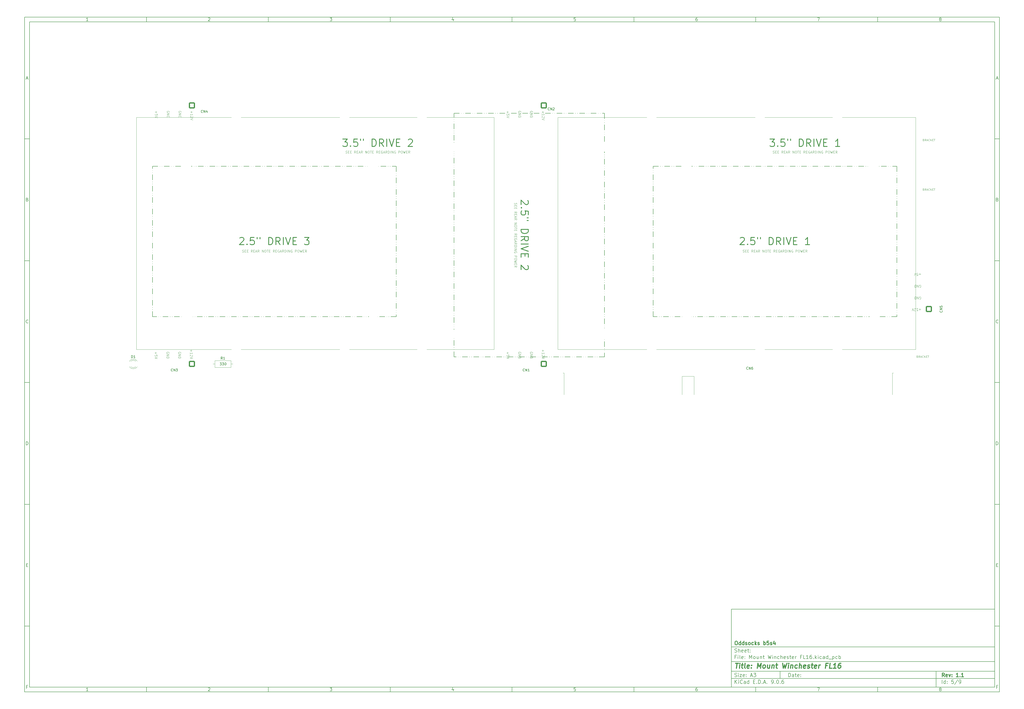
<source format=gto>
%TF.GenerationSoftware,KiCad,Pcbnew,9.0.6*%
%TF.CreationDate,2025-11-29T14:17:50+08:00*%
%TF.ProjectId,Mount Winchester FL16,4d6f756e-7420-4576-996e-636865737465,1.1*%
%TF.SameCoordinates,Original*%
%TF.FileFunction,Legend,Top*%
%TF.FilePolarity,Positive*%
%FSLAX46Y46*%
G04 Gerber Fmt 4.6, Leading zero omitted, Abs format (unit mm)*
G04 Created by KiCad (PCBNEW 9.0.6) date 2025-11-29 14:17:50*
%MOMM*%
%LPD*%
G01*
G04 APERTURE LIST*
G04 Aperture macros list*
%AMRoundRect*
0 Rectangle with rounded corners*
0 $1 Rounding radius*
0 $2 $3 $4 $5 $6 $7 $8 $9 X,Y pos of 4 corners*
0 Add a 4 corners polygon primitive as box body*
4,1,4,$2,$3,$4,$5,$6,$7,$8,$9,$2,$3,0*
0 Add four circle primitives for the rounded corners*
1,1,$1+$1,$2,$3*
1,1,$1+$1,$4,$5*
1,1,$1+$1,$6,$7*
1,1,$1+$1,$8,$9*
0 Add four rect primitives between the rounded corners*
20,1,$1+$1,$2,$3,$4,$5,0*
20,1,$1+$1,$4,$5,$6,$7,0*
20,1,$1+$1,$6,$7,$8,$9,0*
20,1,$1+$1,$8,$9,$2,$3,0*%
G04 Aperture macros list end*
%ADD10C,0.100000*%
%ADD11C,0.150000*%
%ADD12C,0.300000*%
%ADD13C,0.400000*%
%ADD14C,0.200000*%
%ADD15C,0.375000*%
%ADD16C,0.120000*%
%ADD17RoundRect,0.250000X1.050000X1.050000X-1.050000X1.050000X-1.050000X-1.050000X1.050000X-1.050000X0*%
%ADD18C,2.600000*%
%ADD19C,3.200000*%
%ADD20R,1.800000X1.800000*%
%ADD21C,1.800000*%
%ADD22RoundRect,0.250000X1.050000X-1.050000X1.050000X1.050000X-1.050000X1.050000X-1.050000X-1.050000X0*%
%ADD23R,1.780000X7.620000*%
%ADD24C,1.600000*%
%ADD25C,3.900000*%
%ADD26C,3.600000*%
G04 APERTURE END LIST*
D10*
D11*
X299989000Y-253002200D02*
X407989000Y-253002200D01*
X407989000Y-285002200D01*
X299989000Y-285002200D01*
X299989000Y-253002200D01*
D10*
D11*
X10000000Y-10000000D02*
X409989000Y-10000000D01*
X409989000Y-287002200D01*
X10000000Y-287002200D01*
X10000000Y-10000000D01*
D10*
D11*
X12000000Y-12000000D02*
X407989000Y-12000000D01*
X407989000Y-285002200D01*
X12000000Y-285002200D01*
X12000000Y-12000000D01*
D10*
D11*
X60000000Y-12000000D02*
X60000000Y-10000000D01*
D10*
D11*
X110000000Y-12000000D02*
X110000000Y-10000000D01*
D10*
D11*
X160000000Y-12000000D02*
X160000000Y-10000000D01*
D10*
D11*
X210000000Y-12000000D02*
X210000000Y-10000000D01*
D10*
D11*
X260000000Y-12000000D02*
X260000000Y-10000000D01*
D10*
D11*
X310000000Y-12000000D02*
X310000000Y-10000000D01*
D10*
D11*
X360000000Y-12000000D02*
X360000000Y-10000000D01*
D10*
D11*
X36089160Y-11593604D02*
X35346303Y-11593604D01*
X35717731Y-11593604D02*
X35717731Y-10293604D01*
X35717731Y-10293604D02*
X35593922Y-10479319D01*
X35593922Y-10479319D02*
X35470112Y-10603128D01*
X35470112Y-10603128D02*
X35346303Y-10665033D01*
D10*
D11*
X85346303Y-10417414D02*
X85408207Y-10355509D01*
X85408207Y-10355509D02*
X85532017Y-10293604D01*
X85532017Y-10293604D02*
X85841541Y-10293604D01*
X85841541Y-10293604D02*
X85965350Y-10355509D01*
X85965350Y-10355509D02*
X86027255Y-10417414D01*
X86027255Y-10417414D02*
X86089160Y-10541223D01*
X86089160Y-10541223D02*
X86089160Y-10665033D01*
X86089160Y-10665033D02*
X86027255Y-10850747D01*
X86027255Y-10850747D02*
X85284398Y-11593604D01*
X85284398Y-11593604D02*
X86089160Y-11593604D01*
D10*
D11*
X135284398Y-10293604D02*
X136089160Y-10293604D01*
X136089160Y-10293604D02*
X135655826Y-10788842D01*
X135655826Y-10788842D02*
X135841541Y-10788842D01*
X135841541Y-10788842D02*
X135965350Y-10850747D01*
X135965350Y-10850747D02*
X136027255Y-10912652D01*
X136027255Y-10912652D02*
X136089160Y-11036461D01*
X136089160Y-11036461D02*
X136089160Y-11345985D01*
X136089160Y-11345985D02*
X136027255Y-11469795D01*
X136027255Y-11469795D02*
X135965350Y-11531700D01*
X135965350Y-11531700D02*
X135841541Y-11593604D01*
X135841541Y-11593604D02*
X135470112Y-11593604D01*
X135470112Y-11593604D02*
X135346303Y-11531700D01*
X135346303Y-11531700D02*
X135284398Y-11469795D01*
D10*
D11*
X185965350Y-10726938D02*
X185965350Y-11593604D01*
X185655826Y-10231700D02*
X185346303Y-11160271D01*
X185346303Y-11160271D02*
X186151064Y-11160271D01*
D10*
D11*
X236027255Y-10293604D02*
X235408207Y-10293604D01*
X235408207Y-10293604D02*
X235346303Y-10912652D01*
X235346303Y-10912652D02*
X235408207Y-10850747D01*
X235408207Y-10850747D02*
X235532017Y-10788842D01*
X235532017Y-10788842D02*
X235841541Y-10788842D01*
X235841541Y-10788842D02*
X235965350Y-10850747D01*
X235965350Y-10850747D02*
X236027255Y-10912652D01*
X236027255Y-10912652D02*
X236089160Y-11036461D01*
X236089160Y-11036461D02*
X236089160Y-11345985D01*
X236089160Y-11345985D02*
X236027255Y-11469795D01*
X236027255Y-11469795D02*
X235965350Y-11531700D01*
X235965350Y-11531700D02*
X235841541Y-11593604D01*
X235841541Y-11593604D02*
X235532017Y-11593604D01*
X235532017Y-11593604D02*
X235408207Y-11531700D01*
X235408207Y-11531700D02*
X235346303Y-11469795D01*
D10*
D11*
X285965350Y-10293604D02*
X285717731Y-10293604D01*
X285717731Y-10293604D02*
X285593922Y-10355509D01*
X285593922Y-10355509D02*
X285532017Y-10417414D01*
X285532017Y-10417414D02*
X285408207Y-10603128D01*
X285408207Y-10603128D02*
X285346303Y-10850747D01*
X285346303Y-10850747D02*
X285346303Y-11345985D01*
X285346303Y-11345985D02*
X285408207Y-11469795D01*
X285408207Y-11469795D02*
X285470112Y-11531700D01*
X285470112Y-11531700D02*
X285593922Y-11593604D01*
X285593922Y-11593604D02*
X285841541Y-11593604D01*
X285841541Y-11593604D02*
X285965350Y-11531700D01*
X285965350Y-11531700D02*
X286027255Y-11469795D01*
X286027255Y-11469795D02*
X286089160Y-11345985D01*
X286089160Y-11345985D02*
X286089160Y-11036461D01*
X286089160Y-11036461D02*
X286027255Y-10912652D01*
X286027255Y-10912652D02*
X285965350Y-10850747D01*
X285965350Y-10850747D02*
X285841541Y-10788842D01*
X285841541Y-10788842D02*
X285593922Y-10788842D01*
X285593922Y-10788842D02*
X285470112Y-10850747D01*
X285470112Y-10850747D02*
X285408207Y-10912652D01*
X285408207Y-10912652D02*
X285346303Y-11036461D01*
D10*
D11*
X335284398Y-10293604D02*
X336151064Y-10293604D01*
X336151064Y-10293604D02*
X335593922Y-11593604D01*
D10*
D11*
X385593922Y-10850747D02*
X385470112Y-10788842D01*
X385470112Y-10788842D02*
X385408207Y-10726938D01*
X385408207Y-10726938D02*
X385346303Y-10603128D01*
X385346303Y-10603128D02*
X385346303Y-10541223D01*
X385346303Y-10541223D02*
X385408207Y-10417414D01*
X385408207Y-10417414D02*
X385470112Y-10355509D01*
X385470112Y-10355509D02*
X385593922Y-10293604D01*
X385593922Y-10293604D02*
X385841541Y-10293604D01*
X385841541Y-10293604D02*
X385965350Y-10355509D01*
X385965350Y-10355509D02*
X386027255Y-10417414D01*
X386027255Y-10417414D02*
X386089160Y-10541223D01*
X386089160Y-10541223D02*
X386089160Y-10603128D01*
X386089160Y-10603128D02*
X386027255Y-10726938D01*
X386027255Y-10726938D02*
X385965350Y-10788842D01*
X385965350Y-10788842D02*
X385841541Y-10850747D01*
X385841541Y-10850747D02*
X385593922Y-10850747D01*
X385593922Y-10850747D02*
X385470112Y-10912652D01*
X385470112Y-10912652D02*
X385408207Y-10974557D01*
X385408207Y-10974557D02*
X385346303Y-11098366D01*
X385346303Y-11098366D02*
X385346303Y-11345985D01*
X385346303Y-11345985D02*
X385408207Y-11469795D01*
X385408207Y-11469795D02*
X385470112Y-11531700D01*
X385470112Y-11531700D02*
X385593922Y-11593604D01*
X385593922Y-11593604D02*
X385841541Y-11593604D01*
X385841541Y-11593604D02*
X385965350Y-11531700D01*
X385965350Y-11531700D02*
X386027255Y-11469795D01*
X386027255Y-11469795D02*
X386089160Y-11345985D01*
X386089160Y-11345985D02*
X386089160Y-11098366D01*
X386089160Y-11098366D02*
X386027255Y-10974557D01*
X386027255Y-10974557D02*
X385965350Y-10912652D01*
X385965350Y-10912652D02*
X385841541Y-10850747D01*
D10*
D11*
X60000000Y-285002200D02*
X60000000Y-287002200D01*
D10*
D11*
X110000000Y-285002200D02*
X110000000Y-287002200D01*
D10*
D11*
X160000000Y-285002200D02*
X160000000Y-287002200D01*
D10*
D11*
X210000000Y-285002200D02*
X210000000Y-287002200D01*
D10*
D11*
X260000000Y-285002200D02*
X260000000Y-287002200D01*
D10*
D11*
X310000000Y-285002200D02*
X310000000Y-287002200D01*
D10*
D11*
X360000000Y-285002200D02*
X360000000Y-287002200D01*
D10*
D11*
X36089160Y-286595804D02*
X35346303Y-286595804D01*
X35717731Y-286595804D02*
X35717731Y-285295804D01*
X35717731Y-285295804D02*
X35593922Y-285481519D01*
X35593922Y-285481519D02*
X35470112Y-285605328D01*
X35470112Y-285605328D02*
X35346303Y-285667233D01*
D10*
D11*
X85346303Y-285419614D02*
X85408207Y-285357709D01*
X85408207Y-285357709D02*
X85532017Y-285295804D01*
X85532017Y-285295804D02*
X85841541Y-285295804D01*
X85841541Y-285295804D02*
X85965350Y-285357709D01*
X85965350Y-285357709D02*
X86027255Y-285419614D01*
X86027255Y-285419614D02*
X86089160Y-285543423D01*
X86089160Y-285543423D02*
X86089160Y-285667233D01*
X86089160Y-285667233D02*
X86027255Y-285852947D01*
X86027255Y-285852947D02*
X85284398Y-286595804D01*
X85284398Y-286595804D02*
X86089160Y-286595804D01*
D10*
D11*
X135284398Y-285295804D02*
X136089160Y-285295804D01*
X136089160Y-285295804D02*
X135655826Y-285791042D01*
X135655826Y-285791042D02*
X135841541Y-285791042D01*
X135841541Y-285791042D02*
X135965350Y-285852947D01*
X135965350Y-285852947D02*
X136027255Y-285914852D01*
X136027255Y-285914852D02*
X136089160Y-286038661D01*
X136089160Y-286038661D02*
X136089160Y-286348185D01*
X136089160Y-286348185D02*
X136027255Y-286471995D01*
X136027255Y-286471995D02*
X135965350Y-286533900D01*
X135965350Y-286533900D02*
X135841541Y-286595804D01*
X135841541Y-286595804D02*
X135470112Y-286595804D01*
X135470112Y-286595804D02*
X135346303Y-286533900D01*
X135346303Y-286533900D02*
X135284398Y-286471995D01*
D10*
D11*
X185965350Y-285729138D02*
X185965350Y-286595804D01*
X185655826Y-285233900D02*
X185346303Y-286162471D01*
X185346303Y-286162471D02*
X186151064Y-286162471D01*
D10*
D11*
X236027255Y-285295804D02*
X235408207Y-285295804D01*
X235408207Y-285295804D02*
X235346303Y-285914852D01*
X235346303Y-285914852D02*
X235408207Y-285852947D01*
X235408207Y-285852947D02*
X235532017Y-285791042D01*
X235532017Y-285791042D02*
X235841541Y-285791042D01*
X235841541Y-285791042D02*
X235965350Y-285852947D01*
X235965350Y-285852947D02*
X236027255Y-285914852D01*
X236027255Y-285914852D02*
X236089160Y-286038661D01*
X236089160Y-286038661D02*
X236089160Y-286348185D01*
X236089160Y-286348185D02*
X236027255Y-286471995D01*
X236027255Y-286471995D02*
X235965350Y-286533900D01*
X235965350Y-286533900D02*
X235841541Y-286595804D01*
X235841541Y-286595804D02*
X235532017Y-286595804D01*
X235532017Y-286595804D02*
X235408207Y-286533900D01*
X235408207Y-286533900D02*
X235346303Y-286471995D01*
D10*
D11*
X285965350Y-285295804D02*
X285717731Y-285295804D01*
X285717731Y-285295804D02*
X285593922Y-285357709D01*
X285593922Y-285357709D02*
X285532017Y-285419614D01*
X285532017Y-285419614D02*
X285408207Y-285605328D01*
X285408207Y-285605328D02*
X285346303Y-285852947D01*
X285346303Y-285852947D02*
X285346303Y-286348185D01*
X285346303Y-286348185D02*
X285408207Y-286471995D01*
X285408207Y-286471995D02*
X285470112Y-286533900D01*
X285470112Y-286533900D02*
X285593922Y-286595804D01*
X285593922Y-286595804D02*
X285841541Y-286595804D01*
X285841541Y-286595804D02*
X285965350Y-286533900D01*
X285965350Y-286533900D02*
X286027255Y-286471995D01*
X286027255Y-286471995D02*
X286089160Y-286348185D01*
X286089160Y-286348185D02*
X286089160Y-286038661D01*
X286089160Y-286038661D02*
X286027255Y-285914852D01*
X286027255Y-285914852D02*
X285965350Y-285852947D01*
X285965350Y-285852947D02*
X285841541Y-285791042D01*
X285841541Y-285791042D02*
X285593922Y-285791042D01*
X285593922Y-285791042D02*
X285470112Y-285852947D01*
X285470112Y-285852947D02*
X285408207Y-285914852D01*
X285408207Y-285914852D02*
X285346303Y-286038661D01*
D10*
D11*
X335284398Y-285295804D02*
X336151064Y-285295804D01*
X336151064Y-285295804D02*
X335593922Y-286595804D01*
D10*
D11*
X385593922Y-285852947D02*
X385470112Y-285791042D01*
X385470112Y-285791042D02*
X385408207Y-285729138D01*
X385408207Y-285729138D02*
X385346303Y-285605328D01*
X385346303Y-285605328D02*
X385346303Y-285543423D01*
X385346303Y-285543423D02*
X385408207Y-285419614D01*
X385408207Y-285419614D02*
X385470112Y-285357709D01*
X385470112Y-285357709D02*
X385593922Y-285295804D01*
X385593922Y-285295804D02*
X385841541Y-285295804D01*
X385841541Y-285295804D02*
X385965350Y-285357709D01*
X385965350Y-285357709D02*
X386027255Y-285419614D01*
X386027255Y-285419614D02*
X386089160Y-285543423D01*
X386089160Y-285543423D02*
X386089160Y-285605328D01*
X386089160Y-285605328D02*
X386027255Y-285729138D01*
X386027255Y-285729138D02*
X385965350Y-285791042D01*
X385965350Y-285791042D02*
X385841541Y-285852947D01*
X385841541Y-285852947D02*
X385593922Y-285852947D01*
X385593922Y-285852947D02*
X385470112Y-285914852D01*
X385470112Y-285914852D02*
X385408207Y-285976757D01*
X385408207Y-285976757D02*
X385346303Y-286100566D01*
X385346303Y-286100566D02*
X385346303Y-286348185D01*
X385346303Y-286348185D02*
X385408207Y-286471995D01*
X385408207Y-286471995D02*
X385470112Y-286533900D01*
X385470112Y-286533900D02*
X385593922Y-286595804D01*
X385593922Y-286595804D02*
X385841541Y-286595804D01*
X385841541Y-286595804D02*
X385965350Y-286533900D01*
X385965350Y-286533900D02*
X386027255Y-286471995D01*
X386027255Y-286471995D02*
X386089160Y-286348185D01*
X386089160Y-286348185D02*
X386089160Y-286100566D01*
X386089160Y-286100566D02*
X386027255Y-285976757D01*
X386027255Y-285976757D02*
X385965350Y-285914852D01*
X385965350Y-285914852D02*
X385841541Y-285852947D01*
D10*
D11*
X10000000Y-60000000D02*
X12000000Y-60000000D01*
D10*
D11*
X10000000Y-110000000D02*
X12000000Y-110000000D01*
D10*
D11*
X10000000Y-160000000D02*
X12000000Y-160000000D01*
D10*
D11*
X10000000Y-210000000D02*
X12000000Y-210000000D01*
D10*
D11*
X10000000Y-260000000D02*
X12000000Y-260000000D01*
D10*
D11*
X10690476Y-35222176D02*
X11309523Y-35222176D01*
X10566666Y-35593604D02*
X10999999Y-34293604D01*
X10999999Y-34293604D02*
X11433333Y-35593604D01*
D10*
D11*
X11092857Y-84912652D02*
X11278571Y-84974557D01*
X11278571Y-84974557D02*
X11340476Y-85036461D01*
X11340476Y-85036461D02*
X11402380Y-85160271D01*
X11402380Y-85160271D02*
X11402380Y-85345985D01*
X11402380Y-85345985D02*
X11340476Y-85469795D01*
X11340476Y-85469795D02*
X11278571Y-85531700D01*
X11278571Y-85531700D02*
X11154761Y-85593604D01*
X11154761Y-85593604D02*
X10659523Y-85593604D01*
X10659523Y-85593604D02*
X10659523Y-84293604D01*
X10659523Y-84293604D02*
X11092857Y-84293604D01*
X11092857Y-84293604D02*
X11216666Y-84355509D01*
X11216666Y-84355509D02*
X11278571Y-84417414D01*
X11278571Y-84417414D02*
X11340476Y-84541223D01*
X11340476Y-84541223D02*
X11340476Y-84665033D01*
X11340476Y-84665033D02*
X11278571Y-84788842D01*
X11278571Y-84788842D02*
X11216666Y-84850747D01*
X11216666Y-84850747D02*
X11092857Y-84912652D01*
X11092857Y-84912652D02*
X10659523Y-84912652D01*
D10*
D11*
X11402380Y-135469795D02*
X11340476Y-135531700D01*
X11340476Y-135531700D02*
X11154761Y-135593604D01*
X11154761Y-135593604D02*
X11030952Y-135593604D01*
X11030952Y-135593604D02*
X10845238Y-135531700D01*
X10845238Y-135531700D02*
X10721428Y-135407890D01*
X10721428Y-135407890D02*
X10659523Y-135284080D01*
X10659523Y-135284080D02*
X10597619Y-135036461D01*
X10597619Y-135036461D02*
X10597619Y-134850747D01*
X10597619Y-134850747D02*
X10659523Y-134603128D01*
X10659523Y-134603128D02*
X10721428Y-134479319D01*
X10721428Y-134479319D02*
X10845238Y-134355509D01*
X10845238Y-134355509D02*
X11030952Y-134293604D01*
X11030952Y-134293604D02*
X11154761Y-134293604D01*
X11154761Y-134293604D02*
X11340476Y-134355509D01*
X11340476Y-134355509D02*
X11402380Y-134417414D01*
D10*
D11*
X10659523Y-185593604D02*
X10659523Y-184293604D01*
X10659523Y-184293604D02*
X10969047Y-184293604D01*
X10969047Y-184293604D02*
X11154761Y-184355509D01*
X11154761Y-184355509D02*
X11278571Y-184479319D01*
X11278571Y-184479319D02*
X11340476Y-184603128D01*
X11340476Y-184603128D02*
X11402380Y-184850747D01*
X11402380Y-184850747D02*
X11402380Y-185036461D01*
X11402380Y-185036461D02*
X11340476Y-185284080D01*
X11340476Y-185284080D02*
X11278571Y-185407890D01*
X11278571Y-185407890D02*
X11154761Y-185531700D01*
X11154761Y-185531700D02*
X10969047Y-185593604D01*
X10969047Y-185593604D02*
X10659523Y-185593604D01*
D10*
D11*
X10721428Y-234912652D02*
X11154762Y-234912652D01*
X11340476Y-235593604D02*
X10721428Y-235593604D01*
X10721428Y-235593604D02*
X10721428Y-234293604D01*
X10721428Y-234293604D02*
X11340476Y-234293604D01*
D10*
D11*
X11185714Y-284912652D02*
X10752380Y-284912652D01*
X10752380Y-285593604D02*
X10752380Y-284293604D01*
X10752380Y-284293604D02*
X11371428Y-284293604D01*
D10*
D11*
X409989000Y-60000000D02*
X407989000Y-60000000D01*
D10*
D11*
X409989000Y-110000000D02*
X407989000Y-110000000D01*
D10*
D11*
X409989000Y-160000000D02*
X407989000Y-160000000D01*
D10*
D11*
X409989000Y-210000000D02*
X407989000Y-210000000D01*
D10*
D11*
X409989000Y-260000000D02*
X407989000Y-260000000D01*
D10*
D11*
X408679476Y-35222176D02*
X409298523Y-35222176D01*
X408555666Y-35593604D02*
X408988999Y-34293604D01*
X408988999Y-34293604D02*
X409422333Y-35593604D01*
D10*
D11*
X409081857Y-84912652D02*
X409267571Y-84974557D01*
X409267571Y-84974557D02*
X409329476Y-85036461D01*
X409329476Y-85036461D02*
X409391380Y-85160271D01*
X409391380Y-85160271D02*
X409391380Y-85345985D01*
X409391380Y-85345985D02*
X409329476Y-85469795D01*
X409329476Y-85469795D02*
X409267571Y-85531700D01*
X409267571Y-85531700D02*
X409143761Y-85593604D01*
X409143761Y-85593604D02*
X408648523Y-85593604D01*
X408648523Y-85593604D02*
X408648523Y-84293604D01*
X408648523Y-84293604D02*
X409081857Y-84293604D01*
X409081857Y-84293604D02*
X409205666Y-84355509D01*
X409205666Y-84355509D02*
X409267571Y-84417414D01*
X409267571Y-84417414D02*
X409329476Y-84541223D01*
X409329476Y-84541223D02*
X409329476Y-84665033D01*
X409329476Y-84665033D02*
X409267571Y-84788842D01*
X409267571Y-84788842D02*
X409205666Y-84850747D01*
X409205666Y-84850747D02*
X409081857Y-84912652D01*
X409081857Y-84912652D02*
X408648523Y-84912652D01*
D10*
D11*
X409391380Y-135469795D02*
X409329476Y-135531700D01*
X409329476Y-135531700D02*
X409143761Y-135593604D01*
X409143761Y-135593604D02*
X409019952Y-135593604D01*
X409019952Y-135593604D02*
X408834238Y-135531700D01*
X408834238Y-135531700D02*
X408710428Y-135407890D01*
X408710428Y-135407890D02*
X408648523Y-135284080D01*
X408648523Y-135284080D02*
X408586619Y-135036461D01*
X408586619Y-135036461D02*
X408586619Y-134850747D01*
X408586619Y-134850747D02*
X408648523Y-134603128D01*
X408648523Y-134603128D02*
X408710428Y-134479319D01*
X408710428Y-134479319D02*
X408834238Y-134355509D01*
X408834238Y-134355509D02*
X409019952Y-134293604D01*
X409019952Y-134293604D02*
X409143761Y-134293604D01*
X409143761Y-134293604D02*
X409329476Y-134355509D01*
X409329476Y-134355509D02*
X409391380Y-134417414D01*
D10*
D11*
X408648523Y-185593604D02*
X408648523Y-184293604D01*
X408648523Y-184293604D02*
X408958047Y-184293604D01*
X408958047Y-184293604D02*
X409143761Y-184355509D01*
X409143761Y-184355509D02*
X409267571Y-184479319D01*
X409267571Y-184479319D02*
X409329476Y-184603128D01*
X409329476Y-184603128D02*
X409391380Y-184850747D01*
X409391380Y-184850747D02*
X409391380Y-185036461D01*
X409391380Y-185036461D02*
X409329476Y-185284080D01*
X409329476Y-185284080D02*
X409267571Y-185407890D01*
X409267571Y-185407890D02*
X409143761Y-185531700D01*
X409143761Y-185531700D02*
X408958047Y-185593604D01*
X408958047Y-185593604D02*
X408648523Y-185593604D01*
D10*
D11*
X408710428Y-234912652D02*
X409143762Y-234912652D01*
X409329476Y-235593604D02*
X408710428Y-235593604D01*
X408710428Y-235593604D02*
X408710428Y-234293604D01*
X408710428Y-234293604D02*
X409329476Y-234293604D01*
D10*
D11*
X409174714Y-284912652D02*
X408741380Y-284912652D01*
X408741380Y-285593604D02*
X408741380Y-284293604D01*
X408741380Y-284293604D02*
X409360428Y-284293604D01*
D10*
D11*
X323444826Y-280788328D02*
X323444826Y-279288328D01*
X323444826Y-279288328D02*
X323801969Y-279288328D01*
X323801969Y-279288328D02*
X324016255Y-279359757D01*
X324016255Y-279359757D02*
X324159112Y-279502614D01*
X324159112Y-279502614D02*
X324230541Y-279645471D01*
X324230541Y-279645471D02*
X324301969Y-279931185D01*
X324301969Y-279931185D02*
X324301969Y-280145471D01*
X324301969Y-280145471D02*
X324230541Y-280431185D01*
X324230541Y-280431185D02*
X324159112Y-280574042D01*
X324159112Y-280574042D02*
X324016255Y-280716900D01*
X324016255Y-280716900D02*
X323801969Y-280788328D01*
X323801969Y-280788328D02*
X323444826Y-280788328D01*
X325587684Y-280788328D02*
X325587684Y-280002614D01*
X325587684Y-280002614D02*
X325516255Y-279859757D01*
X325516255Y-279859757D02*
X325373398Y-279788328D01*
X325373398Y-279788328D02*
X325087684Y-279788328D01*
X325087684Y-279788328D02*
X324944826Y-279859757D01*
X325587684Y-280716900D02*
X325444826Y-280788328D01*
X325444826Y-280788328D02*
X325087684Y-280788328D01*
X325087684Y-280788328D02*
X324944826Y-280716900D01*
X324944826Y-280716900D02*
X324873398Y-280574042D01*
X324873398Y-280574042D02*
X324873398Y-280431185D01*
X324873398Y-280431185D02*
X324944826Y-280288328D01*
X324944826Y-280288328D02*
X325087684Y-280216900D01*
X325087684Y-280216900D02*
X325444826Y-280216900D01*
X325444826Y-280216900D02*
X325587684Y-280145471D01*
X326087684Y-279788328D02*
X326659112Y-279788328D01*
X326301969Y-279288328D02*
X326301969Y-280574042D01*
X326301969Y-280574042D02*
X326373398Y-280716900D01*
X326373398Y-280716900D02*
X326516255Y-280788328D01*
X326516255Y-280788328D02*
X326659112Y-280788328D01*
X327730541Y-280716900D02*
X327587684Y-280788328D01*
X327587684Y-280788328D02*
X327301970Y-280788328D01*
X327301970Y-280788328D02*
X327159112Y-280716900D01*
X327159112Y-280716900D02*
X327087684Y-280574042D01*
X327087684Y-280574042D02*
X327087684Y-280002614D01*
X327087684Y-280002614D02*
X327159112Y-279859757D01*
X327159112Y-279859757D02*
X327301970Y-279788328D01*
X327301970Y-279788328D02*
X327587684Y-279788328D01*
X327587684Y-279788328D02*
X327730541Y-279859757D01*
X327730541Y-279859757D02*
X327801970Y-280002614D01*
X327801970Y-280002614D02*
X327801970Y-280145471D01*
X327801970Y-280145471D02*
X327087684Y-280288328D01*
X328444826Y-280645471D02*
X328516255Y-280716900D01*
X328516255Y-280716900D02*
X328444826Y-280788328D01*
X328444826Y-280788328D02*
X328373398Y-280716900D01*
X328373398Y-280716900D02*
X328444826Y-280645471D01*
X328444826Y-280645471D02*
X328444826Y-280788328D01*
X328444826Y-279859757D02*
X328516255Y-279931185D01*
X328516255Y-279931185D02*
X328444826Y-280002614D01*
X328444826Y-280002614D02*
X328373398Y-279931185D01*
X328373398Y-279931185D02*
X328444826Y-279859757D01*
X328444826Y-279859757D02*
X328444826Y-280002614D01*
D10*
D11*
X299989000Y-281502200D02*
X407989000Y-281502200D01*
D10*
D11*
X301444826Y-283588328D02*
X301444826Y-282088328D01*
X302301969Y-283588328D02*
X301659112Y-282731185D01*
X302301969Y-282088328D02*
X301444826Y-282945471D01*
X302944826Y-283588328D02*
X302944826Y-282588328D01*
X302944826Y-282088328D02*
X302873398Y-282159757D01*
X302873398Y-282159757D02*
X302944826Y-282231185D01*
X302944826Y-282231185D02*
X303016255Y-282159757D01*
X303016255Y-282159757D02*
X302944826Y-282088328D01*
X302944826Y-282088328D02*
X302944826Y-282231185D01*
X304516255Y-283445471D02*
X304444827Y-283516900D01*
X304444827Y-283516900D02*
X304230541Y-283588328D01*
X304230541Y-283588328D02*
X304087684Y-283588328D01*
X304087684Y-283588328D02*
X303873398Y-283516900D01*
X303873398Y-283516900D02*
X303730541Y-283374042D01*
X303730541Y-283374042D02*
X303659112Y-283231185D01*
X303659112Y-283231185D02*
X303587684Y-282945471D01*
X303587684Y-282945471D02*
X303587684Y-282731185D01*
X303587684Y-282731185D02*
X303659112Y-282445471D01*
X303659112Y-282445471D02*
X303730541Y-282302614D01*
X303730541Y-282302614D02*
X303873398Y-282159757D01*
X303873398Y-282159757D02*
X304087684Y-282088328D01*
X304087684Y-282088328D02*
X304230541Y-282088328D01*
X304230541Y-282088328D02*
X304444827Y-282159757D01*
X304444827Y-282159757D02*
X304516255Y-282231185D01*
X305801970Y-283588328D02*
X305801970Y-282802614D01*
X305801970Y-282802614D02*
X305730541Y-282659757D01*
X305730541Y-282659757D02*
X305587684Y-282588328D01*
X305587684Y-282588328D02*
X305301970Y-282588328D01*
X305301970Y-282588328D02*
X305159112Y-282659757D01*
X305801970Y-283516900D02*
X305659112Y-283588328D01*
X305659112Y-283588328D02*
X305301970Y-283588328D01*
X305301970Y-283588328D02*
X305159112Y-283516900D01*
X305159112Y-283516900D02*
X305087684Y-283374042D01*
X305087684Y-283374042D02*
X305087684Y-283231185D01*
X305087684Y-283231185D02*
X305159112Y-283088328D01*
X305159112Y-283088328D02*
X305301970Y-283016900D01*
X305301970Y-283016900D02*
X305659112Y-283016900D01*
X305659112Y-283016900D02*
X305801970Y-282945471D01*
X307159113Y-283588328D02*
X307159113Y-282088328D01*
X307159113Y-283516900D02*
X307016255Y-283588328D01*
X307016255Y-283588328D02*
X306730541Y-283588328D01*
X306730541Y-283588328D02*
X306587684Y-283516900D01*
X306587684Y-283516900D02*
X306516255Y-283445471D01*
X306516255Y-283445471D02*
X306444827Y-283302614D01*
X306444827Y-283302614D02*
X306444827Y-282874042D01*
X306444827Y-282874042D02*
X306516255Y-282731185D01*
X306516255Y-282731185D02*
X306587684Y-282659757D01*
X306587684Y-282659757D02*
X306730541Y-282588328D01*
X306730541Y-282588328D02*
X307016255Y-282588328D01*
X307016255Y-282588328D02*
X307159113Y-282659757D01*
X309016255Y-282802614D02*
X309516255Y-282802614D01*
X309730541Y-283588328D02*
X309016255Y-283588328D01*
X309016255Y-283588328D02*
X309016255Y-282088328D01*
X309016255Y-282088328D02*
X309730541Y-282088328D01*
X310373398Y-283445471D02*
X310444827Y-283516900D01*
X310444827Y-283516900D02*
X310373398Y-283588328D01*
X310373398Y-283588328D02*
X310301970Y-283516900D01*
X310301970Y-283516900D02*
X310373398Y-283445471D01*
X310373398Y-283445471D02*
X310373398Y-283588328D01*
X311087684Y-283588328D02*
X311087684Y-282088328D01*
X311087684Y-282088328D02*
X311444827Y-282088328D01*
X311444827Y-282088328D02*
X311659113Y-282159757D01*
X311659113Y-282159757D02*
X311801970Y-282302614D01*
X311801970Y-282302614D02*
X311873399Y-282445471D01*
X311873399Y-282445471D02*
X311944827Y-282731185D01*
X311944827Y-282731185D02*
X311944827Y-282945471D01*
X311944827Y-282945471D02*
X311873399Y-283231185D01*
X311873399Y-283231185D02*
X311801970Y-283374042D01*
X311801970Y-283374042D02*
X311659113Y-283516900D01*
X311659113Y-283516900D02*
X311444827Y-283588328D01*
X311444827Y-283588328D02*
X311087684Y-283588328D01*
X312587684Y-283445471D02*
X312659113Y-283516900D01*
X312659113Y-283516900D02*
X312587684Y-283588328D01*
X312587684Y-283588328D02*
X312516256Y-283516900D01*
X312516256Y-283516900D02*
X312587684Y-283445471D01*
X312587684Y-283445471D02*
X312587684Y-283588328D01*
X313230542Y-283159757D02*
X313944828Y-283159757D01*
X313087685Y-283588328D02*
X313587685Y-282088328D01*
X313587685Y-282088328D02*
X314087685Y-283588328D01*
X314587684Y-283445471D02*
X314659113Y-283516900D01*
X314659113Y-283516900D02*
X314587684Y-283588328D01*
X314587684Y-283588328D02*
X314516256Y-283516900D01*
X314516256Y-283516900D02*
X314587684Y-283445471D01*
X314587684Y-283445471D02*
X314587684Y-283588328D01*
X316516256Y-283588328D02*
X316801970Y-283588328D01*
X316801970Y-283588328D02*
X316944827Y-283516900D01*
X316944827Y-283516900D02*
X317016256Y-283445471D01*
X317016256Y-283445471D02*
X317159113Y-283231185D01*
X317159113Y-283231185D02*
X317230542Y-282945471D01*
X317230542Y-282945471D02*
X317230542Y-282374042D01*
X317230542Y-282374042D02*
X317159113Y-282231185D01*
X317159113Y-282231185D02*
X317087685Y-282159757D01*
X317087685Y-282159757D02*
X316944827Y-282088328D01*
X316944827Y-282088328D02*
X316659113Y-282088328D01*
X316659113Y-282088328D02*
X316516256Y-282159757D01*
X316516256Y-282159757D02*
X316444827Y-282231185D01*
X316444827Y-282231185D02*
X316373399Y-282374042D01*
X316373399Y-282374042D02*
X316373399Y-282731185D01*
X316373399Y-282731185D02*
X316444827Y-282874042D01*
X316444827Y-282874042D02*
X316516256Y-282945471D01*
X316516256Y-282945471D02*
X316659113Y-283016900D01*
X316659113Y-283016900D02*
X316944827Y-283016900D01*
X316944827Y-283016900D02*
X317087685Y-282945471D01*
X317087685Y-282945471D02*
X317159113Y-282874042D01*
X317159113Y-282874042D02*
X317230542Y-282731185D01*
X317873398Y-283445471D02*
X317944827Y-283516900D01*
X317944827Y-283516900D02*
X317873398Y-283588328D01*
X317873398Y-283588328D02*
X317801970Y-283516900D01*
X317801970Y-283516900D02*
X317873398Y-283445471D01*
X317873398Y-283445471D02*
X317873398Y-283588328D01*
X318873399Y-282088328D02*
X319016256Y-282088328D01*
X319016256Y-282088328D02*
X319159113Y-282159757D01*
X319159113Y-282159757D02*
X319230542Y-282231185D01*
X319230542Y-282231185D02*
X319301970Y-282374042D01*
X319301970Y-282374042D02*
X319373399Y-282659757D01*
X319373399Y-282659757D02*
X319373399Y-283016900D01*
X319373399Y-283016900D02*
X319301970Y-283302614D01*
X319301970Y-283302614D02*
X319230542Y-283445471D01*
X319230542Y-283445471D02*
X319159113Y-283516900D01*
X319159113Y-283516900D02*
X319016256Y-283588328D01*
X319016256Y-283588328D02*
X318873399Y-283588328D01*
X318873399Y-283588328D02*
X318730542Y-283516900D01*
X318730542Y-283516900D02*
X318659113Y-283445471D01*
X318659113Y-283445471D02*
X318587684Y-283302614D01*
X318587684Y-283302614D02*
X318516256Y-283016900D01*
X318516256Y-283016900D02*
X318516256Y-282659757D01*
X318516256Y-282659757D02*
X318587684Y-282374042D01*
X318587684Y-282374042D02*
X318659113Y-282231185D01*
X318659113Y-282231185D02*
X318730542Y-282159757D01*
X318730542Y-282159757D02*
X318873399Y-282088328D01*
X320016255Y-283445471D02*
X320087684Y-283516900D01*
X320087684Y-283516900D02*
X320016255Y-283588328D01*
X320016255Y-283588328D02*
X319944827Y-283516900D01*
X319944827Y-283516900D02*
X320016255Y-283445471D01*
X320016255Y-283445471D02*
X320016255Y-283588328D01*
X321373399Y-282088328D02*
X321087684Y-282088328D01*
X321087684Y-282088328D02*
X320944827Y-282159757D01*
X320944827Y-282159757D02*
X320873399Y-282231185D01*
X320873399Y-282231185D02*
X320730541Y-282445471D01*
X320730541Y-282445471D02*
X320659113Y-282731185D01*
X320659113Y-282731185D02*
X320659113Y-283302614D01*
X320659113Y-283302614D02*
X320730541Y-283445471D01*
X320730541Y-283445471D02*
X320801970Y-283516900D01*
X320801970Y-283516900D02*
X320944827Y-283588328D01*
X320944827Y-283588328D02*
X321230541Y-283588328D01*
X321230541Y-283588328D02*
X321373399Y-283516900D01*
X321373399Y-283516900D02*
X321444827Y-283445471D01*
X321444827Y-283445471D02*
X321516256Y-283302614D01*
X321516256Y-283302614D02*
X321516256Y-282945471D01*
X321516256Y-282945471D02*
X321444827Y-282802614D01*
X321444827Y-282802614D02*
X321373399Y-282731185D01*
X321373399Y-282731185D02*
X321230541Y-282659757D01*
X321230541Y-282659757D02*
X320944827Y-282659757D01*
X320944827Y-282659757D02*
X320801970Y-282731185D01*
X320801970Y-282731185D02*
X320730541Y-282802614D01*
X320730541Y-282802614D02*
X320659113Y-282945471D01*
D10*
D11*
X299989000Y-278502200D02*
X407989000Y-278502200D01*
D10*
D12*
X387400653Y-280780528D02*
X386900653Y-280066242D01*
X386543510Y-280780528D02*
X386543510Y-279280528D01*
X386543510Y-279280528D02*
X387114939Y-279280528D01*
X387114939Y-279280528D02*
X387257796Y-279351957D01*
X387257796Y-279351957D02*
X387329225Y-279423385D01*
X387329225Y-279423385D02*
X387400653Y-279566242D01*
X387400653Y-279566242D02*
X387400653Y-279780528D01*
X387400653Y-279780528D02*
X387329225Y-279923385D01*
X387329225Y-279923385D02*
X387257796Y-279994814D01*
X387257796Y-279994814D02*
X387114939Y-280066242D01*
X387114939Y-280066242D02*
X386543510Y-280066242D01*
X388614939Y-280709100D02*
X388472082Y-280780528D01*
X388472082Y-280780528D02*
X388186368Y-280780528D01*
X388186368Y-280780528D02*
X388043510Y-280709100D01*
X388043510Y-280709100D02*
X387972082Y-280566242D01*
X387972082Y-280566242D02*
X387972082Y-279994814D01*
X387972082Y-279994814D02*
X388043510Y-279851957D01*
X388043510Y-279851957D02*
X388186368Y-279780528D01*
X388186368Y-279780528D02*
X388472082Y-279780528D01*
X388472082Y-279780528D02*
X388614939Y-279851957D01*
X388614939Y-279851957D02*
X388686368Y-279994814D01*
X388686368Y-279994814D02*
X388686368Y-280137671D01*
X388686368Y-280137671D02*
X387972082Y-280280528D01*
X389186367Y-279780528D02*
X389543510Y-280780528D01*
X389543510Y-280780528D02*
X389900653Y-279780528D01*
X390472081Y-280637671D02*
X390543510Y-280709100D01*
X390543510Y-280709100D02*
X390472081Y-280780528D01*
X390472081Y-280780528D02*
X390400653Y-280709100D01*
X390400653Y-280709100D02*
X390472081Y-280637671D01*
X390472081Y-280637671D02*
X390472081Y-280780528D01*
X390472081Y-279851957D02*
X390543510Y-279923385D01*
X390543510Y-279923385D02*
X390472081Y-279994814D01*
X390472081Y-279994814D02*
X390400653Y-279923385D01*
X390400653Y-279923385D02*
X390472081Y-279851957D01*
X390472081Y-279851957D02*
X390472081Y-279994814D01*
X393114939Y-280780528D02*
X392257796Y-280780528D01*
X392686367Y-280780528D02*
X392686367Y-279280528D01*
X392686367Y-279280528D02*
X392543510Y-279494814D01*
X392543510Y-279494814D02*
X392400653Y-279637671D01*
X392400653Y-279637671D02*
X392257796Y-279709100D01*
X393757795Y-280637671D02*
X393829224Y-280709100D01*
X393829224Y-280709100D02*
X393757795Y-280780528D01*
X393757795Y-280780528D02*
X393686367Y-280709100D01*
X393686367Y-280709100D02*
X393757795Y-280637671D01*
X393757795Y-280637671D02*
X393757795Y-280780528D01*
X395257796Y-280780528D02*
X394400653Y-280780528D01*
X394829224Y-280780528D02*
X394829224Y-279280528D01*
X394829224Y-279280528D02*
X394686367Y-279494814D01*
X394686367Y-279494814D02*
X394543510Y-279637671D01*
X394543510Y-279637671D02*
X394400653Y-279709100D01*
D10*
D11*
X301373398Y-280716900D02*
X301587684Y-280788328D01*
X301587684Y-280788328D02*
X301944826Y-280788328D01*
X301944826Y-280788328D02*
X302087684Y-280716900D01*
X302087684Y-280716900D02*
X302159112Y-280645471D01*
X302159112Y-280645471D02*
X302230541Y-280502614D01*
X302230541Y-280502614D02*
X302230541Y-280359757D01*
X302230541Y-280359757D02*
X302159112Y-280216900D01*
X302159112Y-280216900D02*
X302087684Y-280145471D01*
X302087684Y-280145471D02*
X301944826Y-280074042D01*
X301944826Y-280074042D02*
X301659112Y-280002614D01*
X301659112Y-280002614D02*
X301516255Y-279931185D01*
X301516255Y-279931185D02*
X301444826Y-279859757D01*
X301444826Y-279859757D02*
X301373398Y-279716900D01*
X301373398Y-279716900D02*
X301373398Y-279574042D01*
X301373398Y-279574042D02*
X301444826Y-279431185D01*
X301444826Y-279431185D02*
X301516255Y-279359757D01*
X301516255Y-279359757D02*
X301659112Y-279288328D01*
X301659112Y-279288328D02*
X302016255Y-279288328D01*
X302016255Y-279288328D02*
X302230541Y-279359757D01*
X302873397Y-280788328D02*
X302873397Y-279788328D01*
X302873397Y-279288328D02*
X302801969Y-279359757D01*
X302801969Y-279359757D02*
X302873397Y-279431185D01*
X302873397Y-279431185D02*
X302944826Y-279359757D01*
X302944826Y-279359757D02*
X302873397Y-279288328D01*
X302873397Y-279288328D02*
X302873397Y-279431185D01*
X303444826Y-279788328D02*
X304230541Y-279788328D01*
X304230541Y-279788328D02*
X303444826Y-280788328D01*
X303444826Y-280788328D02*
X304230541Y-280788328D01*
X305373398Y-280716900D02*
X305230541Y-280788328D01*
X305230541Y-280788328D02*
X304944827Y-280788328D01*
X304944827Y-280788328D02*
X304801969Y-280716900D01*
X304801969Y-280716900D02*
X304730541Y-280574042D01*
X304730541Y-280574042D02*
X304730541Y-280002614D01*
X304730541Y-280002614D02*
X304801969Y-279859757D01*
X304801969Y-279859757D02*
X304944827Y-279788328D01*
X304944827Y-279788328D02*
X305230541Y-279788328D01*
X305230541Y-279788328D02*
X305373398Y-279859757D01*
X305373398Y-279859757D02*
X305444827Y-280002614D01*
X305444827Y-280002614D02*
X305444827Y-280145471D01*
X305444827Y-280145471D02*
X304730541Y-280288328D01*
X306087683Y-280645471D02*
X306159112Y-280716900D01*
X306159112Y-280716900D02*
X306087683Y-280788328D01*
X306087683Y-280788328D02*
X306016255Y-280716900D01*
X306016255Y-280716900D02*
X306087683Y-280645471D01*
X306087683Y-280645471D02*
X306087683Y-280788328D01*
X306087683Y-279859757D02*
X306159112Y-279931185D01*
X306159112Y-279931185D02*
X306087683Y-280002614D01*
X306087683Y-280002614D02*
X306016255Y-279931185D01*
X306016255Y-279931185D02*
X306087683Y-279859757D01*
X306087683Y-279859757D02*
X306087683Y-280002614D01*
X307873398Y-280359757D02*
X308587684Y-280359757D01*
X307730541Y-280788328D02*
X308230541Y-279288328D01*
X308230541Y-279288328D02*
X308730541Y-280788328D01*
X309087683Y-279288328D02*
X310016255Y-279288328D01*
X310016255Y-279288328D02*
X309516255Y-279859757D01*
X309516255Y-279859757D02*
X309730540Y-279859757D01*
X309730540Y-279859757D02*
X309873398Y-279931185D01*
X309873398Y-279931185D02*
X309944826Y-280002614D01*
X309944826Y-280002614D02*
X310016255Y-280145471D01*
X310016255Y-280145471D02*
X310016255Y-280502614D01*
X310016255Y-280502614D02*
X309944826Y-280645471D01*
X309944826Y-280645471D02*
X309873398Y-280716900D01*
X309873398Y-280716900D02*
X309730540Y-280788328D01*
X309730540Y-280788328D02*
X309301969Y-280788328D01*
X309301969Y-280788328D02*
X309159112Y-280716900D01*
X309159112Y-280716900D02*
X309087683Y-280645471D01*
D10*
D11*
X386444826Y-283588328D02*
X386444826Y-282088328D01*
X387801970Y-283588328D02*
X387801970Y-282088328D01*
X387801970Y-283516900D02*
X387659112Y-283588328D01*
X387659112Y-283588328D02*
X387373398Y-283588328D01*
X387373398Y-283588328D02*
X387230541Y-283516900D01*
X387230541Y-283516900D02*
X387159112Y-283445471D01*
X387159112Y-283445471D02*
X387087684Y-283302614D01*
X387087684Y-283302614D02*
X387087684Y-282874042D01*
X387087684Y-282874042D02*
X387159112Y-282731185D01*
X387159112Y-282731185D02*
X387230541Y-282659757D01*
X387230541Y-282659757D02*
X387373398Y-282588328D01*
X387373398Y-282588328D02*
X387659112Y-282588328D01*
X387659112Y-282588328D02*
X387801970Y-282659757D01*
X388516255Y-283445471D02*
X388587684Y-283516900D01*
X388587684Y-283516900D02*
X388516255Y-283588328D01*
X388516255Y-283588328D02*
X388444827Y-283516900D01*
X388444827Y-283516900D02*
X388516255Y-283445471D01*
X388516255Y-283445471D02*
X388516255Y-283588328D01*
X388516255Y-282659757D02*
X388587684Y-282731185D01*
X388587684Y-282731185D02*
X388516255Y-282802614D01*
X388516255Y-282802614D02*
X388444827Y-282731185D01*
X388444827Y-282731185D02*
X388516255Y-282659757D01*
X388516255Y-282659757D02*
X388516255Y-282802614D01*
X391087684Y-282088328D02*
X390373398Y-282088328D01*
X390373398Y-282088328D02*
X390301970Y-282802614D01*
X390301970Y-282802614D02*
X390373398Y-282731185D01*
X390373398Y-282731185D02*
X390516256Y-282659757D01*
X390516256Y-282659757D02*
X390873398Y-282659757D01*
X390873398Y-282659757D02*
X391016256Y-282731185D01*
X391016256Y-282731185D02*
X391087684Y-282802614D01*
X391087684Y-282802614D02*
X391159113Y-282945471D01*
X391159113Y-282945471D02*
X391159113Y-283302614D01*
X391159113Y-283302614D02*
X391087684Y-283445471D01*
X391087684Y-283445471D02*
X391016256Y-283516900D01*
X391016256Y-283516900D02*
X390873398Y-283588328D01*
X390873398Y-283588328D02*
X390516256Y-283588328D01*
X390516256Y-283588328D02*
X390373398Y-283516900D01*
X390373398Y-283516900D02*
X390301970Y-283445471D01*
X392873398Y-282016900D02*
X391587684Y-283945471D01*
X393444827Y-283588328D02*
X393730541Y-283588328D01*
X393730541Y-283588328D02*
X393873398Y-283516900D01*
X393873398Y-283516900D02*
X393944827Y-283445471D01*
X393944827Y-283445471D02*
X394087684Y-283231185D01*
X394087684Y-283231185D02*
X394159113Y-282945471D01*
X394159113Y-282945471D02*
X394159113Y-282374042D01*
X394159113Y-282374042D02*
X394087684Y-282231185D01*
X394087684Y-282231185D02*
X394016256Y-282159757D01*
X394016256Y-282159757D02*
X393873398Y-282088328D01*
X393873398Y-282088328D02*
X393587684Y-282088328D01*
X393587684Y-282088328D02*
X393444827Y-282159757D01*
X393444827Y-282159757D02*
X393373398Y-282231185D01*
X393373398Y-282231185D02*
X393301970Y-282374042D01*
X393301970Y-282374042D02*
X393301970Y-282731185D01*
X393301970Y-282731185D02*
X393373398Y-282874042D01*
X393373398Y-282874042D02*
X393444827Y-282945471D01*
X393444827Y-282945471D02*
X393587684Y-283016900D01*
X393587684Y-283016900D02*
X393873398Y-283016900D01*
X393873398Y-283016900D02*
X394016256Y-282945471D01*
X394016256Y-282945471D02*
X394087684Y-282874042D01*
X394087684Y-282874042D02*
X394159113Y-282731185D01*
D10*
D11*
X299989000Y-274502200D02*
X407989000Y-274502200D01*
D10*
D13*
X301680728Y-275206638D02*
X302823585Y-275206638D01*
X302002157Y-277206638D02*
X302252157Y-275206638D01*
X303240252Y-277206638D02*
X303406919Y-275873304D01*
X303490252Y-275206638D02*
X303383109Y-275301876D01*
X303383109Y-275301876D02*
X303466443Y-275397114D01*
X303466443Y-275397114D02*
X303573586Y-275301876D01*
X303573586Y-275301876D02*
X303490252Y-275206638D01*
X303490252Y-275206638D02*
X303466443Y-275397114D01*
X304073586Y-275873304D02*
X304835490Y-275873304D01*
X304442633Y-275206638D02*
X304228348Y-276920923D01*
X304228348Y-276920923D02*
X304299776Y-277111400D01*
X304299776Y-277111400D02*
X304478348Y-277206638D01*
X304478348Y-277206638D02*
X304668824Y-277206638D01*
X305621205Y-277206638D02*
X305442633Y-277111400D01*
X305442633Y-277111400D02*
X305371205Y-276920923D01*
X305371205Y-276920923D02*
X305585490Y-275206638D01*
X307156919Y-277111400D02*
X306954538Y-277206638D01*
X306954538Y-277206638D02*
X306573585Y-277206638D01*
X306573585Y-277206638D02*
X306395014Y-277111400D01*
X306395014Y-277111400D02*
X306323585Y-276920923D01*
X306323585Y-276920923D02*
X306418824Y-276159019D01*
X306418824Y-276159019D02*
X306537871Y-275968542D01*
X306537871Y-275968542D02*
X306740252Y-275873304D01*
X306740252Y-275873304D02*
X307121204Y-275873304D01*
X307121204Y-275873304D02*
X307299776Y-275968542D01*
X307299776Y-275968542D02*
X307371204Y-276159019D01*
X307371204Y-276159019D02*
X307347395Y-276349495D01*
X307347395Y-276349495D02*
X306371204Y-276539971D01*
X308121205Y-277016161D02*
X308204538Y-277111400D01*
X308204538Y-277111400D02*
X308097395Y-277206638D01*
X308097395Y-277206638D02*
X308014062Y-277111400D01*
X308014062Y-277111400D02*
X308121205Y-277016161D01*
X308121205Y-277016161D02*
X308097395Y-277206638D01*
X308252157Y-275968542D02*
X308335490Y-276063780D01*
X308335490Y-276063780D02*
X308228348Y-276159019D01*
X308228348Y-276159019D02*
X308145014Y-276063780D01*
X308145014Y-276063780D02*
X308252157Y-275968542D01*
X308252157Y-275968542D02*
X308228348Y-276159019D01*
X310573586Y-277206638D02*
X310823586Y-275206638D01*
X310823586Y-275206638D02*
X311311681Y-276635209D01*
X311311681Y-276635209D02*
X312156920Y-275206638D01*
X312156920Y-275206638D02*
X311906920Y-277206638D01*
X313145015Y-277206638D02*
X312966443Y-277111400D01*
X312966443Y-277111400D02*
X312883110Y-277016161D01*
X312883110Y-277016161D02*
X312811681Y-276825685D01*
X312811681Y-276825685D02*
X312883110Y-276254257D01*
X312883110Y-276254257D02*
X313002157Y-276063780D01*
X313002157Y-276063780D02*
X313109300Y-275968542D01*
X313109300Y-275968542D02*
X313311681Y-275873304D01*
X313311681Y-275873304D02*
X313597395Y-275873304D01*
X313597395Y-275873304D02*
X313775967Y-275968542D01*
X313775967Y-275968542D02*
X313859300Y-276063780D01*
X313859300Y-276063780D02*
X313930729Y-276254257D01*
X313930729Y-276254257D02*
X313859300Y-276825685D01*
X313859300Y-276825685D02*
X313740253Y-277016161D01*
X313740253Y-277016161D02*
X313633110Y-277111400D01*
X313633110Y-277111400D02*
X313430729Y-277206638D01*
X313430729Y-277206638D02*
X313145015Y-277206638D01*
X315692634Y-275873304D02*
X315525967Y-277206638D01*
X314835491Y-275873304D02*
X314704539Y-276920923D01*
X314704539Y-276920923D02*
X314775967Y-277111400D01*
X314775967Y-277111400D02*
X314954539Y-277206638D01*
X314954539Y-277206638D02*
X315240253Y-277206638D01*
X315240253Y-277206638D02*
X315442634Y-277111400D01*
X315442634Y-277111400D02*
X315549777Y-277016161D01*
X316645015Y-275873304D02*
X316478348Y-277206638D01*
X316621205Y-276063780D02*
X316728348Y-275968542D01*
X316728348Y-275968542D02*
X316930729Y-275873304D01*
X316930729Y-275873304D02*
X317216443Y-275873304D01*
X317216443Y-275873304D02*
X317395015Y-275968542D01*
X317395015Y-275968542D02*
X317466443Y-276159019D01*
X317466443Y-276159019D02*
X317335491Y-277206638D01*
X318168825Y-275873304D02*
X318930729Y-275873304D01*
X318537872Y-275206638D02*
X318323587Y-276920923D01*
X318323587Y-276920923D02*
X318395015Y-277111400D01*
X318395015Y-277111400D02*
X318573587Y-277206638D01*
X318573587Y-277206638D02*
X318764063Y-277206638D01*
X321014063Y-275206638D02*
X321240254Y-277206638D01*
X321240254Y-277206638D02*
X321799777Y-275778066D01*
X321799777Y-275778066D02*
X322002158Y-277206638D01*
X322002158Y-277206638D02*
X322728349Y-275206638D01*
X323240253Y-277206638D02*
X323406920Y-275873304D01*
X323490253Y-275206638D02*
X323383110Y-275301876D01*
X323383110Y-275301876D02*
X323466444Y-275397114D01*
X323466444Y-275397114D02*
X323573587Y-275301876D01*
X323573587Y-275301876D02*
X323490253Y-275206638D01*
X323490253Y-275206638D02*
X323466444Y-275397114D01*
X324359301Y-275873304D02*
X324192634Y-277206638D01*
X324335491Y-276063780D02*
X324442634Y-275968542D01*
X324442634Y-275968542D02*
X324645015Y-275873304D01*
X324645015Y-275873304D02*
X324930729Y-275873304D01*
X324930729Y-275873304D02*
X325109301Y-275968542D01*
X325109301Y-275968542D02*
X325180729Y-276159019D01*
X325180729Y-276159019D02*
X325049777Y-277206638D01*
X326871206Y-277111400D02*
X326668825Y-277206638D01*
X326668825Y-277206638D02*
X326287873Y-277206638D01*
X326287873Y-277206638D02*
X326109301Y-277111400D01*
X326109301Y-277111400D02*
X326025968Y-277016161D01*
X326025968Y-277016161D02*
X325954539Y-276825685D01*
X325954539Y-276825685D02*
X326025968Y-276254257D01*
X326025968Y-276254257D02*
X326145015Y-276063780D01*
X326145015Y-276063780D02*
X326252158Y-275968542D01*
X326252158Y-275968542D02*
X326454539Y-275873304D01*
X326454539Y-275873304D02*
X326835492Y-275873304D01*
X326835492Y-275873304D02*
X327014063Y-275968542D01*
X327716444Y-277206638D02*
X327966444Y-275206638D01*
X328573587Y-277206638D02*
X328704539Y-276159019D01*
X328704539Y-276159019D02*
X328633111Y-275968542D01*
X328633111Y-275968542D02*
X328454539Y-275873304D01*
X328454539Y-275873304D02*
X328168825Y-275873304D01*
X328168825Y-275873304D02*
X327966444Y-275968542D01*
X327966444Y-275968542D02*
X327859301Y-276063780D01*
X330299778Y-277111400D02*
X330097397Y-277206638D01*
X330097397Y-277206638D02*
X329716444Y-277206638D01*
X329716444Y-277206638D02*
X329537873Y-277111400D01*
X329537873Y-277111400D02*
X329466444Y-276920923D01*
X329466444Y-276920923D02*
X329561683Y-276159019D01*
X329561683Y-276159019D02*
X329680730Y-275968542D01*
X329680730Y-275968542D02*
X329883111Y-275873304D01*
X329883111Y-275873304D02*
X330264063Y-275873304D01*
X330264063Y-275873304D02*
X330442635Y-275968542D01*
X330442635Y-275968542D02*
X330514063Y-276159019D01*
X330514063Y-276159019D02*
X330490254Y-276349495D01*
X330490254Y-276349495D02*
X329514063Y-276539971D01*
X331156921Y-277111400D02*
X331335492Y-277206638D01*
X331335492Y-277206638D02*
X331716445Y-277206638D01*
X331716445Y-277206638D02*
X331918826Y-277111400D01*
X331918826Y-277111400D02*
X332037873Y-276920923D01*
X332037873Y-276920923D02*
X332049778Y-276825685D01*
X332049778Y-276825685D02*
X331978349Y-276635209D01*
X331978349Y-276635209D02*
X331799778Y-276539971D01*
X331799778Y-276539971D02*
X331514064Y-276539971D01*
X331514064Y-276539971D02*
X331335492Y-276444733D01*
X331335492Y-276444733D02*
X331264064Y-276254257D01*
X331264064Y-276254257D02*
X331275969Y-276159019D01*
X331275969Y-276159019D02*
X331395016Y-275968542D01*
X331395016Y-275968542D02*
X331597397Y-275873304D01*
X331597397Y-275873304D02*
X331883111Y-275873304D01*
X331883111Y-275873304D02*
X332061683Y-275968542D01*
X332740255Y-275873304D02*
X333502159Y-275873304D01*
X333109302Y-275206638D02*
X332895017Y-276920923D01*
X332895017Y-276920923D02*
X332966445Y-277111400D01*
X332966445Y-277111400D02*
X333145017Y-277206638D01*
X333145017Y-277206638D02*
X333335493Y-277206638D01*
X334775969Y-277111400D02*
X334573588Y-277206638D01*
X334573588Y-277206638D02*
X334192635Y-277206638D01*
X334192635Y-277206638D02*
X334014064Y-277111400D01*
X334014064Y-277111400D02*
X333942635Y-276920923D01*
X333942635Y-276920923D02*
X334037874Y-276159019D01*
X334037874Y-276159019D02*
X334156921Y-275968542D01*
X334156921Y-275968542D02*
X334359302Y-275873304D01*
X334359302Y-275873304D02*
X334740254Y-275873304D01*
X334740254Y-275873304D02*
X334918826Y-275968542D01*
X334918826Y-275968542D02*
X334990254Y-276159019D01*
X334990254Y-276159019D02*
X334966445Y-276349495D01*
X334966445Y-276349495D02*
X333990254Y-276539971D01*
X335716445Y-277206638D02*
X335883112Y-275873304D01*
X335835493Y-276254257D02*
X335954540Y-276063780D01*
X335954540Y-276063780D02*
X336061683Y-275968542D01*
X336061683Y-275968542D02*
X336264064Y-275873304D01*
X336264064Y-275873304D02*
X336454540Y-275873304D01*
X339275969Y-276159019D02*
X338609303Y-276159019D01*
X338478350Y-277206638D02*
X338728350Y-275206638D01*
X338728350Y-275206638D02*
X339680731Y-275206638D01*
X341145017Y-277206638D02*
X340192636Y-277206638D01*
X340192636Y-277206638D02*
X340442636Y-275206638D01*
X342859303Y-277206638D02*
X341716446Y-277206638D01*
X342287875Y-277206638D02*
X342537875Y-275206638D01*
X342537875Y-275206638D02*
X342311684Y-275492352D01*
X342311684Y-275492352D02*
X342097399Y-275682828D01*
X342097399Y-275682828D02*
X341895018Y-275778066D01*
X344823589Y-275206638D02*
X344442637Y-275206638D01*
X344442637Y-275206638D02*
X344240256Y-275301876D01*
X344240256Y-275301876D02*
X344133113Y-275397114D01*
X344133113Y-275397114D02*
X343906922Y-275682828D01*
X343906922Y-275682828D02*
X343764065Y-276063780D01*
X343764065Y-276063780D02*
X343668827Y-276825685D01*
X343668827Y-276825685D02*
X343740256Y-277016161D01*
X343740256Y-277016161D02*
X343823589Y-277111400D01*
X343823589Y-277111400D02*
X344002161Y-277206638D01*
X344002161Y-277206638D02*
X344383113Y-277206638D01*
X344383113Y-277206638D02*
X344585494Y-277111400D01*
X344585494Y-277111400D02*
X344692637Y-277016161D01*
X344692637Y-277016161D02*
X344811684Y-276825685D01*
X344811684Y-276825685D02*
X344871208Y-276349495D01*
X344871208Y-276349495D02*
X344799780Y-276159019D01*
X344799780Y-276159019D02*
X344716446Y-276063780D01*
X344716446Y-276063780D02*
X344537875Y-275968542D01*
X344537875Y-275968542D02*
X344156922Y-275968542D01*
X344156922Y-275968542D02*
X343954541Y-276063780D01*
X343954541Y-276063780D02*
X343847399Y-276159019D01*
X343847399Y-276159019D02*
X343728351Y-276349495D01*
D10*
D11*
X301944826Y-272602614D02*
X301444826Y-272602614D01*
X301444826Y-273388328D02*
X301444826Y-271888328D01*
X301444826Y-271888328D02*
X302159112Y-271888328D01*
X302730540Y-273388328D02*
X302730540Y-272388328D01*
X302730540Y-271888328D02*
X302659112Y-271959757D01*
X302659112Y-271959757D02*
X302730540Y-272031185D01*
X302730540Y-272031185D02*
X302801969Y-271959757D01*
X302801969Y-271959757D02*
X302730540Y-271888328D01*
X302730540Y-271888328D02*
X302730540Y-272031185D01*
X303659112Y-273388328D02*
X303516255Y-273316900D01*
X303516255Y-273316900D02*
X303444826Y-273174042D01*
X303444826Y-273174042D02*
X303444826Y-271888328D01*
X304801969Y-273316900D02*
X304659112Y-273388328D01*
X304659112Y-273388328D02*
X304373398Y-273388328D01*
X304373398Y-273388328D02*
X304230540Y-273316900D01*
X304230540Y-273316900D02*
X304159112Y-273174042D01*
X304159112Y-273174042D02*
X304159112Y-272602614D01*
X304159112Y-272602614D02*
X304230540Y-272459757D01*
X304230540Y-272459757D02*
X304373398Y-272388328D01*
X304373398Y-272388328D02*
X304659112Y-272388328D01*
X304659112Y-272388328D02*
X304801969Y-272459757D01*
X304801969Y-272459757D02*
X304873398Y-272602614D01*
X304873398Y-272602614D02*
X304873398Y-272745471D01*
X304873398Y-272745471D02*
X304159112Y-272888328D01*
X305516254Y-273245471D02*
X305587683Y-273316900D01*
X305587683Y-273316900D02*
X305516254Y-273388328D01*
X305516254Y-273388328D02*
X305444826Y-273316900D01*
X305444826Y-273316900D02*
X305516254Y-273245471D01*
X305516254Y-273245471D02*
X305516254Y-273388328D01*
X305516254Y-272459757D02*
X305587683Y-272531185D01*
X305587683Y-272531185D02*
X305516254Y-272602614D01*
X305516254Y-272602614D02*
X305444826Y-272531185D01*
X305444826Y-272531185D02*
X305516254Y-272459757D01*
X305516254Y-272459757D02*
X305516254Y-272602614D01*
X307373397Y-273388328D02*
X307373397Y-271888328D01*
X307373397Y-271888328D02*
X307873397Y-272959757D01*
X307873397Y-272959757D02*
X308373397Y-271888328D01*
X308373397Y-271888328D02*
X308373397Y-273388328D01*
X309301969Y-273388328D02*
X309159112Y-273316900D01*
X309159112Y-273316900D02*
X309087683Y-273245471D01*
X309087683Y-273245471D02*
X309016255Y-273102614D01*
X309016255Y-273102614D02*
X309016255Y-272674042D01*
X309016255Y-272674042D02*
X309087683Y-272531185D01*
X309087683Y-272531185D02*
X309159112Y-272459757D01*
X309159112Y-272459757D02*
X309301969Y-272388328D01*
X309301969Y-272388328D02*
X309516255Y-272388328D01*
X309516255Y-272388328D02*
X309659112Y-272459757D01*
X309659112Y-272459757D02*
X309730541Y-272531185D01*
X309730541Y-272531185D02*
X309801969Y-272674042D01*
X309801969Y-272674042D02*
X309801969Y-273102614D01*
X309801969Y-273102614D02*
X309730541Y-273245471D01*
X309730541Y-273245471D02*
X309659112Y-273316900D01*
X309659112Y-273316900D02*
X309516255Y-273388328D01*
X309516255Y-273388328D02*
X309301969Y-273388328D01*
X311087684Y-272388328D02*
X311087684Y-273388328D01*
X310444826Y-272388328D02*
X310444826Y-273174042D01*
X310444826Y-273174042D02*
X310516255Y-273316900D01*
X310516255Y-273316900D02*
X310659112Y-273388328D01*
X310659112Y-273388328D02*
X310873398Y-273388328D01*
X310873398Y-273388328D02*
X311016255Y-273316900D01*
X311016255Y-273316900D02*
X311087684Y-273245471D01*
X311801969Y-272388328D02*
X311801969Y-273388328D01*
X311801969Y-272531185D02*
X311873398Y-272459757D01*
X311873398Y-272459757D02*
X312016255Y-272388328D01*
X312016255Y-272388328D02*
X312230541Y-272388328D01*
X312230541Y-272388328D02*
X312373398Y-272459757D01*
X312373398Y-272459757D02*
X312444827Y-272602614D01*
X312444827Y-272602614D02*
X312444827Y-273388328D01*
X312944827Y-272388328D02*
X313516255Y-272388328D01*
X313159112Y-271888328D02*
X313159112Y-273174042D01*
X313159112Y-273174042D02*
X313230541Y-273316900D01*
X313230541Y-273316900D02*
X313373398Y-273388328D01*
X313373398Y-273388328D02*
X313516255Y-273388328D01*
X315016255Y-271888328D02*
X315373398Y-273388328D01*
X315373398Y-273388328D02*
X315659112Y-272316900D01*
X315659112Y-272316900D02*
X315944827Y-273388328D01*
X315944827Y-273388328D02*
X316301970Y-271888328D01*
X316873398Y-273388328D02*
X316873398Y-272388328D01*
X316873398Y-271888328D02*
X316801970Y-271959757D01*
X316801970Y-271959757D02*
X316873398Y-272031185D01*
X316873398Y-272031185D02*
X316944827Y-271959757D01*
X316944827Y-271959757D02*
X316873398Y-271888328D01*
X316873398Y-271888328D02*
X316873398Y-272031185D01*
X317587684Y-272388328D02*
X317587684Y-273388328D01*
X317587684Y-272531185D02*
X317659113Y-272459757D01*
X317659113Y-272459757D02*
X317801970Y-272388328D01*
X317801970Y-272388328D02*
X318016256Y-272388328D01*
X318016256Y-272388328D02*
X318159113Y-272459757D01*
X318159113Y-272459757D02*
X318230542Y-272602614D01*
X318230542Y-272602614D02*
X318230542Y-273388328D01*
X319587685Y-273316900D02*
X319444827Y-273388328D01*
X319444827Y-273388328D02*
X319159113Y-273388328D01*
X319159113Y-273388328D02*
X319016256Y-273316900D01*
X319016256Y-273316900D02*
X318944827Y-273245471D01*
X318944827Y-273245471D02*
X318873399Y-273102614D01*
X318873399Y-273102614D02*
X318873399Y-272674042D01*
X318873399Y-272674042D02*
X318944827Y-272531185D01*
X318944827Y-272531185D02*
X319016256Y-272459757D01*
X319016256Y-272459757D02*
X319159113Y-272388328D01*
X319159113Y-272388328D02*
X319444827Y-272388328D01*
X319444827Y-272388328D02*
X319587685Y-272459757D01*
X320230541Y-273388328D02*
X320230541Y-271888328D01*
X320873399Y-273388328D02*
X320873399Y-272602614D01*
X320873399Y-272602614D02*
X320801970Y-272459757D01*
X320801970Y-272459757D02*
X320659113Y-272388328D01*
X320659113Y-272388328D02*
X320444827Y-272388328D01*
X320444827Y-272388328D02*
X320301970Y-272459757D01*
X320301970Y-272459757D02*
X320230541Y-272531185D01*
X322159113Y-273316900D02*
X322016256Y-273388328D01*
X322016256Y-273388328D02*
X321730542Y-273388328D01*
X321730542Y-273388328D02*
X321587684Y-273316900D01*
X321587684Y-273316900D02*
X321516256Y-273174042D01*
X321516256Y-273174042D02*
X321516256Y-272602614D01*
X321516256Y-272602614D02*
X321587684Y-272459757D01*
X321587684Y-272459757D02*
X321730542Y-272388328D01*
X321730542Y-272388328D02*
X322016256Y-272388328D01*
X322016256Y-272388328D02*
X322159113Y-272459757D01*
X322159113Y-272459757D02*
X322230542Y-272602614D01*
X322230542Y-272602614D02*
X322230542Y-272745471D01*
X322230542Y-272745471D02*
X321516256Y-272888328D01*
X322801970Y-273316900D02*
X322944827Y-273388328D01*
X322944827Y-273388328D02*
X323230541Y-273388328D01*
X323230541Y-273388328D02*
X323373398Y-273316900D01*
X323373398Y-273316900D02*
X323444827Y-273174042D01*
X323444827Y-273174042D02*
X323444827Y-273102614D01*
X323444827Y-273102614D02*
X323373398Y-272959757D01*
X323373398Y-272959757D02*
X323230541Y-272888328D01*
X323230541Y-272888328D02*
X323016256Y-272888328D01*
X323016256Y-272888328D02*
X322873398Y-272816900D01*
X322873398Y-272816900D02*
X322801970Y-272674042D01*
X322801970Y-272674042D02*
X322801970Y-272602614D01*
X322801970Y-272602614D02*
X322873398Y-272459757D01*
X322873398Y-272459757D02*
X323016256Y-272388328D01*
X323016256Y-272388328D02*
X323230541Y-272388328D01*
X323230541Y-272388328D02*
X323373398Y-272459757D01*
X323873399Y-272388328D02*
X324444827Y-272388328D01*
X324087684Y-271888328D02*
X324087684Y-273174042D01*
X324087684Y-273174042D02*
X324159113Y-273316900D01*
X324159113Y-273316900D02*
X324301970Y-273388328D01*
X324301970Y-273388328D02*
X324444827Y-273388328D01*
X325516256Y-273316900D02*
X325373399Y-273388328D01*
X325373399Y-273388328D02*
X325087685Y-273388328D01*
X325087685Y-273388328D02*
X324944827Y-273316900D01*
X324944827Y-273316900D02*
X324873399Y-273174042D01*
X324873399Y-273174042D02*
X324873399Y-272602614D01*
X324873399Y-272602614D02*
X324944827Y-272459757D01*
X324944827Y-272459757D02*
X325087685Y-272388328D01*
X325087685Y-272388328D02*
X325373399Y-272388328D01*
X325373399Y-272388328D02*
X325516256Y-272459757D01*
X325516256Y-272459757D02*
X325587685Y-272602614D01*
X325587685Y-272602614D02*
X325587685Y-272745471D01*
X325587685Y-272745471D02*
X324873399Y-272888328D01*
X326230541Y-273388328D02*
X326230541Y-272388328D01*
X326230541Y-272674042D02*
X326301970Y-272531185D01*
X326301970Y-272531185D02*
X326373399Y-272459757D01*
X326373399Y-272459757D02*
X326516256Y-272388328D01*
X326516256Y-272388328D02*
X326659113Y-272388328D01*
X328801969Y-272602614D02*
X328301969Y-272602614D01*
X328301969Y-273388328D02*
X328301969Y-271888328D01*
X328301969Y-271888328D02*
X329016255Y-271888328D01*
X330301969Y-273388328D02*
X329587683Y-273388328D01*
X329587683Y-273388328D02*
X329587683Y-271888328D01*
X331587684Y-273388328D02*
X330730541Y-273388328D01*
X331159112Y-273388328D02*
X331159112Y-271888328D01*
X331159112Y-271888328D02*
X331016255Y-272102614D01*
X331016255Y-272102614D02*
X330873398Y-272245471D01*
X330873398Y-272245471D02*
X330730541Y-272316900D01*
X332873398Y-271888328D02*
X332587683Y-271888328D01*
X332587683Y-271888328D02*
X332444826Y-271959757D01*
X332444826Y-271959757D02*
X332373398Y-272031185D01*
X332373398Y-272031185D02*
X332230540Y-272245471D01*
X332230540Y-272245471D02*
X332159112Y-272531185D01*
X332159112Y-272531185D02*
X332159112Y-273102614D01*
X332159112Y-273102614D02*
X332230540Y-273245471D01*
X332230540Y-273245471D02*
X332301969Y-273316900D01*
X332301969Y-273316900D02*
X332444826Y-273388328D01*
X332444826Y-273388328D02*
X332730540Y-273388328D01*
X332730540Y-273388328D02*
X332873398Y-273316900D01*
X332873398Y-273316900D02*
X332944826Y-273245471D01*
X332944826Y-273245471D02*
X333016255Y-273102614D01*
X333016255Y-273102614D02*
X333016255Y-272745471D01*
X333016255Y-272745471D02*
X332944826Y-272602614D01*
X332944826Y-272602614D02*
X332873398Y-272531185D01*
X332873398Y-272531185D02*
X332730540Y-272459757D01*
X332730540Y-272459757D02*
X332444826Y-272459757D01*
X332444826Y-272459757D02*
X332301969Y-272531185D01*
X332301969Y-272531185D02*
X332230540Y-272602614D01*
X332230540Y-272602614D02*
X332159112Y-272745471D01*
X333659111Y-273245471D02*
X333730540Y-273316900D01*
X333730540Y-273316900D02*
X333659111Y-273388328D01*
X333659111Y-273388328D02*
X333587683Y-273316900D01*
X333587683Y-273316900D02*
X333659111Y-273245471D01*
X333659111Y-273245471D02*
X333659111Y-273388328D01*
X334373397Y-273388328D02*
X334373397Y-271888328D01*
X334516255Y-272816900D02*
X334944826Y-273388328D01*
X334944826Y-272388328D02*
X334373397Y-272959757D01*
X335587683Y-273388328D02*
X335587683Y-272388328D01*
X335587683Y-271888328D02*
X335516255Y-271959757D01*
X335516255Y-271959757D02*
X335587683Y-272031185D01*
X335587683Y-272031185D02*
X335659112Y-271959757D01*
X335659112Y-271959757D02*
X335587683Y-271888328D01*
X335587683Y-271888328D02*
X335587683Y-272031185D01*
X336944827Y-273316900D02*
X336801969Y-273388328D01*
X336801969Y-273388328D02*
X336516255Y-273388328D01*
X336516255Y-273388328D02*
X336373398Y-273316900D01*
X336373398Y-273316900D02*
X336301969Y-273245471D01*
X336301969Y-273245471D02*
X336230541Y-273102614D01*
X336230541Y-273102614D02*
X336230541Y-272674042D01*
X336230541Y-272674042D02*
X336301969Y-272531185D01*
X336301969Y-272531185D02*
X336373398Y-272459757D01*
X336373398Y-272459757D02*
X336516255Y-272388328D01*
X336516255Y-272388328D02*
X336801969Y-272388328D01*
X336801969Y-272388328D02*
X336944827Y-272459757D01*
X338230541Y-273388328D02*
X338230541Y-272602614D01*
X338230541Y-272602614D02*
X338159112Y-272459757D01*
X338159112Y-272459757D02*
X338016255Y-272388328D01*
X338016255Y-272388328D02*
X337730541Y-272388328D01*
X337730541Y-272388328D02*
X337587683Y-272459757D01*
X338230541Y-273316900D02*
X338087683Y-273388328D01*
X338087683Y-273388328D02*
X337730541Y-273388328D01*
X337730541Y-273388328D02*
X337587683Y-273316900D01*
X337587683Y-273316900D02*
X337516255Y-273174042D01*
X337516255Y-273174042D02*
X337516255Y-273031185D01*
X337516255Y-273031185D02*
X337587683Y-272888328D01*
X337587683Y-272888328D02*
X337730541Y-272816900D01*
X337730541Y-272816900D02*
X338087683Y-272816900D01*
X338087683Y-272816900D02*
X338230541Y-272745471D01*
X339587684Y-273388328D02*
X339587684Y-271888328D01*
X339587684Y-273316900D02*
X339444826Y-273388328D01*
X339444826Y-273388328D02*
X339159112Y-273388328D01*
X339159112Y-273388328D02*
X339016255Y-273316900D01*
X339016255Y-273316900D02*
X338944826Y-273245471D01*
X338944826Y-273245471D02*
X338873398Y-273102614D01*
X338873398Y-273102614D02*
X338873398Y-272674042D01*
X338873398Y-272674042D02*
X338944826Y-272531185D01*
X338944826Y-272531185D02*
X339016255Y-272459757D01*
X339016255Y-272459757D02*
X339159112Y-272388328D01*
X339159112Y-272388328D02*
X339444826Y-272388328D01*
X339444826Y-272388328D02*
X339587684Y-272459757D01*
X339944827Y-273531185D02*
X341087684Y-273531185D01*
X341444826Y-272388328D02*
X341444826Y-273888328D01*
X341444826Y-272459757D02*
X341587684Y-272388328D01*
X341587684Y-272388328D02*
X341873398Y-272388328D01*
X341873398Y-272388328D02*
X342016255Y-272459757D01*
X342016255Y-272459757D02*
X342087684Y-272531185D01*
X342087684Y-272531185D02*
X342159112Y-272674042D01*
X342159112Y-272674042D02*
X342159112Y-273102614D01*
X342159112Y-273102614D02*
X342087684Y-273245471D01*
X342087684Y-273245471D02*
X342016255Y-273316900D01*
X342016255Y-273316900D02*
X341873398Y-273388328D01*
X341873398Y-273388328D02*
X341587684Y-273388328D01*
X341587684Y-273388328D02*
X341444826Y-273316900D01*
X343444827Y-273316900D02*
X343301969Y-273388328D01*
X343301969Y-273388328D02*
X343016255Y-273388328D01*
X343016255Y-273388328D02*
X342873398Y-273316900D01*
X342873398Y-273316900D02*
X342801969Y-273245471D01*
X342801969Y-273245471D02*
X342730541Y-273102614D01*
X342730541Y-273102614D02*
X342730541Y-272674042D01*
X342730541Y-272674042D02*
X342801969Y-272531185D01*
X342801969Y-272531185D02*
X342873398Y-272459757D01*
X342873398Y-272459757D02*
X343016255Y-272388328D01*
X343016255Y-272388328D02*
X343301969Y-272388328D01*
X343301969Y-272388328D02*
X343444827Y-272459757D01*
X344087683Y-273388328D02*
X344087683Y-271888328D01*
X344087683Y-272459757D02*
X344230541Y-272388328D01*
X344230541Y-272388328D02*
X344516255Y-272388328D01*
X344516255Y-272388328D02*
X344659112Y-272459757D01*
X344659112Y-272459757D02*
X344730541Y-272531185D01*
X344730541Y-272531185D02*
X344801969Y-272674042D01*
X344801969Y-272674042D02*
X344801969Y-273102614D01*
X344801969Y-273102614D02*
X344730541Y-273245471D01*
X344730541Y-273245471D02*
X344659112Y-273316900D01*
X344659112Y-273316900D02*
X344516255Y-273388328D01*
X344516255Y-273388328D02*
X344230541Y-273388328D01*
X344230541Y-273388328D02*
X344087683Y-273316900D01*
D10*
D11*
X299989000Y-268502200D02*
X407989000Y-268502200D01*
D10*
D11*
X301373398Y-270616900D02*
X301587684Y-270688328D01*
X301587684Y-270688328D02*
X301944826Y-270688328D01*
X301944826Y-270688328D02*
X302087684Y-270616900D01*
X302087684Y-270616900D02*
X302159112Y-270545471D01*
X302159112Y-270545471D02*
X302230541Y-270402614D01*
X302230541Y-270402614D02*
X302230541Y-270259757D01*
X302230541Y-270259757D02*
X302159112Y-270116900D01*
X302159112Y-270116900D02*
X302087684Y-270045471D01*
X302087684Y-270045471D02*
X301944826Y-269974042D01*
X301944826Y-269974042D02*
X301659112Y-269902614D01*
X301659112Y-269902614D02*
X301516255Y-269831185D01*
X301516255Y-269831185D02*
X301444826Y-269759757D01*
X301444826Y-269759757D02*
X301373398Y-269616900D01*
X301373398Y-269616900D02*
X301373398Y-269474042D01*
X301373398Y-269474042D02*
X301444826Y-269331185D01*
X301444826Y-269331185D02*
X301516255Y-269259757D01*
X301516255Y-269259757D02*
X301659112Y-269188328D01*
X301659112Y-269188328D02*
X302016255Y-269188328D01*
X302016255Y-269188328D02*
X302230541Y-269259757D01*
X302873397Y-270688328D02*
X302873397Y-269188328D01*
X303516255Y-270688328D02*
X303516255Y-269902614D01*
X303516255Y-269902614D02*
X303444826Y-269759757D01*
X303444826Y-269759757D02*
X303301969Y-269688328D01*
X303301969Y-269688328D02*
X303087683Y-269688328D01*
X303087683Y-269688328D02*
X302944826Y-269759757D01*
X302944826Y-269759757D02*
X302873397Y-269831185D01*
X304801969Y-270616900D02*
X304659112Y-270688328D01*
X304659112Y-270688328D02*
X304373398Y-270688328D01*
X304373398Y-270688328D02*
X304230540Y-270616900D01*
X304230540Y-270616900D02*
X304159112Y-270474042D01*
X304159112Y-270474042D02*
X304159112Y-269902614D01*
X304159112Y-269902614D02*
X304230540Y-269759757D01*
X304230540Y-269759757D02*
X304373398Y-269688328D01*
X304373398Y-269688328D02*
X304659112Y-269688328D01*
X304659112Y-269688328D02*
X304801969Y-269759757D01*
X304801969Y-269759757D02*
X304873398Y-269902614D01*
X304873398Y-269902614D02*
X304873398Y-270045471D01*
X304873398Y-270045471D02*
X304159112Y-270188328D01*
X306087683Y-270616900D02*
X305944826Y-270688328D01*
X305944826Y-270688328D02*
X305659112Y-270688328D01*
X305659112Y-270688328D02*
X305516254Y-270616900D01*
X305516254Y-270616900D02*
X305444826Y-270474042D01*
X305444826Y-270474042D02*
X305444826Y-269902614D01*
X305444826Y-269902614D02*
X305516254Y-269759757D01*
X305516254Y-269759757D02*
X305659112Y-269688328D01*
X305659112Y-269688328D02*
X305944826Y-269688328D01*
X305944826Y-269688328D02*
X306087683Y-269759757D01*
X306087683Y-269759757D02*
X306159112Y-269902614D01*
X306159112Y-269902614D02*
X306159112Y-270045471D01*
X306159112Y-270045471D02*
X305444826Y-270188328D01*
X306587683Y-269688328D02*
X307159111Y-269688328D01*
X306801968Y-269188328D02*
X306801968Y-270474042D01*
X306801968Y-270474042D02*
X306873397Y-270616900D01*
X306873397Y-270616900D02*
X307016254Y-270688328D01*
X307016254Y-270688328D02*
X307159111Y-270688328D01*
X307659111Y-270545471D02*
X307730540Y-270616900D01*
X307730540Y-270616900D02*
X307659111Y-270688328D01*
X307659111Y-270688328D02*
X307587683Y-270616900D01*
X307587683Y-270616900D02*
X307659111Y-270545471D01*
X307659111Y-270545471D02*
X307659111Y-270688328D01*
X307659111Y-269759757D02*
X307730540Y-269831185D01*
X307730540Y-269831185D02*
X307659111Y-269902614D01*
X307659111Y-269902614D02*
X307587683Y-269831185D01*
X307587683Y-269831185D02*
X307659111Y-269759757D01*
X307659111Y-269759757D02*
X307659111Y-269902614D01*
D10*
D12*
X301829225Y-266180528D02*
X302114939Y-266180528D01*
X302114939Y-266180528D02*
X302257796Y-266251957D01*
X302257796Y-266251957D02*
X302400653Y-266394814D01*
X302400653Y-266394814D02*
X302472082Y-266680528D01*
X302472082Y-266680528D02*
X302472082Y-267180528D01*
X302472082Y-267180528D02*
X302400653Y-267466242D01*
X302400653Y-267466242D02*
X302257796Y-267609100D01*
X302257796Y-267609100D02*
X302114939Y-267680528D01*
X302114939Y-267680528D02*
X301829225Y-267680528D01*
X301829225Y-267680528D02*
X301686368Y-267609100D01*
X301686368Y-267609100D02*
X301543510Y-267466242D01*
X301543510Y-267466242D02*
X301472082Y-267180528D01*
X301472082Y-267180528D02*
X301472082Y-266680528D01*
X301472082Y-266680528D02*
X301543510Y-266394814D01*
X301543510Y-266394814D02*
X301686368Y-266251957D01*
X301686368Y-266251957D02*
X301829225Y-266180528D01*
X303757797Y-267680528D02*
X303757797Y-266180528D01*
X303757797Y-267609100D02*
X303614939Y-267680528D01*
X303614939Y-267680528D02*
X303329225Y-267680528D01*
X303329225Y-267680528D02*
X303186368Y-267609100D01*
X303186368Y-267609100D02*
X303114939Y-267537671D01*
X303114939Y-267537671D02*
X303043511Y-267394814D01*
X303043511Y-267394814D02*
X303043511Y-266966242D01*
X303043511Y-266966242D02*
X303114939Y-266823385D01*
X303114939Y-266823385D02*
X303186368Y-266751957D01*
X303186368Y-266751957D02*
X303329225Y-266680528D01*
X303329225Y-266680528D02*
X303614939Y-266680528D01*
X303614939Y-266680528D02*
X303757797Y-266751957D01*
X305114940Y-267680528D02*
X305114940Y-266180528D01*
X305114940Y-267609100D02*
X304972082Y-267680528D01*
X304972082Y-267680528D02*
X304686368Y-267680528D01*
X304686368Y-267680528D02*
X304543511Y-267609100D01*
X304543511Y-267609100D02*
X304472082Y-267537671D01*
X304472082Y-267537671D02*
X304400654Y-267394814D01*
X304400654Y-267394814D02*
X304400654Y-266966242D01*
X304400654Y-266966242D02*
X304472082Y-266823385D01*
X304472082Y-266823385D02*
X304543511Y-266751957D01*
X304543511Y-266751957D02*
X304686368Y-266680528D01*
X304686368Y-266680528D02*
X304972082Y-266680528D01*
X304972082Y-266680528D02*
X305114940Y-266751957D01*
X305757797Y-267609100D02*
X305900654Y-267680528D01*
X305900654Y-267680528D02*
X306186368Y-267680528D01*
X306186368Y-267680528D02*
X306329225Y-267609100D01*
X306329225Y-267609100D02*
X306400654Y-267466242D01*
X306400654Y-267466242D02*
X306400654Y-267394814D01*
X306400654Y-267394814D02*
X306329225Y-267251957D01*
X306329225Y-267251957D02*
X306186368Y-267180528D01*
X306186368Y-267180528D02*
X305972083Y-267180528D01*
X305972083Y-267180528D02*
X305829225Y-267109100D01*
X305829225Y-267109100D02*
X305757797Y-266966242D01*
X305757797Y-266966242D02*
X305757797Y-266894814D01*
X305757797Y-266894814D02*
X305829225Y-266751957D01*
X305829225Y-266751957D02*
X305972083Y-266680528D01*
X305972083Y-266680528D02*
X306186368Y-266680528D01*
X306186368Y-266680528D02*
X306329225Y-266751957D01*
X307257797Y-267680528D02*
X307114940Y-267609100D01*
X307114940Y-267609100D02*
X307043511Y-267537671D01*
X307043511Y-267537671D02*
X306972083Y-267394814D01*
X306972083Y-267394814D02*
X306972083Y-266966242D01*
X306972083Y-266966242D02*
X307043511Y-266823385D01*
X307043511Y-266823385D02*
X307114940Y-266751957D01*
X307114940Y-266751957D02*
X307257797Y-266680528D01*
X307257797Y-266680528D02*
X307472083Y-266680528D01*
X307472083Y-266680528D02*
X307614940Y-266751957D01*
X307614940Y-266751957D02*
X307686369Y-266823385D01*
X307686369Y-266823385D02*
X307757797Y-266966242D01*
X307757797Y-266966242D02*
X307757797Y-267394814D01*
X307757797Y-267394814D02*
X307686369Y-267537671D01*
X307686369Y-267537671D02*
X307614940Y-267609100D01*
X307614940Y-267609100D02*
X307472083Y-267680528D01*
X307472083Y-267680528D02*
X307257797Y-267680528D01*
X309043512Y-267609100D02*
X308900654Y-267680528D01*
X308900654Y-267680528D02*
X308614940Y-267680528D01*
X308614940Y-267680528D02*
X308472083Y-267609100D01*
X308472083Y-267609100D02*
X308400654Y-267537671D01*
X308400654Y-267537671D02*
X308329226Y-267394814D01*
X308329226Y-267394814D02*
X308329226Y-266966242D01*
X308329226Y-266966242D02*
X308400654Y-266823385D01*
X308400654Y-266823385D02*
X308472083Y-266751957D01*
X308472083Y-266751957D02*
X308614940Y-266680528D01*
X308614940Y-266680528D02*
X308900654Y-266680528D01*
X308900654Y-266680528D02*
X309043512Y-266751957D01*
X309686368Y-267680528D02*
X309686368Y-266180528D01*
X309829226Y-267109100D02*
X310257797Y-267680528D01*
X310257797Y-266680528D02*
X309686368Y-267251957D01*
X310829226Y-267609100D02*
X310972083Y-267680528D01*
X310972083Y-267680528D02*
X311257797Y-267680528D01*
X311257797Y-267680528D02*
X311400654Y-267609100D01*
X311400654Y-267609100D02*
X311472083Y-267466242D01*
X311472083Y-267466242D02*
X311472083Y-267394814D01*
X311472083Y-267394814D02*
X311400654Y-267251957D01*
X311400654Y-267251957D02*
X311257797Y-267180528D01*
X311257797Y-267180528D02*
X311043512Y-267180528D01*
X311043512Y-267180528D02*
X310900654Y-267109100D01*
X310900654Y-267109100D02*
X310829226Y-266966242D01*
X310829226Y-266966242D02*
X310829226Y-266894814D01*
X310829226Y-266894814D02*
X310900654Y-266751957D01*
X310900654Y-266751957D02*
X311043512Y-266680528D01*
X311043512Y-266680528D02*
X311257797Y-266680528D01*
X311257797Y-266680528D02*
X311400654Y-266751957D01*
X313257797Y-267680528D02*
X313257797Y-266180528D01*
X313257797Y-266751957D02*
X313400655Y-266680528D01*
X313400655Y-266680528D02*
X313686369Y-266680528D01*
X313686369Y-266680528D02*
X313829226Y-266751957D01*
X313829226Y-266751957D02*
X313900655Y-266823385D01*
X313900655Y-266823385D02*
X313972083Y-266966242D01*
X313972083Y-266966242D02*
X313972083Y-267394814D01*
X313972083Y-267394814D02*
X313900655Y-267537671D01*
X313900655Y-267537671D02*
X313829226Y-267609100D01*
X313829226Y-267609100D02*
X313686369Y-267680528D01*
X313686369Y-267680528D02*
X313400655Y-267680528D01*
X313400655Y-267680528D02*
X313257797Y-267609100D01*
X315329226Y-266180528D02*
X314614940Y-266180528D01*
X314614940Y-266180528D02*
X314543512Y-266894814D01*
X314543512Y-266894814D02*
X314614940Y-266823385D01*
X314614940Y-266823385D02*
X314757798Y-266751957D01*
X314757798Y-266751957D02*
X315114940Y-266751957D01*
X315114940Y-266751957D02*
X315257798Y-266823385D01*
X315257798Y-266823385D02*
X315329226Y-266894814D01*
X315329226Y-266894814D02*
X315400655Y-267037671D01*
X315400655Y-267037671D02*
X315400655Y-267394814D01*
X315400655Y-267394814D02*
X315329226Y-267537671D01*
X315329226Y-267537671D02*
X315257798Y-267609100D01*
X315257798Y-267609100D02*
X315114940Y-267680528D01*
X315114940Y-267680528D02*
X314757798Y-267680528D01*
X314757798Y-267680528D02*
X314614940Y-267609100D01*
X314614940Y-267609100D02*
X314543512Y-267537671D01*
X315972083Y-267609100D02*
X316114940Y-267680528D01*
X316114940Y-267680528D02*
X316400654Y-267680528D01*
X316400654Y-267680528D02*
X316543511Y-267609100D01*
X316543511Y-267609100D02*
X316614940Y-267466242D01*
X316614940Y-267466242D02*
X316614940Y-267394814D01*
X316614940Y-267394814D02*
X316543511Y-267251957D01*
X316543511Y-267251957D02*
X316400654Y-267180528D01*
X316400654Y-267180528D02*
X316186369Y-267180528D01*
X316186369Y-267180528D02*
X316043511Y-267109100D01*
X316043511Y-267109100D02*
X315972083Y-266966242D01*
X315972083Y-266966242D02*
X315972083Y-266894814D01*
X315972083Y-266894814D02*
X316043511Y-266751957D01*
X316043511Y-266751957D02*
X316186369Y-266680528D01*
X316186369Y-266680528D02*
X316400654Y-266680528D01*
X316400654Y-266680528D02*
X316543511Y-266751957D01*
X317900655Y-266680528D02*
X317900655Y-267680528D01*
X317543512Y-266109100D02*
X317186369Y-267180528D01*
X317186369Y-267180528D02*
X318114940Y-267180528D01*
D10*
D11*
X319989000Y-278502200D02*
X319989000Y-281502200D01*
D10*
D11*
X383989000Y-278502200D02*
X383989000Y-285002200D01*
D14*
X62510000Y-71260000D02*
X64710000Y-71260000D01*
X65510000Y-71260000D02*
X65550000Y-71260000D01*
X66350000Y-71260000D02*
X66390000Y-71260000D01*
X67190000Y-71260000D02*
X69390000Y-71260000D01*
X70190000Y-71260000D02*
X70230000Y-71260000D01*
X71030000Y-71260000D02*
X71070000Y-71260000D01*
X71870000Y-71260000D02*
X74070000Y-71260000D01*
X74870000Y-71260000D02*
X74910000Y-71260000D01*
X75710000Y-71260000D02*
X75750000Y-71260000D01*
X76550000Y-71260000D02*
X78750000Y-71260000D01*
X79550000Y-71260000D02*
X79590000Y-71260000D01*
X80390000Y-71260000D02*
X80430000Y-71260000D01*
X81230000Y-71260000D02*
X83430000Y-71260000D01*
X84230000Y-71260000D02*
X84270000Y-71260000D01*
X85070000Y-71260000D02*
X85110000Y-71260000D01*
X85910000Y-71260000D02*
X88110000Y-71260000D01*
X88910000Y-71260000D02*
X88950000Y-71260000D01*
X89750000Y-71260000D02*
X89790000Y-71260000D01*
X90590000Y-71260000D02*
X92790000Y-71260000D01*
X93590000Y-71260000D02*
X93630000Y-71260000D01*
X94430000Y-71260000D02*
X94470000Y-71260000D01*
X95270000Y-71260000D02*
X97470000Y-71260000D01*
X98270000Y-71260000D02*
X98310000Y-71260000D01*
X99110000Y-71260000D02*
X99150000Y-71260000D01*
X99950000Y-71260000D02*
X102150000Y-71260000D01*
X102950000Y-71260000D02*
X102990000Y-71260000D01*
X103790000Y-71260000D02*
X103830000Y-71260000D01*
X104630000Y-71260000D02*
X106830000Y-71260000D01*
X107630000Y-71260000D02*
X107670000Y-71260000D01*
X108470000Y-71260000D02*
X108510000Y-71260000D01*
X109310000Y-71260000D02*
X111510000Y-71260000D01*
X112310000Y-71260000D02*
X112350000Y-71260000D01*
X113150000Y-71260000D02*
X113190000Y-71260000D01*
X113990000Y-71260000D02*
X116190000Y-71260000D01*
X116990000Y-71260000D02*
X117030000Y-71260000D01*
X117830000Y-71260000D02*
X117870000Y-71260000D01*
X118670000Y-71260000D02*
X120870000Y-71260000D01*
X121670000Y-71260000D02*
X121710000Y-71260000D01*
X122510000Y-71260000D02*
X122550000Y-71260000D01*
X123350000Y-71260000D02*
X125550000Y-71260000D01*
X126350000Y-71260000D02*
X126390000Y-71260000D01*
X127190000Y-71260000D02*
X127230000Y-71260000D01*
X128030000Y-71260000D02*
X130230000Y-71260000D01*
X131030000Y-71260000D02*
X131070000Y-71260000D01*
X131870000Y-71260000D02*
X131910000Y-71260000D01*
X132710000Y-71260000D02*
X134910000Y-71260000D01*
X135710000Y-71260000D02*
X135750000Y-71260000D01*
X136550000Y-71260000D02*
X136590000Y-71260000D01*
X137390000Y-71260000D02*
X139590000Y-71260000D01*
X140390000Y-71260000D02*
X140430000Y-71260000D01*
X141230000Y-71260000D02*
X141270000Y-71260000D01*
X142070000Y-71260000D02*
X144270000Y-71260000D01*
X145070000Y-71260000D02*
X145110000Y-71260000D01*
X145910000Y-71260000D02*
X145950000Y-71260000D01*
X146750000Y-71260000D02*
X148950000Y-71260000D01*
X149750000Y-71260000D02*
X149790000Y-71260000D01*
X150590000Y-71260000D02*
X150630000Y-71260000D01*
X151430000Y-71260000D02*
X153630000Y-71260000D01*
X154430000Y-71260000D02*
X154470000Y-71260000D01*
X155270000Y-71260000D02*
X155310000Y-71260000D01*
X156110000Y-71260000D02*
X158310000Y-71260000D01*
X159110000Y-71260000D02*
X159150000Y-71260000D01*
X159950000Y-71260000D02*
X159990000Y-71260000D01*
X160790000Y-71260000D02*
X162510000Y-71260000D01*
X162510000Y-71260000D02*
X162510000Y-73460000D01*
X162510000Y-74260000D02*
X162510000Y-74300000D01*
X162510000Y-75100000D02*
X162510000Y-75140000D01*
X162510000Y-75940000D02*
X162510000Y-78140000D01*
X162510000Y-78940000D02*
X162510000Y-78980000D01*
X162510000Y-79780000D02*
X162510000Y-79820000D01*
X162510000Y-80620000D02*
X162510000Y-82820000D01*
X162510000Y-83620000D02*
X162510000Y-83660000D01*
X162510000Y-84460000D02*
X162510000Y-84500000D01*
X162510000Y-85300000D02*
X162510000Y-87500000D01*
X162510000Y-88300000D02*
X162510000Y-88340000D01*
X162510000Y-89140000D02*
X162510000Y-89180000D01*
X162510000Y-89980000D02*
X162510000Y-92180000D01*
X162510000Y-92980000D02*
X162510000Y-93020000D01*
X162510000Y-93820000D02*
X162510000Y-93860000D01*
X162510000Y-94660000D02*
X162510000Y-96860000D01*
X162510000Y-97660000D02*
X162510000Y-97700000D01*
X162510000Y-98500000D02*
X162510000Y-98540000D01*
X162510000Y-99340000D02*
X162510000Y-101540000D01*
X162510000Y-102340000D02*
X162510000Y-102380000D01*
X162510000Y-103180000D02*
X162510000Y-103220000D01*
X162510000Y-104020000D02*
X162510000Y-106220000D01*
X162510000Y-107020000D02*
X162510000Y-107060000D01*
X162510000Y-107860000D02*
X162510000Y-107900000D01*
X162510000Y-108700000D02*
X162510000Y-110900000D01*
X162510000Y-111700000D02*
X162510000Y-111740000D01*
X162510000Y-112540000D02*
X162510000Y-112580000D01*
X162510000Y-113380000D02*
X162510000Y-115580000D01*
X162510000Y-116380000D02*
X162510000Y-116420000D01*
X162510000Y-117220000D02*
X162510000Y-117260000D01*
X162510000Y-118060000D02*
X162510000Y-120260000D01*
X162510000Y-121060000D02*
X162510000Y-121100000D01*
X162510000Y-121900000D02*
X162510000Y-121940000D01*
X162510000Y-122740000D02*
X162510000Y-124940000D01*
X162510000Y-125740000D02*
X162510000Y-125780000D01*
X162510000Y-126580000D02*
X162510000Y-126620000D01*
X162510000Y-127420000D02*
X162510000Y-129620000D01*
X162510000Y-130420000D02*
X162510000Y-130460000D01*
X162510000Y-131260000D02*
X162510000Y-131300000D01*
X162510000Y-132100000D02*
X162510000Y-132980000D01*
X162510000Y-132980000D02*
X160310000Y-132980000D01*
X159510000Y-132980000D02*
X159470000Y-132980000D01*
X158670000Y-132980000D02*
X158630000Y-132980000D01*
X157830000Y-132980000D02*
X155630000Y-132980000D01*
X154830000Y-132980000D02*
X154790000Y-132980000D01*
X153990000Y-132980000D02*
X153950000Y-132980000D01*
X153150000Y-132980000D02*
X150950000Y-132980000D01*
X150150000Y-132980000D02*
X150110000Y-132980000D01*
X149310000Y-132980000D02*
X149270000Y-132980000D01*
X148470000Y-132980000D02*
X146270000Y-132980000D01*
X145470000Y-132980000D02*
X145430000Y-132980000D01*
X144630000Y-132980000D02*
X144590000Y-132980000D01*
X143790000Y-132980000D02*
X141590000Y-132980000D01*
X140790000Y-132980000D02*
X140750000Y-132980000D01*
X139950000Y-132980000D02*
X139910000Y-132980000D01*
X139110000Y-132980000D02*
X136910000Y-132980000D01*
X136110000Y-132980000D02*
X136070000Y-132980000D01*
X135270000Y-132980000D02*
X135230000Y-132980000D01*
X134430000Y-132980000D02*
X132230000Y-132980000D01*
X131430000Y-132980000D02*
X131390000Y-132980000D01*
X130590000Y-132980000D02*
X130550000Y-132980000D01*
X129750000Y-132980000D02*
X127550000Y-132980000D01*
X126750000Y-132980000D02*
X126710000Y-132980000D01*
X125910000Y-132980000D02*
X125870000Y-132980000D01*
X125070000Y-132980000D02*
X122870000Y-132980000D01*
X122070000Y-132980000D02*
X122030000Y-132980000D01*
X121230000Y-132980000D02*
X121190000Y-132980000D01*
X120390000Y-132980000D02*
X118190000Y-132980000D01*
X117390000Y-132980000D02*
X117350000Y-132980000D01*
X116550000Y-132980000D02*
X116510000Y-132980000D01*
X115710000Y-132980000D02*
X113510000Y-132980000D01*
X112710000Y-132980000D02*
X112670000Y-132980000D01*
X111870000Y-132980000D02*
X111830000Y-132980000D01*
X111030000Y-132980000D02*
X108830000Y-132980000D01*
X108030000Y-132980000D02*
X107990000Y-132980000D01*
X107190000Y-132980000D02*
X107150000Y-132980000D01*
X106350000Y-132980000D02*
X104150000Y-132980000D01*
X103350000Y-132980000D02*
X103310000Y-132980000D01*
X102510000Y-132980000D02*
X102470000Y-132980000D01*
X101670000Y-132980000D02*
X99470000Y-132980000D01*
X98670000Y-132980000D02*
X98630000Y-132980000D01*
X97830000Y-132980000D02*
X97790000Y-132980000D01*
X96990000Y-132980000D02*
X94790000Y-132980000D01*
X93990000Y-132980000D02*
X93950000Y-132980000D01*
X93150000Y-132980000D02*
X93110000Y-132980000D01*
X92310000Y-132980000D02*
X90110000Y-132980000D01*
X89310000Y-132980000D02*
X89270000Y-132980000D01*
X88470000Y-132980000D02*
X88430000Y-132980000D01*
X87630000Y-132980000D02*
X85430000Y-132980000D01*
X84630000Y-132980000D02*
X84590000Y-132980000D01*
X83790000Y-132980000D02*
X83750000Y-132980000D01*
X82950000Y-132980000D02*
X80750000Y-132980000D01*
X79950000Y-132980000D02*
X79910000Y-132980000D01*
X79110000Y-132980000D02*
X79070000Y-132980000D01*
X78270000Y-132980000D02*
X76070000Y-132980000D01*
X75270000Y-132980000D02*
X75230000Y-132980000D01*
X74430000Y-132980000D02*
X74390000Y-132980000D01*
X73590000Y-132980000D02*
X71390000Y-132980000D01*
X70590000Y-132980000D02*
X70550000Y-132980000D01*
X69750000Y-132980000D02*
X69710000Y-132980000D01*
X68910000Y-132980000D02*
X66710000Y-132980000D01*
X65910000Y-132980000D02*
X65870000Y-132980000D01*
X65070000Y-132980000D02*
X65030000Y-132980000D01*
X64230000Y-132980000D02*
X62510000Y-132980000D01*
X62510000Y-132980000D02*
X62510000Y-130780000D01*
X62510000Y-129980000D02*
X62510000Y-129940000D01*
X62510000Y-129140000D02*
X62510000Y-129100000D01*
X62510000Y-128300000D02*
X62510000Y-126100000D01*
X62510000Y-125300000D02*
X62510000Y-125260000D01*
X62510000Y-124460000D02*
X62510000Y-124420000D01*
X62510000Y-123620000D02*
X62510000Y-121420000D01*
X62510000Y-120620000D02*
X62510000Y-120580000D01*
X62510000Y-119780000D02*
X62510000Y-119740000D01*
X62510000Y-118940000D02*
X62510000Y-116740000D01*
X62510000Y-115940000D02*
X62510000Y-115900000D01*
X62510000Y-115100000D02*
X62510000Y-115060000D01*
X62510000Y-114260000D02*
X62510000Y-112060000D01*
X62510000Y-111260000D02*
X62510000Y-111220000D01*
X62510000Y-110420000D02*
X62510000Y-110380000D01*
X62510000Y-109580000D02*
X62510000Y-107380000D01*
X62510000Y-106580000D02*
X62510000Y-106540000D01*
X62510000Y-105740000D02*
X62510000Y-105700000D01*
X62510000Y-104900000D02*
X62510000Y-102700000D01*
X62510000Y-101900000D02*
X62510000Y-101860000D01*
X62510000Y-101060000D02*
X62510000Y-101020000D01*
X62510000Y-100220000D02*
X62510000Y-98020000D01*
X62510000Y-97220000D02*
X62510000Y-97180000D01*
X62510000Y-96380000D02*
X62510000Y-96340000D01*
X62510000Y-95540000D02*
X62510000Y-93340000D01*
X62510000Y-92540000D02*
X62510000Y-92500000D01*
X62510000Y-91700000D02*
X62510000Y-91660000D01*
X62510000Y-90860000D02*
X62510000Y-88660000D01*
X62510000Y-87860000D02*
X62510000Y-87820000D01*
X62510000Y-87020000D02*
X62510000Y-86980000D01*
X62510000Y-86180000D02*
X62510000Y-83980000D01*
X62510000Y-83180000D02*
X62510000Y-83140000D01*
X62510000Y-82340000D02*
X62510000Y-82300000D01*
X62510000Y-81500000D02*
X62510000Y-79300000D01*
X62510000Y-78500000D02*
X62510000Y-78460000D01*
X62510000Y-77660000D02*
X62510000Y-77620000D01*
X62510000Y-76820000D02*
X62510000Y-74620000D01*
X62510000Y-73820000D02*
X62510000Y-73780000D01*
X62510000Y-72980000D02*
X62510000Y-72940000D01*
X62510000Y-72140000D02*
X62510000Y-71260000D01*
D10*
X228815000Y-51200000D02*
X375545000Y-51200000D01*
X375545000Y-146450000D01*
X228815000Y-146450000D01*
X228815000Y-51200000D01*
D14*
X186200000Y-49500000D02*
X188400000Y-49500000D01*
X189200000Y-49500000D02*
X189240000Y-49500000D01*
X190040000Y-49500000D02*
X190080000Y-49500000D01*
X190880000Y-49500000D02*
X193080000Y-49500000D01*
X193880000Y-49500000D02*
X193920000Y-49500000D01*
X194720000Y-49500000D02*
X194760000Y-49500000D01*
X195560000Y-49500000D02*
X197760000Y-49500000D01*
X198560000Y-49500000D02*
X198600000Y-49500000D01*
X199400000Y-49500000D02*
X199440000Y-49500000D01*
X200240000Y-49500000D02*
X202440000Y-49500000D01*
X203240000Y-49500000D02*
X203280000Y-49500000D01*
X204080000Y-49500000D02*
X204120000Y-49500000D01*
X204920000Y-49500000D02*
X207120000Y-49500000D01*
X207920000Y-49500000D02*
X207960000Y-49500000D01*
X208760000Y-49500000D02*
X208800000Y-49500000D01*
X209600000Y-49500000D02*
X211800000Y-49500000D01*
X212600000Y-49500000D02*
X212640000Y-49500000D01*
X213440000Y-49500000D02*
X213480000Y-49500000D01*
X214280000Y-49500000D02*
X216480000Y-49500000D01*
X217280000Y-49500000D02*
X217320000Y-49500000D01*
X218120000Y-49500000D02*
X218160000Y-49500000D01*
X218960000Y-49500000D02*
X221160000Y-49500000D01*
X221960000Y-49500000D02*
X222000000Y-49500000D01*
X222800000Y-49500000D02*
X222840000Y-49500000D01*
X223640000Y-49500000D02*
X225840000Y-49500000D01*
X226640000Y-49500000D02*
X226680000Y-49500000D01*
X227480000Y-49500000D02*
X227520000Y-49500000D01*
X228320000Y-49500000D02*
X230520000Y-49500000D01*
X231320000Y-49500000D02*
X231360000Y-49500000D01*
X232160000Y-49500000D02*
X232200000Y-49500000D01*
X233000000Y-49500000D02*
X235200000Y-49500000D01*
X236000000Y-49500000D02*
X236040000Y-49500000D01*
X236840000Y-49500000D02*
X236880000Y-49500000D01*
X237680000Y-49500000D02*
X239880000Y-49500000D01*
X240680000Y-49500000D02*
X240720000Y-49500000D01*
X241520000Y-49500000D02*
X241560000Y-49500000D01*
X242360000Y-49500000D02*
X244560000Y-49500000D01*
X245360000Y-49500000D02*
X245400000Y-49500000D01*
X246200000Y-49500000D02*
X246240000Y-49500000D01*
X247040000Y-49500000D02*
X247920000Y-49500000D01*
X247920000Y-49500000D02*
X247920000Y-51700000D01*
X247920000Y-52500000D02*
X247920000Y-52540000D01*
X247920000Y-53340000D02*
X247920000Y-53380000D01*
X247920000Y-54180000D02*
X247920000Y-56380000D01*
X247920000Y-57180000D02*
X247920000Y-57220000D01*
X247920000Y-58020000D02*
X247920000Y-58060000D01*
X247920000Y-58860000D02*
X247920000Y-61060000D01*
X247920000Y-61860000D02*
X247920000Y-61900000D01*
X247920000Y-62700000D02*
X247920000Y-62740000D01*
X247920000Y-63540000D02*
X247920000Y-65740000D01*
X247920000Y-66540000D02*
X247920000Y-66580000D01*
X247920000Y-67380000D02*
X247920000Y-67420000D01*
X247920000Y-68220000D02*
X247920000Y-70420000D01*
X247920000Y-71220000D02*
X247920000Y-71260000D01*
X247920000Y-72060000D02*
X247920000Y-72100000D01*
X247920000Y-72900000D02*
X247920000Y-75100000D01*
X247920000Y-75900000D02*
X247920000Y-75940000D01*
X247920000Y-76740000D02*
X247920000Y-76780000D01*
X247920000Y-77580000D02*
X247920000Y-79780000D01*
X247920000Y-80580000D02*
X247920000Y-80620000D01*
X247920000Y-81420000D02*
X247920000Y-81460000D01*
X247920000Y-82260000D02*
X247920000Y-84460000D01*
X247920000Y-85260000D02*
X247920000Y-85300000D01*
X247920000Y-86100000D02*
X247920000Y-86140000D01*
X247920000Y-86940000D02*
X247920000Y-89140000D01*
X247920000Y-89940000D02*
X247920000Y-89980000D01*
X247920000Y-90780000D02*
X247920000Y-90820000D01*
X247920000Y-91620000D02*
X247920000Y-93820000D01*
X247920000Y-94620000D02*
X247920000Y-94660000D01*
X247920000Y-95460000D02*
X247920000Y-95500000D01*
X247920000Y-96300000D02*
X247920000Y-98500000D01*
X247920000Y-99300000D02*
X247920000Y-99340000D01*
X247920000Y-100140000D02*
X247920000Y-100180000D01*
X247920000Y-100980000D02*
X247920000Y-103180000D01*
X247920000Y-103980000D02*
X247920000Y-104020000D01*
X247920000Y-104820000D02*
X247920000Y-104860000D01*
X247920000Y-105660000D02*
X247920000Y-107860000D01*
X247920000Y-108660000D02*
X247920000Y-108700000D01*
X247920000Y-109500000D02*
X247920000Y-109540000D01*
X247920000Y-110340000D02*
X247920000Y-112540000D01*
X247920000Y-113340000D02*
X247920000Y-113380000D01*
X247920000Y-114180000D02*
X247920000Y-114220000D01*
X247920000Y-115020000D02*
X247920000Y-117220000D01*
X247920000Y-118020000D02*
X247920000Y-118060000D01*
X247920000Y-118860000D02*
X247920000Y-118900000D01*
X247920000Y-119700000D02*
X247920000Y-121900000D01*
X247920000Y-122700000D02*
X247920000Y-122740000D01*
X247920000Y-123540000D02*
X247920000Y-123580000D01*
X247920000Y-124380000D02*
X247920000Y-126580000D01*
X247920000Y-127380000D02*
X247920000Y-127420000D01*
X247920000Y-128220000D02*
X247920000Y-128260000D01*
X247920000Y-129060000D02*
X247920000Y-131260000D01*
X247920000Y-132060000D02*
X247920000Y-132100000D01*
X247920000Y-132900000D02*
X247920000Y-132940000D01*
X247920000Y-133740000D02*
X247920000Y-135940000D01*
X247920000Y-136740000D02*
X247920000Y-136780000D01*
X247920000Y-137580000D02*
X247920000Y-137620000D01*
X247920000Y-138420000D02*
X247920000Y-140620000D01*
X247920000Y-141420000D02*
X247920000Y-141460000D01*
X247920000Y-142260000D02*
X247920000Y-142300000D01*
X247920000Y-143100000D02*
X247920000Y-145300000D01*
X247920000Y-146100000D02*
X247920000Y-146140000D01*
X247920000Y-146940000D02*
X247920000Y-146980000D01*
X247920000Y-147780000D02*
X247920000Y-149500000D01*
X247920000Y-149500000D02*
X245720000Y-149500000D01*
X244920000Y-149500000D02*
X244880000Y-149500000D01*
X244080000Y-149500000D02*
X244040000Y-149500000D01*
X243240000Y-149500000D02*
X241040000Y-149500000D01*
X240240000Y-149500000D02*
X240200000Y-149500000D01*
X239400000Y-149500000D02*
X239360000Y-149500000D01*
X238560000Y-149500000D02*
X236360000Y-149500000D01*
X235560000Y-149500000D02*
X235520000Y-149500000D01*
X234720000Y-149500000D02*
X234680000Y-149500000D01*
X233880000Y-149500000D02*
X231680000Y-149500000D01*
X230880000Y-149500000D02*
X230840000Y-149500000D01*
X230040000Y-149500000D02*
X230000000Y-149500000D01*
X229200000Y-149500000D02*
X227000000Y-149500000D01*
X226200000Y-149500000D02*
X226160000Y-149500000D01*
X225360000Y-149500000D02*
X225320000Y-149500000D01*
X224520000Y-149500000D02*
X222320000Y-149500000D01*
X221520000Y-149500000D02*
X221480000Y-149500000D01*
X220680000Y-149500000D02*
X220640000Y-149500000D01*
X219840000Y-149500000D02*
X217640000Y-149500000D01*
X216840000Y-149500000D02*
X216800000Y-149500000D01*
X216000000Y-149500000D02*
X215960000Y-149500000D01*
X215160000Y-149500000D02*
X212960000Y-149500000D01*
X212160000Y-149500000D02*
X212120000Y-149500000D01*
X211320000Y-149500000D02*
X211280000Y-149500000D01*
X210480000Y-149500000D02*
X208280000Y-149500000D01*
X207480000Y-149500000D02*
X207440000Y-149500000D01*
X206640000Y-149500000D02*
X206600000Y-149500000D01*
X205800000Y-149500000D02*
X203600000Y-149500000D01*
X202800000Y-149500000D02*
X202760000Y-149500000D01*
X201960000Y-149500000D02*
X201920000Y-149500000D01*
X201120000Y-149500000D02*
X198920000Y-149500000D01*
X198120000Y-149500000D02*
X198080000Y-149500000D01*
X197280000Y-149500000D02*
X197240000Y-149500000D01*
X196440000Y-149500000D02*
X194240000Y-149500000D01*
X193440000Y-149500000D02*
X193400000Y-149500000D01*
X192600000Y-149500000D02*
X192560000Y-149500000D01*
X191760000Y-149500000D02*
X189560000Y-149500000D01*
X188760000Y-149500000D02*
X188720000Y-149500000D01*
X187920000Y-149500000D02*
X187880000Y-149500000D01*
X187080000Y-149500000D02*
X186200000Y-149500000D01*
X186200000Y-149500000D02*
X186200000Y-147300000D01*
X186200000Y-146500000D02*
X186200000Y-146460000D01*
X186200000Y-145660000D02*
X186200000Y-145620000D01*
X186200000Y-144820000D02*
X186200000Y-142620000D01*
X186200000Y-141820000D02*
X186200000Y-141780000D01*
X186200000Y-140980000D02*
X186200000Y-140940000D01*
X186200000Y-140140000D02*
X186200000Y-137940000D01*
X186200000Y-137140000D02*
X186200000Y-137100000D01*
X186200000Y-136300000D02*
X186200000Y-136260000D01*
X186200000Y-135460000D02*
X186200000Y-133260000D01*
X186200000Y-132460000D02*
X186200000Y-132420000D01*
X186200000Y-131620000D02*
X186200000Y-131580000D01*
X186200000Y-130780000D02*
X186200000Y-128580000D01*
X186200000Y-127780000D02*
X186200000Y-127740000D01*
X186200000Y-126940000D02*
X186200000Y-126900000D01*
X186200000Y-126100000D02*
X186200000Y-123900000D01*
X186200000Y-123100000D02*
X186200000Y-123060000D01*
X186200000Y-122260000D02*
X186200000Y-122220000D01*
X186200000Y-121420000D02*
X186200000Y-119220000D01*
X186200000Y-118420000D02*
X186200000Y-118380000D01*
X186200000Y-117580000D02*
X186200000Y-117540000D01*
X186200000Y-116740000D02*
X186200000Y-114540000D01*
X186200000Y-113740000D02*
X186200000Y-113700000D01*
X186200000Y-112900000D02*
X186200000Y-112860000D01*
X186200000Y-112060000D02*
X186200000Y-109860000D01*
X186200000Y-109060000D02*
X186200000Y-109020000D01*
X186200000Y-108220000D02*
X186200000Y-108180000D01*
X186200000Y-107380000D02*
X186200000Y-105180000D01*
X186200000Y-104380000D02*
X186200000Y-104340000D01*
X186200000Y-103540000D02*
X186200000Y-103500000D01*
X186200000Y-102700000D02*
X186200000Y-100500000D01*
X186200000Y-99700000D02*
X186200000Y-99660000D01*
X186200000Y-98860000D02*
X186200000Y-98820000D01*
X186200000Y-98020000D02*
X186200000Y-95820000D01*
X186200000Y-95020000D02*
X186200000Y-94980000D01*
X186200000Y-94180000D02*
X186200000Y-94140000D01*
X186200000Y-93340000D02*
X186200000Y-91140000D01*
X186200000Y-90340000D02*
X186200000Y-90300000D01*
X186200000Y-89500000D02*
X186200000Y-89460000D01*
X186200000Y-88660000D02*
X186200000Y-86460000D01*
X186200000Y-85660000D02*
X186200000Y-85620000D01*
X186200000Y-84820000D02*
X186200000Y-84780000D01*
X186200000Y-83980000D02*
X186200000Y-81780000D01*
X186200000Y-80980000D02*
X186200000Y-80940000D01*
X186200000Y-80140000D02*
X186200000Y-80100000D01*
X186200000Y-79300000D02*
X186200000Y-77100000D01*
X186200000Y-76300000D02*
X186200000Y-76260000D01*
X186200000Y-75460000D02*
X186200000Y-75420000D01*
X186200000Y-74620000D02*
X186200000Y-72420000D01*
X186200000Y-71620000D02*
X186200000Y-71580000D01*
X186200000Y-70780000D02*
X186200000Y-70740000D01*
X186200000Y-69940000D02*
X186200000Y-67740000D01*
X186200000Y-66940000D02*
X186200000Y-66900000D01*
X186200000Y-66100000D02*
X186200000Y-66060000D01*
X186200000Y-65260000D02*
X186200000Y-63060000D01*
X186200000Y-62260000D02*
X186200000Y-62220000D01*
X186200000Y-61420000D02*
X186200000Y-61380000D01*
X186200000Y-60580000D02*
X186200000Y-58380000D01*
X186200000Y-57580000D02*
X186200000Y-57540000D01*
X186200000Y-56740000D02*
X186200000Y-56700000D01*
X186200000Y-55900000D02*
X186200000Y-53700000D01*
X186200000Y-52900000D02*
X186200000Y-52860000D01*
X186200000Y-52060000D02*
X186200000Y-52020000D01*
X186200000Y-51220000D02*
X186200000Y-49500000D01*
D10*
X55850000Y-51200000D02*
X202580000Y-51200000D01*
X202580000Y-146450000D01*
X55850000Y-146450000D01*
X55850000Y-51200000D01*
D14*
X267860000Y-71260000D02*
X270060000Y-71260000D01*
X270860000Y-71260000D02*
X270900000Y-71260000D01*
X271700000Y-71260000D02*
X271740000Y-71260000D01*
X272540000Y-71260000D02*
X274740000Y-71260000D01*
X275540000Y-71260000D02*
X275580000Y-71260000D01*
X276380000Y-71260000D02*
X276420000Y-71260000D01*
X277220000Y-71260000D02*
X279420000Y-71260000D01*
X280220000Y-71260000D02*
X280260000Y-71260000D01*
X281060000Y-71260000D02*
X281100000Y-71260000D01*
X281900000Y-71260000D02*
X284100000Y-71260000D01*
X284900000Y-71260000D02*
X284940000Y-71260000D01*
X285740000Y-71260000D02*
X285780000Y-71260000D01*
X286580000Y-71260000D02*
X288780000Y-71260000D01*
X289580000Y-71260000D02*
X289620000Y-71260000D01*
X290420000Y-71260000D02*
X290460000Y-71260000D01*
X291260000Y-71260000D02*
X293460000Y-71260000D01*
X294260000Y-71260000D02*
X294300000Y-71260000D01*
X295100000Y-71260000D02*
X295140000Y-71260000D01*
X295940000Y-71260000D02*
X298140000Y-71260000D01*
X298940000Y-71260000D02*
X298980000Y-71260000D01*
X299780000Y-71260000D02*
X299820000Y-71260000D01*
X300620000Y-71260000D02*
X302820000Y-71260000D01*
X303620000Y-71260000D02*
X303660000Y-71260000D01*
X304460000Y-71260000D02*
X304500000Y-71260000D01*
X305300000Y-71260000D02*
X307500000Y-71260000D01*
X308300000Y-71260000D02*
X308340000Y-71260000D01*
X309140000Y-71260000D02*
X309180000Y-71260000D01*
X309980000Y-71260000D02*
X312180000Y-71260000D01*
X312980000Y-71260000D02*
X313020000Y-71260000D01*
X313820000Y-71260000D02*
X313860000Y-71260000D01*
X314660000Y-71260000D02*
X316860000Y-71260000D01*
X317660000Y-71260000D02*
X317700000Y-71260000D01*
X318500000Y-71260000D02*
X318540000Y-71260000D01*
X319340000Y-71260000D02*
X321540000Y-71260000D01*
X322340000Y-71260000D02*
X322380000Y-71260000D01*
X323180000Y-71260000D02*
X323220000Y-71260000D01*
X324020000Y-71260000D02*
X326220000Y-71260000D01*
X327020000Y-71260000D02*
X327060000Y-71260000D01*
X327860000Y-71260000D02*
X327900000Y-71260000D01*
X328700000Y-71260000D02*
X330900000Y-71260000D01*
X331700000Y-71260000D02*
X331740000Y-71260000D01*
X332540000Y-71260000D02*
X332580000Y-71260000D01*
X333380000Y-71260000D02*
X335580000Y-71260000D01*
X336380000Y-71260000D02*
X336420000Y-71260000D01*
X337220000Y-71260000D02*
X337260000Y-71260000D01*
X338060000Y-71260000D02*
X340260000Y-71260000D01*
X341060000Y-71260000D02*
X341100000Y-71260000D01*
X341900000Y-71260000D02*
X341940000Y-71260000D01*
X342740000Y-71260000D02*
X344940000Y-71260000D01*
X345740000Y-71260000D02*
X345780000Y-71260000D01*
X346580000Y-71260000D02*
X346620000Y-71260000D01*
X347420000Y-71260000D02*
X349620000Y-71260000D01*
X350420000Y-71260000D02*
X350460000Y-71260000D01*
X351260000Y-71260000D02*
X351300000Y-71260000D01*
X352100000Y-71260000D02*
X354300000Y-71260000D01*
X355100000Y-71260000D02*
X355140000Y-71260000D01*
X355940000Y-71260000D02*
X355980000Y-71260000D01*
X356780000Y-71260000D02*
X358980000Y-71260000D01*
X359780000Y-71260000D02*
X359820000Y-71260000D01*
X360620000Y-71260000D02*
X360660000Y-71260000D01*
X361460000Y-71260000D02*
X363660000Y-71260000D01*
X364460000Y-71260000D02*
X364500000Y-71260000D01*
X365300000Y-71260000D02*
X365340000Y-71260000D01*
X366140000Y-71260000D02*
X367860000Y-71260000D01*
X367860000Y-71260000D02*
X367860000Y-73460000D01*
X367860000Y-74260000D02*
X367860000Y-74300000D01*
X367860000Y-75100000D02*
X367860000Y-75140000D01*
X367860000Y-75940000D02*
X367860000Y-78140000D01*
X367860000Y-78940000D02*
X367860000Y-78980000D01*
X367860000Y-79780000D02*
X367860000Y-79820000D01*
X367860000Y-80620000D02*
X367860000Y-82820000D01*
X367860000Y-83620000D02*
X367860000Y-83660000D01*
X367860000Y-84460000D02*
X367860000Y-84500000D01*
X367860000Y-85300000D02*
X367860000Y-87500000D01*
X367860000Y-88300000D02*
X367860000Y-88340000D01*
X367860000Y-89140000D02*
X367860000Y-89180000D01*
X367860000Y-89980000D02*
X367860000Y-92180000D01*
X367860000Y-92980000D02*
X367860000Y-93020000D01*
X367860000Y-93820000D02*
X367860000Y-93860000D01*
X367860000Y-94660000D02*
X367860000Y-96860000D01*
X367860000Y-97660000D02*
X367860000Y-97700000D01*
X367860000Y-98500000D02*
X367860000Y-98540000D01*
X367860000Y-99340000D02*
X367860000Y-101540000D01*
X367860000Y-102340000D02*
X367860000Y-102380000D01*
X367860000Y-103180000D02*
X367860000Y-103220000D01*
X367860000Y-104020000D02*
X367860000Y-106220000D01*
X367860000Y-107020000D02*
X367860000Y-107060000D01*
X367860000Y-107860000D02*
X367860000Y-107900000D01*
X367860000Y-108700000D02*
X367860000Y-110900000D01*
X367860000Y-111700000D02*
X367860000Y-111740000D01*
X367860000Y-112540000D02*
X367860000Y-112580000D01*
X367860000Y-113380000D02*
X367860000Y-115580000D01*
X367860000Y-116380000D02*
X367860000Y-116420000D01*
X367860000Y-117220000D02*
X367860000Y-117260000D01*
X367860000Y-118060000D02*
X367860000Y-120260000D01*
X367860000Y-121060000D02*
X367860000Y-121100000D01*
X367860000Y-121900000D02*
X367860000Y-121940000D01*
X367860000Y-122740000D02*
X367860000Y-124940000D01*
X367860000Y-125740000D02*
X367860000Y-125780000D01*
X367860000Y-126580000D02*
X367860000Y-126620000D01*
X367860000Y-127420000D02*
X367860000Y-129620000D01*
X367860000Y-130420000D02*
X367860000Y-130460000D01*
X367860000Y-131260000D02*
X367860000Y-131300000D01*
X367860000Y-132100000D02*
X367860000Y-132980000D01*
X367860000Y-132980000D02*
X365660000Y-132980000D01*
X364860000Y-132980000D02*
X364820000Y-132980000D01*
X364020000Y-132980000D02*
X363980000Y-132980000D01*
X363180000Y-132980000D02*
X360980000Y-132980000D01*
X360180000Y-132980000D02*
X360140000Y-132980000D01*
X359340000Y-132980000D02*
X359300000Y-132980000D01*
X358500000Y-132980000D02*
X356300000Y-132980000D01*
X355500000Y-132980000D02*
X355460000Y-132980000D01*
X354660000Y-132980000D02*
X354620000Y-132980000D01*
X353820000Y-132980000D02*
X351620000Y-132980000D01*
X350820000Y-132980000D02*
X350780000Y-132980000D01*
X349980000Y-132980000D02*
X349940000Y-132980000D01*
X349140000Y-132980000D02*
X346940000Y-132980000D01*
X346140000Y-132980000D02*
X346100000Y-132980000D01*
X345300000Y-132980000D02*
X345260000Y-132980000D01*
X344460000Y-132980000D02*
X342260000Y-132980000D01*
X341460000Y-132980000D02*
X341420000Y-132980000D01*
X340620000Y-132980000D02*
X340580000Y-132980000D01*
X339780000Y-132980000D02*
X337580000Y-132980000D01*
X336780000Y-132980000D02*
X336740000Y-132980000D01*
X335940000Y-132980000D02*
X335900000Y-132980000D01*
X335100000Y-132980000D02*
X332900000Y-132980000D01*
X332100000Y-132980000D02*
X332060000Y-132980000D01*
X331260000Y-132980000D02*
X331220000Y-132980000D01*
X330420000Y-132980000D02*
X328220000Y-132980000D01*
X327420000Y-132980000D02*
X327380000Y-132980000D01*
X326580000Y-132980000D02*
X326540000Y-132980000D01*
X325740000Y-132980000D02*
X323540000Y-132980000D01*
X322740000Y-132980000D02*
X322700000Y-132980000D01*
X321900000Y-132980000D02*
X321860000Y-132980000D01*
X321060000Y-132980000D02*
X318860000Y-132980000D01*
X318060000Y-132980000D02*
X318020000Y-132980000D01*
X317220000Y-132980000D02*
X317180000Y-132980000D01*
X316380000Y-132980000D02*
X314180000Y-132980000D01*
X313380000Y-132980000D02*
X313340000Y-132980000D01*
X312540000Y-132980000D02*
X312500000Y-132980000D01*
X311700000Y-132980000D02*
X309500000Y-132980000D01*
X308700000Y-132980000D02*
X308660000Y-132980000D01*
X307860000Y-132980000D02*
X307820000Y-132980000D01*
X307020000Y-132980000D02*
X304820000Y-132980000D01*
X304020000Y-132980000D02*
X303980000Y-132980000D01*
X303180000Y-132980000D02*
X303140000Y-132980000D01*
X302340000Y-132980000D02*
X300140000Y-132980000D01*
X299340000Y-132980000D02*
X299300000Y-132980000D01*
X298500000Y-132980000D02*
X298460000Y-132980000D01*
X297660000Y-132980000D02*
X295460000Y-132980000D01*
X294660000Y-132980000D02*
X294620000Y-132980000D01*
X293820000Y-132980000D02*
X293780000Y-132980000D01*
X292980000Y-132980000D02*
X290780000Y-132980000D01*
X289980000Y-132980000D02*
X289940000Y-132980000D01*
X289140000Y-132980000D02*
X289100000Y-132980000D01*
X288300000Y-132980000D02*
X286100000Y-132980000D01*
X285300000Y-132980000D02*
X285260000Y-132980000D01*
X284460000Y-132980000D02*
X284420000Y-132980000D01*
X283620000Y-132980000D02*
X281420000Y-132980000D01*
X280620000Y-132980000D02*
X280580000Y-132980000D01*
X279780000Y-132980000D02*
X279740000Y-132980000D01*
X278940000Y-132980000D02*
X276740000Y-132980000D01*
X275940000Y-132980000D02*
X275900000Y-132980000D01*
X275100000Y-132980000D02*
X275060000Y-132980000D01*
X274260000Y-132980000D02*
X272060000Y-132980000D01*
X271260000Y-132980000D02*
X271220000Y-132980000D01*
X270420000Y-132980000D02*
X270380000Y-132980000D01*
X269580000Y-132980000D02*
X267860000Y-132980000D01*
X267860000Y-132980000D02*
X267860000Y-130780000D01*
X267860000Y-129980000D02*
X267860000Y-129940000D01*
X267860000Y-129140000D02*
X267860000Y-129100000D01*
X267860000Y-128300000D02*
X267860000Y-126100000D01*
X267860000Y-125300000D02*
X267860000Y-125260000D01*
X267860000Y-124460000D02*
X267860000Y-124420000D01*
X267860000Y-123620000D02*
X267860000Y-121420000D01*
X267860000Y-120620000D02*
X267860000Y-120580000D01*
X267860000Y-119780000D02*
X267860000Y-119740000D01*
X267860000Y-118940000D02*
X267860000Y-116740000D01*
X267860000Y-115940000D02*
X267860000Y-115900000D01*
X267860000Y-115100000D02*
X267860000Y-115060000D01*
X267860000Y-114260000D02*
X267860000Y-112060000D01*
X267860000Y-111260000D02*
X267860000Y-111220000D01*
X267860000Y-110420000D02*
X267860000Y-110380000D01*
X267860000Y-109580000D02*
X267860000Y-107380000D01*
X267860000Y-106580000D02*
X267860000Y-106540000D01*
X267860000Y-105740000D02*
X267860000Y-105700000D01*
X267860000Y-104900000D02*
X267860000Y-102700000D01*
X267860000Y-101900000D02*
X267860000Y-101860000D01*
X267860000Y-101060000D02*
X267860000Y-101020000D01*
X267860000Y-100220000D02*
X267860000Y-98020000D01*
X267860000Y-97220000D02*
X267860000Y-97180000D01*
X267860000Y-96380000D02*
X267860000Y-96340000D01*
X267860000Y-95540000D02*
X267860000Y-93340000D01*
X267860000Y-92540000D02*
X267860000Y-92500000D01*
X267860000Y-91700000D02*
X267860000Y-91660000D01*
X267860000Y-90860000D02*
X267860000Y-88660000D01*
X267860000Y-87860000D02*
X267860000Y-87820000D01*
X267860000Y-87020000D02*
X267860000Y-86980000D01*
X267860000Y-86180000D02*
X267860000Y-83980000D01*
X267860000Y-83180000D02*
X267860000Y-83140000D01*
X267860000Y-82340000D02*
X267860000Y-82300000D01*
X267860000Y-81500000D02*
X267860000Y-79300000D01*
X267860000Y-78500000D02*
X267860000Y-78460000D01*
X267860000Y-77660000D02*
X267860000Y-77620000D01*
X267860000Y-76820000D02*
X267860000Y-74620000D01*
X267860000Y-73820000D02*
X267860000Y-73780000D01*
X267860000Y-72980000D02*
X267860000Y-72940000D01*
X267860000Y-72140000D02*
X267860000Y-71260000D01*
D15*
X315842857Y-60113357D02*
X317700000Y-60113357D01*
X317700000Y-60113357D02*
X316700000Y-61256214D01*
X316700000Y-61256214D02*
X317128571Y-61256214D01*
X317128571Y-61256214D02*
X317414286Y-61399071D01*
X317414286Y-61399071D02*
X317557143Y-61541928D01*
X317557143Y-61541928D02*
X317700000Y-61827642D01*
X317700000Y-61827642D02*
X317700000Y-62541928D01*
X317700000Y-62541928D02*
X317557143Y-62827642D01*
X317557143Y-62827642D02*
X317414286Y-62970500D01*
X317414286Y-62970500D02*
X317128571Y-63113357D01*
X317128571Y-63113357D02*
X316271428Y-63113357D01*
X316271428Y-63113357D02*
X315985714Y-62970500D01*
X315985714Y-62970500D02*
X315842857Y-62827642D01*
X318985714Y-62827642D02*
X319128571Y-62970500D01*
X319128571Y-62970500D02*
X318985714Y-63113357D01*
X318985714Y-63113357D02*
X318842857Y-62970500D01*
X318842857Y-62970500D02*
X318985714Y-62827642D01*
X318985714Y-62827642D02*
X318985714Y-63113357D01*
X321842857Y-60113357D02*
X320414285Y-60113357D01*
X320414285Y-60113357D02*
X320271428Y-61541928D01*
X320271428Y-61541928D02*
X320414285Y-61399071D01*
X320414285Y-61399071D02*
X320700000Y-61256214D01*
X320700000Y-61256214D02*
X321414285Y-61256214D01*
X321414285Y-61256214D02*
X321700000Y-61399071D01*
X321700000Y-61399071D02*
X321842857Y-61541928D01*
X321842857Y-61541928D02*
X321985714Y-61827642D01*
X321985714Y-61827642D02*
X321985714Y-62541928D01*
X321985714Y-62541928D02*
X321842857Y-62827642D01*
X321842857Y-62827642D02*
X321700000Y-62970500D01*
X321700000Y-62970500D02*
X321414285Y-63113357D01*
X321414285Y-63113357D02*
X320700000Y-63113357D01*
X320700000Y-63113357D02*
X320414285Y-62970500D01*
X320414285Y-62970500D02*
X320271428Y-62827642D01*
X323128571Y-60113357D02*
X323128571Y-60684785D01*
X324271428Y-60113357D02*
X324271428Y-60684785D01*
X327842856Y-63113357D02*
X327842856Y-60113357D01*
X327842856Y-60113357D02*
X328557142Y-60113357D01*
X328557142Y-60113357D02*
X328985713Y-60256214D01*
X328985713Y-60256214D02*
X329271428Y-60541928D01*
X329271428Y-60541928D02*
X329414285Y-60827642D01*
X329414285Y-60827642D02*
X329557142Y-61399071D01*
X329557142Y-61399071D02*
X329557142Y-61827642D01*
X329557142Y-61827642D02*
X329414285Y-62399071D01*
X329414285Y-62399071D02*
X329271428Y-62684785D01*
X329271428Y-62684785D02*
X328985713Y-62970500D01*
X328985713Y-62970500D02*
X328557142Y-63113357D01*
X328557142Y-63113357D02*
X327842856Y-63113357D01*
X332557142Y-63113357D02*
X331557142Y-61684785D01*
X330842856Y-63113357D02*
X330842856Y-60113357D01*
X330842856Y-60113357D02*
X331985713Y-60113357D01*
X331985713Y-60113357D02*
X332271428Y-60256214D01*
X332271428Y-60256214D02*
X332414285Y-60399071D01*
X332414285Y-60399071D02*
X332557142Y-60684785D01*
X332557142Y-60684785D02*
X332557142Y-61113357D01*
X332557142Y-61113357D02*
X332414285Y-61399071D01*
X332414285Y-61399071D02*
X332271428Y-61541928D01*
X332271428Y-61541928D02*
X331985713Y-61684785D01*
X331985713Y-61684785D02*
X330842856Y-61684785D01*
X333842856Y-63113357D02*
X333842856Y-60113357D01*
X334842856Y-60113357D02*
X335842856Y-63113357D01*
X335842856Y-63113357D02*
X336842856Y-60113357D01*
X337842856Y-61541928D02*
X338842856Y-61541928D01*
X339271428Y-63113357D02*
X337842856Y-63113357D01*
X337842856Y-63113357D02*
X337842856Y-60113357D01*
X337842856Y-60113357D02*
X339271428Y-60113357D01*
X344414285Y-63113357D02*
X342699999Y-63113357D01*
X343557142Y-63113357D02*
X343557142Y-60113357D01*
X343557142Y-60113357D02*
X343271428Y-60541928D01*
X343271428Y-60541928D02*
X342985713Y-60827642D01*
X342985713Y-60827642D02*
X342699999Y-60970500D01*
D10*
X378847618Y-60437847D02*
X378961904Y-60475942D01*
X378961904Y-60475942D02*
X378999999Y-60514038D01*
X378999999Y-60514038D02*
X379038095Y-60590228D01*
X379038095Y-60590228D02*
X379038095Y-60704514D01*
X379038095Y-60704514D02*
X378999999Y-60780704D01*
X378999999Y-60780704D02*
X378961904Y-60818800D01*
X378961904Y-60818800D02*
X378885714Y-60856895D01*
X378885714Y-60856895D02*
X378580952Y-60856895D01*
X378580952Y-60856895D02*
X378580952Y-60056895D01*
X378580952Y-60056895D02*
X378847618Y-60056895D01*
X378847618Y-60056895D02*
X378923809Y-60094990D01*
X378923809Y-60094990D02*
X378961904Y-60133085D01*
X378961904Y-60133085D02*
X378999999Y-60209276D01*
X378999999Y-60209276D02*
X378999999Y-60285466D01*
X378999999Y-60285466D02*
X378961904Y-60361657D01*
X378961904Y-60361657D02*
X378923809Y-60399752D01*
X378923809Y-60399752D02*
X378847618Y-60437847D01*
X378847618Y-60437847D02*
X378580952Y-60437847D01*
X379838095Y-60856895D02*
X379571428Y-60475942D01*
X379380952Y-60856895D02*
X379380952Y-60056895D01*
X379380952Y-60056895D02*
X379685714Y-60056895D01*
X379685714Y-60056895D02*
X379761904Y-60094990D01*
X379761904Y-60094990D02*
X379799999Y-60133085D01*
X379799999Y-60133085D02*
X379838095Y-60209276D01*
X379838095Y-60209276D02*
X379838095Y-60323561D01*
X379838095Y-60323561D02*
X379799999Y-60399752D01*
X379799999Y-60399752D02*
X379761904Y-60437847D01*
X379761904Y-60437847D02*
X379685714Y-60475942D01*
X379685714Y-60475942D02*
X379380952Y-60475942D01*
X380142856Y-60628323D02*
X380523809Y-60628323D01*
X380066666Y-60856895D02*
X380333333Y-60056895D01*
X380333333Y-60056895D02*
X380599999Y-60856895D01*
X381323809Y-60780704D02*
X381285713Y-60818800D01*
X381285713Y-60818800D02*
X381171428Y-60856895D01*
X381171428Y-60856895D02*
X381095237Y-60856895D01*
X381095237Y-60856895D02*
X380980951Y-60818800D01*
X380980951Y-60818800D02*
X380904761Y-60742609D01*
X380904761Y-60742609D02*
X380866666Y-60666419D01*
X380866666Y-60666419D02*
X380828570Y-60514038D01*
X380828570Y-60514038D02*
X380828570Y-60399752D01*
X380828570Y-60399752D02*
X380866666Y-60247371D01*
X380866666Y-60247371D02*
X380904761Y-60171180D01*
X380904761Y-60171180D02*
X380980951Y-60094990D01*
X380980951Y-60094990D02*
X381095237Y-60056895D01*
X381095237Y-60056895D02*
X381171428Y-60056895D01*
X381171428Y-60056895D02*
X381285713Y-60094990D01*
X381285713Y-60094990D02*
X381323809Y-60133085D01*
X381666666Y-60856895D02*
X381666666Y-60056895D01*
X382123809Y-60856895D02*
X381780951Y-60399752D01*
X382123809Y-60056895D02*
X381666666Y-60514038D01*
X382466666Y-60437847D02*
X382733332Y-60437847D01*
X382847618Y-60856895D02*
X382466666Y-60856895D01*
X382466666Y-60856895D02*
X382466666Y-60056895D01*
X382466666Y-60056895D02*
X382847618Y-60056895D01*
X383076190Y-60056895D02*
X383533333Y-60056895D01*
X383304761Y-60856895D02*
X383304761Y-60056895D01*
D15*
X303629924Y-100730946D02*
X303772781Y-100588089D01*
X303772781Y-100588089D02*
X304058496Y-100445232D01*
X304058496Y-100445232D02*
X304772781Y-100445232D01*
X304772781Y-100445232D02*
X305058496Y-100588089D01*
X305058496Y-100588089D02*
X305201353Y-100730946D01*
X305201353Y-100730946D02*
X305344210Y-101016660D01*
X305344210Y-101016660D02*
X305344210Y-101302375D01*
X305344210Y-101302375D02*
X305201353Y-101730946D01*
X305201353Y-101730946D02*
X303487067Y-103445232D01*
X303487067Y-103445232D02*
X305344210Y-103445232D01*
X306629924Y-103159517D02*
X306772781Y-103302375D01*
X306772781Y-103302375D02*
X306629924Y-103445232D01*
X306629924Y-103445232D02*
X306487067Y-103302375D01*
X306487067Y-103302375D02*
X306629924Y-103159517D01*
X306629924Y-103159517D02*
X306629924Y-103445232D01*
X309487067Y-100445232D02*
X308058495Y-100445232D01*
X308058495Y-100445232D02*
X307915638Y-101873803D01*
X307915638Y-101873803D02*
X308058495Y-101730946D01*
X308058495Y-101730946D02*
X308344210Y-101588089D01*
X308344210Y-101588089D02*
X309058495Y-101588089D01*
X309058495Y-101588089D02*
X309344210Y-101730946D01*
X309344210Y-101730946D02*
X309487067Y-101873803D01*
X309487067Y-101873803D02*
X309629924Y-102159517D01*
X309629924Y-102159517D02*
X309629924Y-102873803D01*
X309629924Y-102873803D02*
X309487067Y-103159517D01*
X309487067Y-103159517D02*
X309344210Y-103302375D01*
X309344210Y-103302375D02*
X309058495Y-103445232D01*
X309058495Y-103445232D02*
X308344210Y-103445232D01*
X308344210Y-103445232D02*
X308058495Y-103302375D01*
X308058495Y-103302375D02*
X307915638Y-103159517D01*
X310772781Y-100445232D02*
X310772781Y-101016660D01*
X311915638Y-100445232D02*
X311915638Y-101016660D01*
X315487066Y-103445232D02*
X315487066Y-100445232D01*
X315487066Y-100445232D02*
X316201352Y-100445232D01*
X316201352Y-100445232D02*
X316629923Y-100588089D01*
X316629923Y-100588089D02*
X316915638Y-100873803D01*
X316915638Y-100873803D02*
X317058495Y-101159517D01*
X317058495Y-101159517D02*
X317201352Y-101730946D01*
X317201352Y-101730946D02*
X317201352Y-102159517D01*
X317201352Y-102159517D02*
X317058495Y-102730946D01*
X317058495Y-102730946D02*
X316915638Y-103016660D01*
X316915638Y-103016660D02*
X316629923Y-103302375D01*
X316629923Y-103302375D02*
X316201352Y-103445232D01*
X316201352Y-103445232D02*
X315487066Y-103445232D01*
X320201352Y-103445232D02*
X319201352Y-102016660D01*
X318487066Y-103445232D02*
X318487066Y-100445232D01*
X318487066Y-100445232D02*
X319629923Y-100445232D01*
X319629923Y-100445232D02*
X319915638Y-100588089D01*
X319915638Y-100588089D02*
X320058495Y-100730946D01*
X320058495Y-100730946D02*
X320201352Y-101016660D01*
X320201352Y-101016660D02*
X320201352Y-101445232D01*
X320201352Y-101445232D02*
X320058495Y-101730946D01*
X320058495Y-101730946D02*
X319915638Y-101873803D01*
X319915638Y-101873803D02*
X319629923Y-102016660D01*
X319629923Y-102016660D02*
X318487066Y-102016660D01*
X321487066Y-103445232D02*
X321487066Y-100445232D01*
X322487066Y-100445232D02*
X323487066Y-103445232D01*
X323487066Y-103445232D02*
X324487066Y-100445232D01*
X325487066Y-101873803D02*
X326487066Y-101873803D01*
X326915638Y-103445232D02*
X325487066Y-103445232D01*
X325487066Y-103445232D02*
X325487066Y-100445232D01*
X325487066Y-100445232D02*
X326915638Y-100445232D01*
X332058495Y-103445232D02*
X330344209Y-103445232D01*
X331201352Y-103445232D02*
X331201352Y-100445232D01*
X331201352Y-100445232D02*
X330915638Y-100873803D01*
X330915638Y-100873803D02*
X330629923Y-101159517D01*
X330629923Y-101159517D02*
X330344209Y-101302375D01*
D10*
X99359122Y-106504800D02*
X99501979Y-106552419D01*
X99501979Y-106552419D02*
X99740074Y-106552419D01*
X99740074Y-106552419D02*
X99835312Y-106504800D01*
X99835312Y-106504800D02*
X99882931Y-106457180D01*
X99882931Y-106457180D02*
X99930550Y-106361942D01*
X99930550Y-106361942D02*
X99930550Y-106266704D01*
X99930550Y-106266704D02*
X99882931Y-106171466D01*
X99882931Y-106171466D02*
X99835312Y-106123847D01*
X99835312Y-106123847D02*
X99740074Y-106076228D01*
X99740074Y-106076228D02*
X99549598Y-106028609D01*
X99549598Y-106028609D02*
X99454360Y-105980990D01*
X99454360Y-105980990D02*
X99406741Y-105933371D01*
X99406741Y-105933371D02*
X99359122Y-105838133D01*
X99359122Y-105838133D02*
X99359122Y-105742895D01*
X99359122Y-105742895D02*
X99406741Y-105647657D01*
X99406741Y-105647657D02*
X99454360Y-105600038D01*
X99454360Y-105600038D02*
X99549598Y-105552419D01*
X99549598Y-105552419D02*
X99787693Y-105552419D01*
X99787693Y-105552419D02*
X99930550Y-105600038D01*
X100359122Y-106028609D02*
X100692455Y-106028609D01*
X100835312Y-106552419D02*
X100359122Y-106552419D01*
X100359122Y-106552419D02*
X100359122Y-105552419D01*
X100359122Y-105552419D02*
X100835312Y-105552419D01*
X101263884Y-106028609D02*
X101597217Y-106028609D01*
X101740074Y-106552419D02*
X101263884Y-106552419D01*
X101263884Y-106552419D02*
X101263884Y-105552419D01*
X101263884Y-105552419D02*
X101740074Y-105552419D01*
X103501979Y-106552419D02*
X103168646Y-106076228D01*
X102930551Y-106552419D02*
X102930551Y-105552419D01*
X102930551Y-105552419D02*
X103311503Y-105552419D01*
X103311503Y-105552419D02*
X103406741Y-105600038D01*
X103406741Y-105600038D02*
X103454360Y-105647657D01*
X103454360Y-105647657D02*
X103501979Y-105742895D01*
X103501979Y-105742895D02*
X103501979Y-105885752D01*
X103501979Y-105885752D02*
X103454360Y-105980990D01*
X103454360Y-105980990D02*
X103406741Y-106028609D01*
X103406741Y-106028609D02*
X103311503Y-106076228D01*
X103311503Y-106076228D02*
X102930551Y-106076228D01*
X103930551Y-106028609D02*
X104263884Y-106028609D01*
X104406741Y-106552419D02*
X103930551Y-106552419D01*
X103930551Y-106552419D02*
X103930551Y-105552419D01*
X103930551Y-105552419D02*
X104406741Y-105552419D01*
X104787694Y-106266704D02*
X105263884Y-106266704D01*
X104692456Y-106552419D02*
X105025789Y-105552419D01*
X105025789Y-105552419D02*
X105359122Y-106552419D01*
X106263884Y-106552419D02*
X105930551Y-106076228D01*
X105692456Y-106552419D02*
X105692456Y-105552419D01*
X105692456Y-105552419D02*
X106073408Y-105552419D01*
X106073408Y-105552419D02*
X106168646Y-105600038D01*
X106168646Y-105600038D02*
X106216265Y-105647657D01*
X106216265Y-105647657D02*
X106263884Y-105742895D01*
X106263884Y-105742895D02*
X106263884Y-105885752D01*
X106263884Y-105885752D02*
X106216265Y-105980990D01*
X106216265Y-105980990D02*
X106168646Y-106028609D01*
X106168646Y-106028609D02*
X106073408Y-106076228D01*
X106073408Y-106076228D02*
X105692456Y-106076228D01*
X107454361Y-106552419D02*
X107454361Y-105552419D01*
X107454361Y-105552419D02*
X108025789Y-106552419D01*
X108025789Y-106552419D02*
X108025789Y-105552419D01*
X108692456Y-105552419D02*
X108882932Y-105552419D01*
X108882932Y-105552419D02*
X108978170Y-105600038D01*
X108978170Y-105600038D02*
X109073408Y-105695276D01*
X109073408Y-105695276D02*
X109121027Y-105885752D01*
X109121027Y-105885752D02*
X109121027Y-106219085D01*
X109121027Y-106219085D02*
X109073408Y-106409561D01*
X109073408Y-106409561D02*
X108978170Y-106504800D01*
X108978170Y-106504800D02*
X108882932Y-106552419D01*
X108882932Y-106552419D02*
X108692456Y-106552419D01*
X108692456Y-106552419D02*
X108597218Y-106504800D01*
X108597218Y-106504800D02*
X108501980Y-106409561D01*
X108501980Y-106409561D02*
X108454361Y-106219085D01*
X108454361Y-106219085D02*
X108454361Y-105885752D01*
X108454361Y-105885752D02*
X108501980Y-105695276D01*
X108501980Y-105695276D02*
X108597218Y-105600038D01*
X108597218Y-105600038D02*
X108692456Y-105552419D01*
X109406742Y-105552419D02*
X109978170Y-105552419D01*
X109692456Y-106552419D02*
X109692456Y-105552419D01*
X110311504Y-106028609D02*
X110644837Y-106028609D01*
X110787694Y-106552419D02*
X110311504Y-106552419D01*
X110311504Y-106552419D02*
X110311504Y-105552419D01*
X110311504Y-105552419D02*
X110787694Y-105552419D01*
X112549599Y-106552419D02*
X112216266Y-106076228D01*
X111978171Y-106552419D02*
X111978171Y-105552419D01*
X111978171Y-105552419D02*
X112359123Y-105552419D01*
X112359123Y-105552419D02*
X112454361Y-105600038D01*
X112454361Y-105600038D02*
X112501980Y-105647657D01*
X112501980Y-105647657D02*
X112549599Y-105742895D01*
X112549599Y-105742895D02*
X112549599Y-105885752D01*
X112549599Y-105885752D02*
X112501980Y-105980990D01*
X112501980Y-105980990D02*
X112454361Y-106028609D01*
X112454361Y-106028609D02*
X112359123Y-106076228D01*
X112359123Y-106076228D02*
X111978171Y-106076228D01*
X112978171Y-106028609D02*
X113311504Y-106028609D01*
X113454361Y-106552419D02*
X112978171Y-106552419D01*
X112978171Y-106552419D02*
X112978171Y-105552419D01*
X112978171Y-105552419D02*
X113454361Y-105552419D01*
X114406742Y-105600038D02*
X114311504Y-105552419D01*
X114311504Y-105552419D02*
X114168647Y-105552419D01*
X114168647Y-105552419D02*
X114025790Y-105600038D01*
X114025790Y-105600038D02*
X113930552Y-105695276D01*
X113930552Y-105695276D02*
X113882933Y-105790514D01*
X113882933Y-105790514D02*
X113835314Y-105980990D01*
X113835314Y-105980990D02*
X113835314Y-106123847D01*
X113835314Y-106123847D02*
X113882933Y-106314323D01*
X113882933Y-106314323D02*
X113930552Y-106409561D01*
X113930552Y-106409561D02*
X114025790Y-106504800D01*
X114025790Y-106504800D02*
X114168647Y-106552419D01*
X114168647Y-106552419D02*
X114263885Y-106552419D01*
X114263885Y-106552419D02*
X114406742Y-106504800D01*
X114406742Y-106504800D02*
X114454361Y-106457180D01*
X114454361Y-106457180D02*
X114454361Y-106123847D01*
X114454361Y-106123847D02*
X114263885Y-106123847D01*
X114835314Y-106266704D02*
X115311504Y-106266704D01*
X114740076Y-106552419D02*
X115073409Y-105552419D01*
X115073409Y-105552419D02*
X115406742Y-106552419D01*
X116311504Y-106552419D02*
X115978171Y-106076228D01*
X115740076Y-106552419D02*
X115740076Y-105552419D01*
X115740076Y-105552419D02*
X116121028Y-105552419D01*
X116121028Y-105552419D02*
X116216266Y-105600038D01*
X116216266Y-105600038D02*
X116263885Y-105647657D01*
X116263885Y-105647657D02*
X116311504Y-105742895D01*
X116311504Y-105742895D02*
X116311504Y-105885752D01*
X116311504Y-105885752D02*
X116263885Y-105980990D01*
X116263885Y-105980990D02*
X116216266Y-106028609D01*
X116216266Y-106028609D02*
X116121028Y-106076228D01*
X116121028Y-106076228D02*
X115740076Y-106076228D01*
X116740076Y-106552419D02*
X116740076Y-105552419D01*
X116740076Y-105552419D02*
X116978171Y-105552419D01*
X116978171Y-105552419D02*
X117121028Y-105600038D01*
X117121028Y-105600038D02*
X117216266Y-105695276D01*
X117216266Y-105695276D02*
X117263885Y-105790514D01*
X117263885Y-105790514D02*
X117311504Y-105980990D01*
X117311504Y-105980990D02*
X117311504Y-106123847D01*
X117311504Y-106123847D02*
X117263885Y-106314323D01*
X117263885Y-106314323D02*
X117216266Y-106409561D01*
X117216266Y-106409561D02*
X117121028Y-106504800D01*
X117121028Y-106504800D02*
X116978171Y-106552419D01*
X116978171Y-106552419D02*
X116740076Y-106552419D01*
X117740076Y-106552419D02*
X117740076Y-105552419D01*
X118216266Y-106552419D02*
X118216266Y-105552419D01*
X118216266Y-105552419D02*
X118787694Y-106552419D01*
X118787694Y-106552419D02*
X118787694Y-105552419D01*
X119787694Y-105600038D02*
X119692456Y-105552419D01*
X119692456Y-105552419D02*
X119549599Y-105552419D01*
X119549599Y-105552419D02*
X119406742Y-105600038D01*
X119406742Y-105600038D02*
X119311504Y-105695276D01*
X119311504Y-105695276D02*
X119263885Y-105790514D01*
X119263885Y-105790514D02*
X119216266Y-105980990D01*
X119216266Y-105980990D02*
X119216266Y-106123847D01*
X119216266Y-106123847D02*
X119263885Y-106314323D01*
X119263885Y-106314323D02*
X119311504Y-106409561D01*
X119311504Y-106409561D02*
X119406742Y-106504800D01*
X119406742Y-106504800D02*
X119549599Y-106552419D01*
X119549599Y-106552419D02*
X119644837Y-106552419D01*
X119644837Y-106552419D02*
X119787694Y-106504800D01*
X119787694Y-106504800D02*
X119835313Y-106457180D01*
X119835313Y-106457180D02*
X119835313Y-106123847D01*
X119835313Y-106123847D02*
X119644837Y-106123847D01*
X121025790Y-106552419D02*
X121025790Y-105552419D01*
X121025790Y-105552419D02*
X121406742Y-105552419D01*
X121406742Y-105552419D02*
X121501980Y-105600038D01*
X121501980Y-105600038D02*
X121549599Y-105647657D01*
X121549599Y-105647657D02*
X121597218Y-105742895D01*
X121597218Y-105742895D02*
X121597218Y-105885752D01*
X121597218Y-105885752D02*
X121549599Y-105980990D01*
X121549599Y-105980990D02*
X121501980Y-106028609D01*
X121501980Y-106028609D02*
X121406742Y-106076228D01*
X121406742Y-106076228D02*
X121025790Y-106076228D01*
X122216266Y-105552419D02*
X122406742Y-105552419D01*
X122406742Y-105552419D02*
X122501980Y-105600038D01*
X122501980Y-105600038D02*
X122597218Y-105695276D01*
X122597218Y-105695276D02*
X122644837Y-105885752D01*
X122644837Y-105885752D02*
X122644837Y-106219085D01*
X122644837Y-106219085D02*
X122597218Y-106409561D01*
X122597218Y-106409561D02*
X122501980Y-106504800D01*
X122501980Y-106504800D02*
X122406742Y-106552419D01*
X122406742Y-106552419D02*
X122216266Y-106552419D01*
X122216266Y-106552419D02*
X122121028Y-106504800D01*
X122121028Y-106504800D02*
X122025790Y-106409561D01*
X122025790Y-106409561D02*
X121978171Y-106219085D01*
X121978171Y-106219085D02*
X121978171Y-105885752D01*
X121978171Y-105885752D02*
X122025790Y-105695276D01*
X122025790Y-105695276D02*
X122121028Y-105600038D01*
X122121028Y-105600038D02*
X122216266Y-105552419D01*
X122978171Y-105552419D02*
X123216266Y-106552419D01*
X123216266Y-106552419D02*
X123406742Y-105838133D01*
X123406742Y-105838133D02*
X123597218Y-106552419D01*
X123597218Y-106552419D02*
X123835314Y-105552419D01*
X124216266Y-106028609D02*
X124549599Y-106028609D01*
X124692456Y-106552419D02*
X124216266Y-106552419D01*
X124216266Y-106552419D02*
X124216266Y-105552419D01*
X124216266Y-105552419D02*
X124692456Y-105552419D01*
X125692456Y-106552419D02*
X125359123Y-106076228D01*
X125121028Y-106552419D02*
X125121028Y-105552419D01*
X125121028Y-105552419D02*
X125501980Y-105552419D01*
X125501980Y-105552419D02*
X125597218Y-105600038D01*
X125597218Y-105600038D02*
X125644837Y-105647657D01*
X125644837Y-105647657D02*
X125692456Y-105742895D01*
X125692456Y-105742895D02*
X125692456Y-105885752D01*
X125692456Y-105885752D02*
X125644837Y-105980990D01*
X125644837Y-105980990D02*
X125597218Y-106028609D01*
X125597218Y-106028609D02*
X125501980Y-106076228D01*
X125501980Y-106076228D02*
X125121028Y-106076228D01*
X222623809Y-48603884D02*
X222623809Y-49365789D01*
X222242856Y-48984836D02*
X223004761Y-48984836D01*
X222242856Y-50365788D02*
X222242856Y-49794360D01*
X222242856Y-50080074D02*
X223242856Y-50080074D01*
X223242856Y-50080074D02*
X223099999Y-49984836D01*
X223099999Y-49984836D02*
X223004761Y-49889598D01*
X223004761Y-49889598D02*
X222957142Y-49794360D01*
X223147618Y-50746741D02*
X223195237Y-50794360D01*
X223195237Y-50794360D02*
X223242856Y-50889598D01*
X223242856Y-50889598D02*
X223242856Y-51127693D01*
X223242856Y-51127693D02*
X223195237Y-51222931D01*
X223195237Y-51222931D02*
X223147618Y-51270550D01*
X223147618Y-51270550D02*
X223052380Y-51318169D01*
X223052380Y-51318169D02*
X222957142Y-51318169D01*
X222957142Y-51318169D02*
X222814285Y-51270550D01*
X222814285Y-51270550D02*
X222242856Y-50699122D01*
X222242856Y-50699122D02*
X222242856Y-51318169D01*
X223242856Y-51603884D02*
X222242856Y-51937217D01*
X222242856Y-51937217D02*
X223242856Y-52270550D01*
X218365405Y-49127693D02*
X218413024Y-49032455D01*
X218413024Y-49032455D02*
X218413024Y-48889598D01*
X218413024Y-48889598D02*
X218365405Y-48746741D01*
X218365405Y-48746741D02*
X218270167Y-48651503D01*
X218270167Y-48651503D02*
X218174929Y-48603884D01*
X218174929Y-48603884D02*
X217984453Y-48556265D01*
X217984453Y-48556265D02*
X217841596Y-48556265D01*
X217841596Y-48556265D02*
X217651120Y-48603884D01*
X217651120Y-48603884D02*
X217555882Y-48651503D01*
X217555882Y-48651503D02*
X217460644Y-48746741D01*
X217460644Y-48746741D02*
X217413024Y-48889598D01*
X217413024Y-48889598D02*
X217413024Y-48984836D01*
X217413024Y-48984836D02*
X217460644Y-49127693D01*
X217460644Y-49127693D02*
X217508263Y-49175312D01*
X217508263Y-49175312D02*
X217841596Y-49175312D01*
X217841596Y-49175312D02*
X217841596Y-48984836D01*
X217413024Y-49603884D02*
X218413024Y-49603884D01*
X218413024Y-49603884D02*
X217413024Y-50175312D01*
X217413024Y-50175312D02*
X218413024Y-50175312D01*
X217413024Y-50651503D02*
X218413024Y-50651503D01*
X218413024Y-50651503D02*
X218413024Y-50889598D01*
X218413024Y-50889598D02*
X218365405Y-51032455D01*
X218365405Y-51032455D02*
X218270167Y-51127693D01*
X218270167Y-51127693D02*
X218174929Y-51175312D01*
X218174929Y-51175312D02*
X217984453Y-51222931D01*
X217984453Y-51222931D02*
X217841596Y-51222931D01*
X217841596Y-51222931D02*
X217651120Y-51175312D01*
X217651120Y-51175312D02*
X217555882Y-51127693D01*
X217555882Y-51127693D02*
X217460644Y-51032455D01*
X217460644Y-51032455D02*
X217413024Y-50889598D01*
X217413024Y-50889598D02*
X217413024Y-50651503D01*
X213535573Y-49127693D02*
X213583192Y-49032455D01*
X213583192Y-49032455D02*
X213583192Y-48889598D01*
X213583192Y-48889598D02*
X213535573Y-48746741D01*
X213535573Y-48746741D02*
X213440335Y-48651503D01*
X213440335Y-48651503D02*
X213345097Y-48603884D01*
X213345097Y-48603884D02*
X213154621Y-48556265D01*
X213154621Y-48556265D02*
X213011764Y-48556265D01*
X213011764Y-48556265D02*
X212821288Y-48603884D01*
X212821288Y-48603884D02*
X212726050Y-48651503D01*
X212726050Y-48651503D02*
X212630812Y-48746741D01*
X212630812Y-48746741D02*
X212583192Y-48889598D01*
X212583192Y-48889598D02*
X212583192Y-48984836D01*
X212583192Y-48984836D02*
X212630812Y-49127693D01*
X212630812Y-49127693D02*
X212678431Y-49175312D01*
X212678431Y-49175312D02*
X213011764Y-49175312D01*
X213011764Y-49175312D02*
X213011764Y-48984836D01*
X212583192Y-49603884D02*
X213583192Y-49603884D01*
X213583192Y-49603884D02*
X212583192Y-50175312D01*
X212583192Y-50175312D02*
X213583192Y-50175312D01*
X212583192Y-50651503D02*
X213583192Y-50651503D01*
X213583192Y-50651503D02*
X213583192Y-50889598D01*
X213583192Y-50889598D02*
X213535573Y-51032455D01*
X213535573Y-51032455D02*
X213440335Y-51127693D01*
X213440335Y-51127693D02*
X213345097Y-51175312D01*
X213345097Y-51175312D02*
X213154621Y-51222931D01*
X213154621Y-51222931D02*
X213011764Y-51222931D01*
X213011764Y-51222931D02*
X212821288Y-51175312D01*
X212821288Y-51175312D02*
X212726050Y-51127693D01*
X212726050Y-51127693D02*
X212630812Y-51032455D01*
X212630812Y-51032455D02*
X212583192Y-50889598D01*
X212583192Y-50889598D02*
X212583192Y-50651503D01*
X208134313Y-48603884D02*
X208134313Y-49365789D01*
X207753360Y-48984836D02*
X208515265Y-48984836D01*
X208753360Y-50318169D02*
X208753360Y-49841979D01*
X208753360Y-49841979D02*
X208277170Y-49794360D01*
X208277170Y-49794360D02*
X208324789Y-49841979D01*
X208324789Y-49841979D02*
X208372408Y-49937217D01*
X208372408Y-49937217D02*
X208372408Y-50175312D01*
X208372408Y-50175312D02*
X208324789Y-50270550D01*
X208324789Y-50270550D02*
X208277170Y-50318169D01*
X208277170Y-50318169D02*
X208181932Y-50365788D01*
X208181932Y-50365788D02*
X207943837Y-50365788D01*
X207943837Y-50365788D02*
X207848599Y-50318169D01*
X207848599Y-50318169D02*
X207800980Y-50270550D01*
X207800980Y-50270550D02*
X207753360Y-50175312D01*
X207753360Y-50175312D02*
X207753360Y-49937217D01*
X207753360Y-49937217D02*
X207800980Y-49841979D01*
X207800980Y-49841979D02*
X207848599Y-49794360D01*
X208753360Y-50651503D02*
X207753360Y-50984836D01*
X207753360Y-50984836D02*
X208753360Y-51318169D01*
D15*
X140582857Y-60113357D02*
X142440000Y-60113357D01*
X142440000Y-60113357D02*
X141440000Y-61256214D01*
X141440000Y-61256214D02*
X141868571Y-61256214D01*
X141868571Y-61256214D02*
X142154286Y-61399071D01*
X142154286Y-61399071D02*
X142297143Y-61541928D01*
X142297143Y-61541928D02*
X142440000Y-61827642D01*
X142440000Y-61827642D02*
X142440000Y-62541928D01*
X142440000Y-62541928D02*
X142297143Y-62827642D01*
X142297143Y-62827642D02*
X142154286Y-62970500D01*
X142154286Y-62970500D02*
X141868571Y-63113357D01*
X141868571Y-63113357D02*
X141011428Y-63113357D01*
X141011428Y-63113357D02*
X140725714Y-62970500D01*
X140725714Y-62970500D02*
X140582857Y-62827642D01*
X143725714Y-62827642D02*
X143868571Y-62970500D01*
X143868571Y-62970500D02*
X143725714Y-63113357D01*
X143725714Y-63113357D02*
X143582857Y-62970500D01*
X143582857Y-62970500D02*
X143725714Y-62827642D01*
X143725714Y-62827642D02*
X143725714Y-63113357D01*
X146582857Y-60113357D02*
X145154285Y-60113357D01*
X145154285Y-60113357D02*
X145011428Y-61541928D01*
X145011428Y-61541928D02*
X145154285Y-61399071D01*
X145154285Y-61399071D02*
X145440000Y-61256214D01*
X145440000Y-61256214D02*
X146154285Y-61256214D01*
X146154285Y-61256214D02*
X146440000Y-61399071D01*
X146440000Y-61399071D02*
X146582857Y-61541928D01*
X146582857Y-61541928D02*
X146725714Y-61827642D01*
X146725714Y-61827642D02*
X146725714Y-62541928D01*
X146725714Y-62541928D02*
X146582857Y-62827642D01*
X146582857Y-62827642D02*
X146440000Y-62970500D01*
X146440000Y-62970500D02*
X146154285Y-63113357D01*
X146154285Y-63113357D02*
X145440000Y-63113357D01*
X145440000Y-63113357D02*
X145154285Y-62970500D01*
X145154285Y-62970500D02*
X145011428Y-62827642D01*
X147868571Y-60113357D02*
X147868571Y-60684785D01*
X149011428Y-60113357D02*
X149011428Y-60684785D01*
X152582856Y-63113357D02*
X152582856Y-60113357D01*
X152582856Y-60113357D02*
X153297142Y-60113357D01*
X153297142Y-60113357D02*
X153725713Y-60256214D01*
X153725713Y-60256214D02*
X154011428Y-60541928D01*
X154011428Y-60541928D02*
X154154285Y-60827642D01*
X154154285Y-60827642D02*
X154297142Y-61399071D01*
X154297142Y-61399071D02*
X154297142Y-61827642D01*
X154297142Y-61827642D02*
X154154285Y-62399071D01*
X154154285Y-62399071D02*
X154011428Y-62684785D01*
X154011428Y-62684785D02*
X153725713Y-62970500D01*
X153725713Y-62970500D02*
X153297142Y-63113357D01*
X153297142Y-63113357D02*
X152582856Y-63113357D01*
X157297142Y-63113357D02*
X156297142Y-61684785D01*
X155582856Y-63113357D02*
X155582856Y-60113357D01*
X155582856Y-60113357D02*
X156725713Y-60113357D01*
X156725713Y-60113357D02*
X157011428Y-60256214D01*
X157011428Y-60256214D02*
X157154285Y-60399071D01*
X157154285Y-60399071D02*
X157297142Y-60684785D01*
X157297142Y-60684785D02*
X157297142Y-61113357D01*
X157297142Y-61113357D02*
X157154285Y-61399071D01*
X157154285Y-61399071D02*
X157011428Y-61541928D01*
X157011428Y-61541928D02*
X156725713Y-61684785D01*
X156725713Y-61684785D02*
X155582856Y-61684785D01*
X158582856Y-63113357D02*
X158582856Y-60113357D01*
X159582856Y-60113357D02*
X160582856Y-63113357D01*
X160582856Y-63113357D02*
X161582856Y-60113357D01*
X162582856Y-61541928D02*
X163582856Y-61541928D01*
X164011428Y-63113357D02*
X162582856Y-63113357D01*
X162582856Y-63113357D02*
X162582856Y-60113357D01*
X162582856Y-60113357D02*
X164011428Y-60113357D01*
X167439999Y-60399071D02*
X167582856Y-60256214D01*
X167582856Y-60256214D02*
X167868571Y-60113357D01*
X167868571Y-60113357D02*
X168582856Y-60113357D01*
X168582856Y-60113357D02*
X168868571Y-60256214D01*
X168868571Y-60256214D02*
X169011428Y-60399071D01*
X169011428Y-60399071D02*
X169154285Y-60684785D01*
X169154285Y-60684785D02*
X169154285Y-60970500D01*
X169154285Y-60970500D02*
X169011428Y-61399071D01*
X169011428Y-61399071D02*
X167297142Y-63113357D01*
X167297142Y-63113357D02*
X169154285Y-63113357D01*
X216420928Y-85269924D02*
X216563785Y-85412781D01*
X216563785Y-85412781D02*
X216706642Y-85698496D01*
X216706642Y-85698496D02*
X216706642Y-86412781D01*
X216706642Y-86412781D02*
X216563785Y-86698496D01*
X216563785Y-86698496D02*
X216420928Y-86841353D01*
X216420928Y-86841353D02*
X216135214Y-86984210D01*
X216135214Y-86984210D02*
X215849500Y-86984210D01*
X215849500Y-86984210D02*
X215420928Y-86841353D01*
X215420928Y-86841353D02*
X213706642Y-85127067D01*
X213706642Y-85127067D02*
X213706642Y-86984210D01*
X213992357Y-88269924D02*
X213849500Y-88412781D01*
X213849500Y-88412781D02*
X213706642Y-88269924D01*
X213706642Y-88269924D02*
X213849500Y-88127067D01*
X213849500Y-88127067D02*
X213992357Y-88269924D01*
X213992357Y-88269924D02*
X213706642Y-88269924D01*
X216706642Y-91127067D02*
X216706642Y-89698495D01*
X216706642Y-89698495D02*
X215278071Y-89555638D01*
X215278071Y-89555638D02*
X215420928Y-89698495D01*
X215420928Y-89698495D02*
X215563785Y-89984210D01*
X215563785Y-89984210D02*
X215563785Y-90698495D01*
X215563785Y-90698495D02*
X215420928Y-90984210D01*
X215420928Y-90984210D02*
X215278071Y-91127067D01*
X215278071Y-91127067D02*
X214992357Y-91269924D01*
X214992357Y-91269924D02*
X214278071Y-91269924D01*
X214278071Y-91269924D02*
X213992357Y-91127067D01*
X213992357Y-91127067D02*
X213849500Y-90984210D01*
X213849500Y-90984210D02*
X213706642Y-90698495D01*
X213706642Y-90698495D02*
X213706642Y-89984210D01*
X213706642Y-89984210D02*
X213849500Y-89698495D01*
X213849500Y-89698495D02*
X213992357Y-89555638D01*
X216706642Y-92412781D02*
X216135214Y-92412781D01*
X216706642Y-93555638D02*
X216135214Y-93555638D01*
X213706642Y-97127066D02*
X216706642Y-97127066D01*
X216706642Y-97127066D02*
X216706642Y-97841352D01*
X216706642Y-97841352D02*
X216563785Y-98269923D01*
X216563785Y-98269923D02*
X216278071Y-98555638D01*
X216278071Y-98555638D02*
X215992357Y-98698495D01*
X215992357Y-98698495D02*
X215420928Y-98841352D01*
X215420928Y-98841352D02*
X214992357Y-98841352D01*
X214992357Y-98841352D02*
X214420928Y-98698495D01*
X214420928Y-98698495D02*
X214135214Y-98555638D01*
X214135214Y-98555638D02*
X213849500Y-98269923D01*
X213849500Y-98269923D02*
X213706642Y-97841352D01*
X213706642Y-97841352D02*
X213706642Y-97127066D01*
X213706642Y-101841352D02*
X215135214Y-100841352D01*
X213706642Y-100127066D02*
X216706642Y-100127066D01*
X216706642Y-100127066D02*
X216706642Y-101269923D01*
X216706642Y-101269923D02*
X216563785Y-101555638D01*
X216563785Y-101555638D02*
X216420928Y-101698495D01*
X216420928Y-101698495D02*
X216135214Y-101841352D01*
X216135214Y-101841352D02*
X215706642Y-101841352D01*
X215706642Y-101841352D02*
X215420928Y-101698495D01*
X215420928Y-101698495D02*
X215278071Y-101555638D01*
X215278071Y-101555638D02*
X215135214Y-101269923D01*
X215135214Y-101269923D02*
X215135214Y-100127066D01*
X213706642Y-103127066D02*
X216706642Y-103127066D01*
X216706642Y-104127066D02*
X213706642Y-105127066D01*
X213706642Y-105127066D02*
X216706642Y-106127066D01*
X215278071Y-107127066D02*
X215278071Y-108127066D01*
X213706642Y-108555638D02*
X213706642Y-107127066D01*
X213706642Y-107127066D02*
X216706642Y-107127066D01*
X216706642Y-107127066D02*
X216706642Y-108555638D01*
X216420928Y-111984209D02*
X216563785Y-112127066D01*
X216563785Y-112127066D02*
X216706642Y-112412781D01*
X216706642Y-112412781D02*
X216706642Y-113127066D01*
X216706642Y-113127066D02*
X216563785Y-113412781D01*
X216563785Y-113412781D02*
X216420928Y-113555638D01*
X216420928Y-113555638D02*
X216135214Y-113698495D01*
X216135214Y-113698495D02*
X215849500Y-113698495D01*
X215849500Y-113698495D02*
X215420928Y-113555638D01*
X215420928Y-113555638D02*
X213706642Y-111841352D01*
X213706642Y-111841352D02*
X213706642Y-113698495D01*
D10*
X377696115Y-129998029D02*
X376934211Y-129998029D01*
X377315163Y-129617076D02*
X377315163Y-130378981D01*
X375934211Y-129617076D02*
X376505639Y-129617076D01*
X376219925Y-129617076D02*
X376219925Y-130617076D01*
X376219925Y-130617076D02*
X376315163Y-130474219D01*
X376315163Y-130474219D02*
X376410401Y-130378981D01*
X376410401Y-130378981D02*
X376505639Y-130331362D01*
X375553258Y-130521838D02*
X375505639Y-130569457D01*
X375505639Y-130569457D02*
X375410401Y-130617076D01*
X375410401Y-130617076D02*
X375172306Y-130617076D01*
X375172306Y-130617076D02*
X375077068Y-130569457D01*
X375077068Y-130569457D02*
X375029449Y-130521838D01*
X375029449Y-130521838D02*
X374981830Y-130426600D01*
X374981830Y-130426600D02*
X374981830Y-130331362D01*
X374981830Y-130331362D02*
X375029449Y-130188505D01*
X375029449Y-130188505D02*
X375600877Y-129617076D01*
X375600877Y-129617076D02*
X374981830Y-129617076D01*
X374696115Y-130617076D02*
X374362782Y-129617076D01*
X374362782Y-129617076D02*
X374029449Y-130617076D01*
X377172306Y-125739625D02*
X377267544Y-125787244D01*
X377267544Y-125787244D02*
X377410401Y-125787244D01*
X377410401Y-125787244D02*
X377553258Y-125739625D01*
X377553258Y-125739625D02*
X377648496Y-125644387D01*
X377648496Y-125644387D02*
X377696115Y-125549149D01*
X377696115Y-125549149D02*
X377743734Y-125358673D01*
X377743734Y-125358673D02*
X377743734Y-125215816D01*
X377743734Y-125215816D02*
X377696115Y-125025340D01*
X377696115Y-125025340D02*
X377648496Y-124930102D01*
X377648496Y-124930102D02*
X377553258Y-124834864D01*
X377553258Y-124834864D02*
X377410401Y-124787244D01*
X377410401Y-124787244D02*
X377315163Y-124787244D01*
X377315163Y-124787244D02*
X377172306Y-124834864D01*
X377172306Y-124834864D02*
X377124687Y-124882483D01*
X377124687Y-124882483D02*
X377124687Y-125215816D01*
X377124687Y-125215816D02*
X377315163Y-125215816D01*
X376696115Y-124787244D02*
X376696115Y-125787244D01*
X376696115Y-125787244D02*
X376124687Y-124787244D01*
X376124687Y-124787244D02*
X376124687Y-125787244D01*
X375648496Y-124787244D02*
X375648496Y-125787244D01*
X375648496Y-125787244D02*
X375410401Y-125787244D01*
X375410401Y-125787244D02*
X375267544Y-125739625D01*
X375267544Y-125739625D02*
X375172306Y-125644387D01*
X375172306Y-125644387D02*
X375124687Y-125549149D01*
X375124687Y-125549149D02*
X375077068Y-125358673D01*
X375077068Y-125358673D02*
X375077068Y-125215816D01*
X375077068Y-125215816D02*
X375124687Y-125025340D01*
X375124687Y-125025340D02*
X375172306Y-124930102D01*
X375172306Y-124930102D02*
X375267544Y-124834864D01*
X375267544Y-124834864D02*
X375410401Y-124787244D01*
X375410401Y-124787244D02*
X375648496Y-124787244D01*
X377172306Y-120909793D02*
X377267544Y-120957412D01*
X377267544Y-120957412D02*
X377410401Y-120957412D01*
X377410401Y-120957412D02*
X377553258Y-120909793D01*
X377553258Y-120909793D02*
X377648496Y-120814555D01*
X377648496Y-120814555D02*
X377696115Y-120719317D01*
X377696115Y-120719317D02*
X377743734Y-120528841D01*
X377743734Y-120528841D02*
X377743734Y-120385984D01*
X377743734Y-120385984D02*
X377696115Y-120195508D01*
X377696115Y-120195508D02*
X377648496Y-120100270D01*
X377648496Y-120100270D02*
X377553258Y-120005032D01*
X377553258Y-120005032D02*
X377410401Y-119957412D01*
X377410401Y-119957412D02*
X377315163Y-119957412D01*
X377315163Y-119957412D02*
X377172306Y-120005032D01*
X377172306Y-120005032D02*
X377124687Y-120052651D01*
X377124687Y-120052651D02*
X377124687Y-120385984D01*
X377124687Y-120385984D02*
X377315163Y-120385984D01*
X376696115Y-119957412D02*
X376696115Y-120957412D01*
X376696115Y-120957412D02*
X376124687Y-119957412D01*
X376124687Y-119957412D02*
X376124687Y-120957412D01*
X375648496Y-119957412D02*
X375648496Y-120957412D01*
X375648496Y-120957412D02*
X375410401Y-120957412D01*
X375410401Y-120957412D02*
X375267544Y-120909793D01*
X375267544Y-120909793D02*
X375172306Y-120814555D01*
X375172306Y-120814555D02*
X375124687Y-120719317D01*
X375124687Y-120719317D02*
X375077068Y-120528841D01*
X375077068Y-120528841D02*
X375077068Y-120385984D01*
X375077068Y-120385984D02*
X375124687Y-120195508D01*
X375124687Y-120195508D02*
X375172306Y-120100270D01*
X375172306Y-120100270D02*
X375267544Y-120005032D01*
X375267544Y-120005032D02*
X375410401Y-119957412D01*
X375410401Y-119957412D02*
X375648496Y-119957412D01*
X377696115Y-115508533D02*
X376934211Y-115508533D01*
X377315163Y-115127580D02*
X377315163Y-115889485D01*
X375981830Y-116127580D02*
X376458020Y-116127580D01*
X376458020Y-116127580D02*
X376505639Y-115651390D01*
X376505639Y-115651390D02*
X376458020Y-115699009D01*
X376458020Y-115699009D02*
X376362782Y-115746628D01*
X376362782Y-115746628D02*
X376124687Y-115746628D01*
X376124687Y-115746628D02*
X376029449Y-115699009D01*
X376029449Y-115699009D02*
X375981830Y-115651390D01*
X375981830Y-115651390D02*
X375934211Y-115556152D01*
X375934211Y-115556152D02*
X375934211Y-115318057D01*
X375934211Y-115318057D02*
X375981830Y-115222819D01*
X375981830Y-115222819D02*
X376029449Y-115175200D01*
X376029449Y-115175200D02*
X376124687Y-115127580D01*
X376124687Y-115127580D02*
X376362782Y-115127580D01*
X376362782Y-115127580D02*
X376458020Y-115175200D01*
X376458020Y-115175200D02*
X376505639Y-115222819D01*
X375648496Y-116127580D02*
X375315163Y-115127580D01*
X375315163Y-115127580D02*
X374981830Y-116127580D01*
X78283809Y-146532306D02*
X78283809Y-147294211D01*
X77902856Y-146913258D02*
X78664761Y-146913258D01*
X77902856Y-148294210D02*
X77902856Y-147722782D01*
X77902856Y-148008496D02*
X78902856Y-148008496D01*
X78902856Y-148008496D02*
X78759999Y-147913258D01*
X78759999Y-147913258D02*
X78664761Y-147818020D01*
X78664761Y-147818020D02*
X78617142Y-147722782D01*
X78807618Y-148675163D02*
X78855237Y-148722782D01*
X78855237Y-148722782D02*
X78902856Y-148818020D01*
X78902856Y-148818020D02*
X78902856Y-149056115D01*
X78902856Y-149056115D02*
X78855237Y-149151353D01*
X78855237Y-149151353D02*
X78807618Y-149198972D01*
X78807618Y-149198972D02*
X78712380Y-149246591D01*
X78712380Y-149246591D02*
X78617142Y-149246591D01*
X78617142Y-149246591D02*
X78474285Y-149198972D01*
X78474285Y-149198972D02*
X77902856Y-148627544D01*
X77902856Y-148627544D02*
X77902856Y-149246591D01*
X78902856Y-149532306D02*
X77902856Y-149865639D01*
X77902856Y-149865639D02*
X78902856Y-150198972D01*
X74025405Y-148008496D02*
X74073024Y-147913258D01*
X74073024Y-147913258D02*
X74073024Y-147770401D01*
X74073024Y-147770401D02*
X74025405Y-147627544D01*
X74025405Y-147627544D02*
X73930167Y-147532306D01*
X73930167Y-147532306D02*
X73834929Y-147484687D01*
X73834929Y-147484687D02*
X73644453Y-147437068D01*
X73644453Y-147437068D02*
X73501596Y-147437068D01*
X73501596Y-147437068D02*
X73311120Y-147484687D01*
X73311120Y-147484687D02*
X73215882Y-147532306D01*
X73215882Y-147532306D02*
X73120644Y-147627544D01*
X73120644Y-147627544D02*
X73073024Y-147770401D01*
X73073024Y-147770401D02*
X73073024Y-147865639D01*
X73073024Y-147865639D02*
X73120644Y-148008496D01*
X73120644Y-148008496D02*
X73168263Y-148056115D01*
X73168263Y-148056115D02*
X73501596Y-148056115D01*
X73501596Y-148056115D02*
X73501596Y-147865639D01*
X73073024Y-148484687D02*
X74073024Y-148484687D01*
X74073024Y-148484687D02*
X73073024Y-149056115D01*
X73073024Y-149056115D02*
X74073024Y-149056115D01*
X73073024Y-149532306D02*
X74073024Y-149532306D01*
X74073024Y-149532306D02*
X74073024Y-149770401D01*
X74073024Y-149770401D02*
X74025405Y-149913258D01*
X74025405Y-149913258D02*
X73930167Y-150008496D01*
X73930167Y-150008496D02*
X73834929Y-150056115D01*
X73834929Y-150056115D02*
X73644453Y-150103734D01*
X73644453Y-150103734D02*
X73501596Y-150103734D01*
X73501596Y-150103734D02*
X73311120Y-150056115D01*
X73311120Y-150056115D02*
X73215882Y-150008496D01*
X73215882Y-150008496D02*
X73120644Y-149913258D01*
X73120644Y-149913258D02*
X73073024Y-149770401D01*
X73073024Y-149770401D02*
X73073024Y-149532306D01*
X69195573Y-148008496D02*
X69243192Y-147913258D01*
X69243192Y-147913258D02*
X69243192Y-147770401D01*
X69243192Y-147770401D02*
X69195573Y-147627544D01*
X69195573Y-147627544D02*
X69100335Y-147532306D01*
X69100335Y-147532306D02*
X69005097Y-147484687D01*
X69005097Y-147484687D02*
X68814621Y-147437068D01*
X68814621Y-147437068D02*
X68671764Y-147437068D01*
X68671764Y-147437068D02*
X68481288Y-147484687D01*
X68481288Y-147484687D02*
X68386050Y-147532306D01*
X68386050Y-147532306D02*
X68290812Y-147627544D01*
X68290812Y-147627544D02*
X68243192Y-147770401D01*
X68243192Y-147770401D02*
X68243192Y-147865639D01*
X68243192Y-147865639D02*
X68290812Y-148008496D01*
X68290812Y-148008496D02*
X68338431Y-148056115D01*
X68338431Y-148056115D02*
X68671764Y-148056115D01*
X68671764Y-148056115D02*
X68671764Y-147865639D01*
X68243192Y-148484687D02*
X69243192Y-148484687D01*
X69243192Y-148484687D02*
X68243192Y-149056115D01*
X68243192Y-149056115D02*
X69243192Y-149056115D01*
X68243192Y-149532306D02*
X69243192Y-149532306D01*
X69243192Y-149532306D02*
X69243192Y-149770401D01*
X69243192Y-149770401D02*
X69195573Y-149913258D01*
X69195573Y-149913258D02*
X69100335Y-150008496D01*
X69100335Y-150008496D02*
X69005097Y-150056115D01*
X69005097Y-150056115D02*
X68814621Y-150103734D01*
X68814621Y-150103734D02*
X68671764Y-150103734D01*
X68671764Y-150103734D02*
X68481288Y-150056115D01*
X68481288Y-150056115D02*
X68386050Y-150008496D01*
X68386050Y-150008496D02*
X68290812Y-149913258D01*
X68290812Y-149913258D02*
X68243192Y-149770401D01*
X68243192Y-149770401D02*
X68243192Y-149532306D01*
X63794313Y-147484687D02*
X63794313Y-148246592D01*
X63413360Y-147865639D02*
X64175265Y-147865639D01*
X64413360Y-149198972D02*
X64413360Y-148722782D01*
X64413360Y-148722782D02*
X63937170Y-148675163D01*
X63937170Y-148675163D02*
X63984789Y-148722782D01*
X63984789Y-148722782D02*
X64032408Y-148818020D01*
X64032408Y-148818020D02*
X64032408Y-149056115D01*
X64032408Y-149056115D02*
X63984789Y-149151353D01*
X63984789Y-149151353D02*
X63937170Y-149198972D01*
X63937170Y-149198972D02*
X63841932Y-149246591D01*
X63841932Y-149246591D02*
X63603837Y-149246591D01*
X63603837Y-149246591D02*
X63508599Y-149198972D01*
X63508599Y-149198972D02*
X63460980Y-149151353D01*
X63460980Y-149151353D02*
X63413360Y-149056115D01*
X63413360Y-149056115D02*
X63413360Y-148818020D01*
X63413360Y-148818020D02*
X63460980Y-148722782D01*
X63460980Y-148722782D02*
X63508599Y-148675163D01*
X64413360Y-149532306D02*
X63413360Y-149865639D01*
X63413360Y-149865639D02*
X64413360Y-150198972D01*
X210995200Y-86349122D02*
X210947580Y-86491979D01*
X210947580Y-86491979D02*
X210947580Y-86730074D01*
X210947580Y-86730074D02*
X210995200Y-86825312D01*
X210995200Y-86825312D02*
X211042819Y-86872931D01*
X211042819Y-86872931D02*
X211138057Y-86920550D01*
X211138057Y-86920550D02*
X211233295Y-86920550D01*
X211233295Y-86920550D02*
X211328533Y-86872931D01*
X211328533Y-86872931D02*
X211376152Y-86825312D01*
X211376152Y-86825312D02*
X211423771Y-86730074D01*
X211423771Y-86730074D02*
X211471390Y-86539598D01*
X211471390Y-86539598D02*
X211519009Y-86444360D01*
X211519009Y-86444360D02*
X211566628Y-86396741D01*
X211566628Y-86396741D02*
X211661866Y-86349122D01*
X211661866Y-86349122D02*
X211757104Y-86349122D01*
X211757104Y-86349122D02*
X211852342Y-86396741D01*
X211852342Y-86396741D02*
X211899961Y-86444360D01*
X211899961Y-86444360D02*
X211947580Y-86539598D01*
X211947580Y-86539598D02*
X211947580Y-86777693D01*
X211947580Y-86777693D02*
X211899961Y-86920550D01*
X211471390Y-87349122D02*
X211471390Y-87682455D01*
X210947580Y-87825312D02*
X210947580Y-87349122D01*
X210947580Y-87349122D02*
X211947580Y-87349122D01*
X211947580Y-87349122D02*
X211947580Y-87825312D01*
X211471390Y-88253884D02*
X211471390Y-88587217D01*
X210947580Y-88730074D02*
X210947580Y-88253884D01*
X210947580Y-88253884D02*
X211947580Y-88253884D01*
X211947580Y-88253884D02*
X211947580Y-88730074D01*
X210947580Y-90491979D02*
X211423771Y-90158646D01*
X210947580Y-89920551D02*
X211947580Y-89920551D01*
X211947580Y-89920551D02*
X211947580Y-90301503D01*
X211947580Y-90301503D02*
X211899961Y-90396741D01*
X211899961Y-90396741D02*
X211852342Y-90444360D01*
X211852342Y-90444360D02*
X211757104Y-90491979D01*
X211757104Y-90491979D02*
X211614247Y-90491979D01*
X211614247Y-90491979D02*
X211519009Y-90444360D01*
X211519009Y-90444360D02*
X211471390Y-90396741D01*
X211471390Y-90396741D02*
X211423771Y-90301503D01*
X211423771Y-90301503D02*
X211423771Y-89920551D01*
X211471390Y-90920551D02*
X211471390Y-91253884D01*
X210947580Y-91396741D02*
X210947580Y-90920551D01*
X210947580Y-90920551D02*
X211947580Y-90920551D01*
X211947580Y-90920551D02*
X211947580Y-91396741D01*
X211233295Y-91777694D02*
X211233295Y-92253884D01*
X210947580Y-91682456D02*
X211947580Y-92015789D01*
X211947580Y-92015789D02*
X210947580Y-92349122D01*
X210947580Y-93253884D02*
X211423771Y-92920551D01*
X210947580Y-92682456D02*
X211947580Y-92682456D01*
X211947580Y-92682456D02*
X211947580Y-93063408D01*
X211947580Y-93063408D02*
X211899961Y-93158646D01*
X211899961Y-93158646D02*
X211852342Y-93206265D01*
X211852342Y-93206265D02*
X211757104Y-93253884D01*
X211757104Y-93253884D02*
X211614247Y-93253884D01*
X211614247Y-93253884D02*
X211519009Y-93206265D01*
X211519009Y-93206265D02*
X211471390Y-93158646D01*
X211471390Y-93158646D02*
X211423771Y-93063408D01*
X211423771Y-93063408D02*
X211423771Y-92682456D01*
X210947580Y-94444361D02*
X211947580Y-94444361D01*
X211947580Y-94444361D02*
X210947580Y-95015789D01*
X210947580Y-95015789D02*
X211947580Y-95015789D01*
X211947580Y-95682456D02*
X211947580Y-95872932D01*
X211947580Y-95872932D02*
X211899961Y-95968170D01*
X211899961Y-95968170D02*
X211804723Y-96063408D01*
X211804723Y-96063408D02*
X211614247Y-96111027D01*
X211614247Y-96111027D02*
X211280914Y-96111027D01*
X211280914Y-96111027D02*
X211090438Y-96063408D01*
X211090438Y-96063408D02*
X210995200Y-95968170D01*
X210995200Y-95968170D02*
X210947580Y-95872932D01*
X210947580Y-95872932D02*
X210947580Y-95682456D01*
X210947580Y-95682456D02*
X210995200Y-95587218D01*
X210995200Y-95587218D02*
X211090438Y-95491980D01*
X211090438Y-95491980D02*
X211280914Y-95444361D01*
X211280914Y-95444361D02*
X211614247Y-95444361D01*
X211614247Y-95444361D02*
X211804723Y-95491980D01*
X211804723Y-95491980D02*
X211899961Y-95587218D01*
X211899961Y-95587218D02*
X211947580Y-95682456D01*
X211947580Y-96396742D02*
X211947580Y-96968170D01*
X210947580Y-96682456D02*
X211947580Y-96682456D01*
X211471390Y-97301504D02*
X211471390Y-97634837D01*
X210947580Y-97777694D02*
X210947580Y-97301504D01*
X210947580Y-97301504D02*
X211947580Y-97301504D01*
X211947580Y-97301504D02*
X211947580Y-97777694D01*
X210947580Y-99539599D02*
X211423771Y-99206266D01*
X210947580Y-98968171D02*
X211947580Y-98968171D01*
X211947580Y-98968171D02*
X211947580Y-99349123D01*
X211947580Y-99349123D02*
X211899961Y-99444361D01*
X211899961Y-99444361D02*
X211852342Y-99491980D01*
X211852342Y-99491980D02*
X211757104Y-99539599D01*
X211757104Y-99539599D02*
X211614247Y-99539599D01*
X211614247Y-99539599D02*
X211519009Y-99491980D01*
X211519009Y-99491980D02*
X211471390Y-99444361D01*
X211471390Y-99444361D02*
X211423771Y-99349123D01*
X211423771Y-99349123D02*
X211423771Y-98968171D01*
X211471390Y-99968171D02*
X211471390Y-100301504D01*
X210947580Y-100444361D02*
X210947580Y-99968171D01*
X210947580Y-99968171D02*
X211947580Y-99968171D01*
X211947580Y-99968171D02*
X211947580Y-100444361D01*
X211899961Y-101396742D02*
X211947580Y-101301504D01*
X211947580Y-101301504D02*
X211947580Y-101158647D01*
X211947580Y-101158647D02*
X211899961Y-101015790D01*
X211899961Y-101015790D02*
X211804723Y-100920552D01*
X211804723Y-100920552D02*
X211709485Y-100872933D01*
X211709485Y-100872933D02*
X211519009Y-100825314D01*
X211519009Y-100825314D02*
X211376152Y-100825314D01*
X211376152Y-100825314D02*
X211185676Y-100872933D01*
X211185676Y-100872933D02*
X211090438Y-100920552D01*
X211090438Y-100920552D02*
X210995200Y-101015790D01*
X210995200Y-101015790D02*
X210947580Y-101158647D01*
X210947580Y-101158647D02*
X210947580Y-101253885D01*
X210947580Y-101253885D02*
X210995200Y-101396742D01*
X210995200Y-101396742D02*
X211042819Y-101444361D01*
X211042819Y-101444361D02*
X211376152Y-101444361D01*
X211376152Y-101444361D02*
X211376152Y-101253885D01*
X211233295Y-101825314D02*
X211233295Y-102301504D01*
X210947580Y-101730076D02*
X211947580Y-102063409D01*
X211947580Y-102063409D02*
X210947580Y-102396742D01*
X210947580Y-103301504D02*
X211423771Y-102968171D01*
X210947580Y-102730076D02*
X211947580Y-102730076D01*
X211947580Y-102730076D02*
X211947580Y-103111028D01*
X211947580Y-103111028D02*
X211899961Y-103206266D01*
X211899961Y-103206266D02*
X211852342Y-103253885D01*
X211852342Y-103253885D02*
X211757104Y-103301504D01*
X211757104Y-103301504D02*
X211614247Y-103301504D01*
X211614247Y-103301504D02*
X211519009Y-103253885D01*
X211519009Y-103253885D02*
X211471390Y-103206266D01*
X211471390Y-103206266D02*
X211423771Y-103111028D01*
X211423771Y-103111028D02*
X211423771Y-102730076D01*
X210947580Y-103730076D02*
X211947580Y-103730076D01*
X211947580Y-103730076D02*
X211947580Y-103968171D01*
X211947580Y-103968171D02*
X211899961Y-104111028D01*
X211899961Y-104111028D02*
X211804723Y-104206266D01*
X211804723Y-104206266D02*
X211709485Y-104253885D01*
X211709485Y-104253885D02*
X211519009Y-104301504D01*
X211519009Y-104301504D02*
X211376152Y-104301504D01*
X211376152Y-104301504D02*
X211185676Y-104253885D01*
X211185676Y-104253885D02*
X211090438Y-104206266D01*
X211090438Y-104206266D02*
X210995200Y-104111028D01*
X210995200Y-104111028D02*
X210947580Y-103968171D01*
X210947580Y-103968171D02*
X210947580Y-103730076D01*
X210947580Y-104730076D02*
X211947580Y-104730076D01*
X210947580Y-105206266D02*
X211947580Y-105206266D01*
X211947580Y-105206266D02*
X210947580Y-105777694D01*
X210947580Y-105777694D02*
X211947580Y-105777694D01*
X211899961Y-106777694D02*
X211947580Y-106682456D01*
X211947580Y-106682456D02*
X211947580Y-106539599D01*
X211947580Y-106539599D02*
X211899961Y-106396742D01*
X211899961Y-106396742D02*
X211804723Y-106301504D01*
X211804723Y-106301504D02*
X211709485Y-106253885D01*
X211709485Y-106253885D02*
X211519009Y-106206266D01*
X211519009Y-106206266D02*
X211376152Y-106206266D01*
X211376152Y-106206266D02*
X211185676Y-106253885D01*
X211185676Y-106253885D02*
X211090438Y-106301504D01*
X211090438Y-106301504D02*
X210995200Y-106396742D01*
X210995200Y-106396742D02*
X210947580Y-106539599D01*
X210947580Y-106539599D02*
X210947580Y-106634837D01*
X210947580Y-106634837D02*
X210995200Y-106777694D01*
X210995200Y-106777694D02*
X211042819Y-106825313D01*
X211042819Y-106825313D02*
X211376152Y-106825313D01*
X211376152Y-106825313D02*
X211376152Y-106634837D01*
X210947580Y-108015790D02*
X211947580Y-108015790D01*
X211947580Y-108015790D02*
X211947580Y-108396742D01*
X211947580Y-108396742D02*
X211899961Y-108491980D01*
X211899961Y-108491980D02*
X211852342Y-108539599D01*
X211852342Y-108539599D02*
X211757104Y-108587218D01*
X211757104Y-108587218D02*
X211614247Y-108587218D01*
X211614247Y-108587218D02*
X211519009Y-108539599D01*
X211519009Y-108539599D02*
X211471390Y-108491980D01*
X211471390Y-108491980D02*
X211423771Y-108396742D01*
X211423771Y-108396742D02*
X211423771Y-108015790D01*
X211947580Y-109206266D02*
X211947580Y-109396742D01*
X211947580Y-109396742D02*
X211899961Y-109491980D01*
X211899961Y-109491980D02*
X211804723Y-109587218D01*
X211804723Y-109587218D02*
X211614247Y-109634837D01*
X211614247Y-109634837D02*
X211280914Y-109634837D01*
X211280914Y-109634837D02*
X211090438Y-109587218D01*
X211090438Y-109587218D02*
X210995200Y-109491980D01*
X210995200Y-109491980D02*
X210947580Y-109396742D01*
X210947580Y-109396742D02*
X210947580Y-109206266D01*
X210947580Y-109206266D02*
X210995200Y-109111028D01*
X210995200Y-109111028D02*
X211090438Y-109015790D01*
X211090438Y-109015790D02*
X211280914Y-108968171D01*
X211280914Y-108968171D02*
X211614247Y-108968171D01*
X211614247Y-108968171D02*
X211804723Y-109015790D01*
X211804723Y-109015790D02*
X211899961Y-109111028D01*
X211899961Y-109111028D02*
X211947580Y-109206266D01*
X211947580Y-109968171D02*
X210947580Y-110206266D01*
X210947580Y-110206266D02*
X211661866Y-110396742D01*
X211661866Y-110396742D02*
X210947580Y-110587218D01*
X210947580Y-110587218D02*
X211947580Y-110825314D01*
X211471390Y-111206266D02*
X211471390Y-111539599D01*
X210947580Y-111682456D02*
X210947580Y-111206266D01*
X210947580Y-111206266D02*
X211947580Y-111206266D01*
X211947580Y-111206266D02*
X211947580Y-111682456D01*
X210947580Y-112682456D02*
X211423771Y-112349123D01*
X210947580Y-112111028D02*
X211947580Y-112111028D01*
X211947580Y-112111028D02*
X211947580Y-112491980D01*
X211947580Y-112491980D02*
X211899961Y-112587218D01*
X211899961Y-112587218D02*
X211852342Y-112634837D01*
X211852342Y-112634837D02*
X211757104Y-112682456D01*
X211757104Y-112682456D02*
X211614247Y-112682456D01*
X211614247Y-112682456D02*
X211519009Y-112634837D01*
X211519009Y-112634837D02*
X211471390Y-112587218D01*
X211471390Y-112587218D02*
X211423771Y-112491980D01*
X211423771Y-112491980D02*
X211423771Y-112111028D01*
X378847618Y-80757847D02*
X378961904Y-80795942D01*
X378961904Y-80795942D02*
X378999999Y-80834038D01*
X378999999Y-80834038D02*
X379038095Y-80910228D01*
X379038095Y-80910228D02*
X379038095Y-81024514D01*
X379038095Y-81024514D02*
X378999999Y-81100704D01*
X378999999Y-81100704D02*
X378961904Y-81138800D01*
X378961904Y-81138800D02*
X378885714Y-81176895D01*
X378885714Y-81176895D02*
X378580952Y-81176895D01*
X378580952Y-81176895D02*
X378580952Y-80376895D01*
X378580952Y-80376895D02*
X378847618Y-80376895D01*
X378847618Y-80376895D02*
X378923809Y-80414990D01*
X378923809Y-80414990D02*
X378961904Y-80453085D01*
X378961904Y-80453085D02*
X378999999Y-80529276D01*
X378999999Y-80529276D02*
X378999999Y-80605466D01*
X378999999Y-80605466D02*
X378961904Y-80681657D01*
X378961904Y-80681657D02*
X378923809Y-80719752D01*
X378923809Y-80719752D02*
X378847618Y-80757847D01*
X378847618Y-80757847D02*
X378580952Y-80757847D01*
X379838095Y-81176895D02*
X379571428Y-80795942D01*
X379380952Y-81176895D02*
X379380952Y-80376895D01*
X379380952Y-80376895D02*
X379685714Y-80376895D01*
X379685714Y-80376895D02*
X379761904Y-80414990D01*
X379761904Y-80414990D02*
X379799999Y-80453085D01*
X379799999Y-80453085D02*
X379838095Y-80529276D01*
X379838095Y-80529276D02*
X379838095Y-80643561D01*
X379838095Y-80643561D02*
X379799999Y-80719752D01*
X379799999Y-80719752D02*
X379761904Y-80757847D01*
X379761904Y-80757847D02*
X379685714Y-80795942D01*
X379685714Y-80795942D02*
X379380952Y-80795942D01*
X380142856Y-80948323D02*
X380523809Y-80948323D01*
X380066666Y-81176895D02*
X380333333Y-80376895D01*
X380333333Y-80376895D02*
X380599999Y-81176895D01*
X381323809Y-81100704D02*
X381285713Y-81138800D01*
X381285713Y-81138800D02*
X381171428Y-81176895D01*
X381171428Y-81176895D02*
X381095237Y-81176895D01*
X381095237Y-81176895D02*
X380980951Y-81138800D01*
X380980951Y-81138800D02*
X380904761Y-81062609D01*
X380904761Y-81062609D02*
X380866666Y-80986419D01*
X380866666Y-80986419D02*
X380828570Y-80834038D01*
X380828570Y-80834038D02*
X380828570Y-80719752D01*
X380828570Y-80719752D02*
X380866666Y-80567371D01*
X380866666Y-80567371D02*
X380904761Y-80491180D01*
X380904761Y-80491180D02*
X380980951Y-80414990D01*
X380980951Y-80414990D02*
X381095237Y-80376895D01*
X381095237Y-80376895D02*
X381171428Y-80376895D01*
X381171428Y-80376895D02*
X381285713Y-80414990D01*
X381285713Y-80414990D02*
X381323809Y-80453085D01*
X381666666Y-81176895D02*
X381666666Y-80376895D01*
X382123809Y-81176895D02*
X381780951Y-80719752D01*
X382123809Y-80376895D02*
X381666666Y-80834038D01*
X382466666Y-80757847D02*
X382733332Y-80757847D01*
X382847618Y-81176895D02*
X382466666Y-81176895D01*
X382466666Y-81176895D02*
X382466666Y-80376895D01*
X382466666Y-80376895D02*
X382847618Y-80376895D01*
X383076190Y-80376895D02*
X383533333Y-80376895D01*
X383304761Y-81176895D02*
X383304761Y-80376895D01*
D15*
X98279924Y-100730946D02*
X98422781Y-100588089D01*
X98422781Y-100588089D02*
X98708496Y-100445232D01*
X98708496Y-100445232D02*
X99422781Y-100445232D01*
X99422781Y-100445232D02*
X99708496Y-100588089D01*
X99708496Y-100588089D02*
X99851353Y-100730946D01*
X99851353Y-100730946D02*
X99994210Y-101016660D01*
X99994210Y-101016660D02*
X99994210Y-101302375D01*
X99994210Y-101302375D02*
X99851353Y-101730946D01*
X99851353Y-101730946D02*
X98137067Y-103445232D01*
X98137067Y-103445232D02*
X99994210Y-103445232D01*
X101279924Y-103159517D02*
X101422781Y-103302375D01*
X101422781Y-103302375D02*
X101279924Y-103445232D01*
X101279924Y-103445232D02*
X101137067Y-103302375D01*
X101137067Y-103302375D02*
X101279924Y-103159517D01*
X101279924Y-103159517D02*
X101279924Y-103445232D01*
X104137067Y-100445232D02*
X102708495Y-100445232D01*
X102708495Y-100445232D02*
X102565638Y-101873803D01*
X102565638Y-101873803D02*
X102708495Y-101730946D01*
X102708495Y-101730946D02*
X102994210Y-101588089D01*
X102994210Y-101588089D02*
X103708495Y-101588089D01*
X103708495Y-101588089D02*
X103994210Y-101730946D01*
X103994210Y-101730946D02*
X104137067Y-101873803D01*
X104137067Y-101873803D02*
X104279924Y-102159517D01*
X104279924Y-102159517D02*
X104279924Y-102873803D01*
X104279924Y-102873803D02*
X104137067Y-103159517D01*
X104137067Y-103159517D02*
X103994210Y-103302375D01*
X103994210Y-103302375D02*
X103708495Y-103445232D01*
X103708495Y-103445232D02*
X102994210Y-103445232D01*
X102994210Y-103445232D02*
X102708495Y-103302375D01*
X102708495Y-103302375D02*
X102565638Y-103159517D01*
X105422781Y-100445232D02*
X105422781Y-101016660D01*
X106565638Y-100445232D02*
X106565638Y-101016660D01*
X110137066Y-103445232D02*
X110137066Y-100445232D01*
X110137066Y-100445232D02*
X110851352Y-100445232D01*
X110851352Y-100445232D02*
X111279923Y-100588089D01*
X111279923Y-100588089D02*
X111565638Y-100873803D01*
X111565638Y-100873803D02*
X111708495Y-101159517D01*
X111708495Y-101159517D02*
X111851352Y-101730946D01*
X111851352Y-101730946D02*
X111851352Y-102159517D01*
X111851352Y-102159517D02*
X111708495Y-102730946D01*
X111708495Y-102730946D02*
X111565638Y-103016660D01*
X111565638Y-103016660D02*
X111279923Y-103302375D01*
X111279923Y-103302375D02*
X110851352Y-103445232D01*
X110851352Y-103445232D02*
X110137066Y-103445232D01*
X114851352Y-103445232D02*
X113851352Y-102016660D01*
X113137066Y-103445232D02*
X113137066Y-100445232D01*
X113137066Y-100445232D02*
X114279923Y-100445232D01*
X114279923Y-100445232D02*
X114565638Y-100588089D01*
X114565638Y-100588089D02*
X114708495Y-100730946D01*
X114708495Y-100730946D02*
X114851352Y-101016660D01*
X114851352Y-101016660D02*
X114851352Y-101445232D01*
X114851352Y-101445232D02*
X114708495Y-101730946D01*
X114708495Y-101730946D02*
X114565638Y-101873803D01*
X114565638Y-101873803D02*
X114279923Y-102016660D01*
X114279923Y-102016660D02*
X113137066Y-102016660D01*
X116137066Y-103445232D02*
X116137066Y-100445232D01*
X117137066Y-100445232D02*
X118137066Y-103445232D01*
X118137066Y-103445232D02*
X119137066Y-100445232D01*
X120137066Y-101873803D02*
X121137066Y-101873803D01*
X121565638Y-103445232D02*
X120137066Y-103445232D01*
X120137066Y-103445232D02*
X120137066Y-100445232D01*
X120137066Y-100445232D02*
X121565638Y-100445232D01*
X124851352Y-100445232D02*
X126708495Y-100445232D01*
X126708495Y-100445232D02*
X125708495Y-101588089D01*
X125708495Y-101588089D02*
X126137066Y-101588089D01*
X126137066Y-101588089D02*
X126422781Y-101730946D01*
X126422781Y-101730946D02*
X126565638Y-101873803D01*
X126565638Y-101873803D02*
X126708495Y-102159517D01*
X126708495Y-102159517D02*
X126708495Y-102873803D01*
X126708495Y-102873803D02*
X126565638Y-103159517D01*
X126565638Y-103159517D02*
X126422781Y-103302375D01*
X126422781Y-103302375D02*
X126137066Y-103445232D01*
X126137066Y-103445232D02*
X125279923Y-103445232D01*
X125279923Y-103445232D02*
X124994209Y-103302375D01*
X124994209Y-103302375D02*
X124851352Y-103159517D01*
D10*
X222623809Y-146532306D02*
X222623809Y-147294211D01*
X222242856Y-146913258D02*
X223004761Y-146913258D01*
X222242856Y-148294210D02*
X222242856Y-147722782D01*
X222242856Y-148008496D02*
X223242856Y-148008496D01*
X223242856Y-148008496D02*
X223099999Y-147913258D01*
X223099999Y-147913258D02*
X223004761Y-147818020D01*
X223004761Y-147818020D02*
X222957142Y-147722782D01*
X223147618Y-148675163D02*
X223195237Y-148722782D01*
X223195237Y-148722782D02*
X223242856Y-148818020D01*
X223242856Y-148818020D02*
X223242856Y-149056115D01*
X223242856Y-149056115D02*
X223195237Y-149151353D01*
X223195237Y-149151353D02*
X223147618Y-149198972D01*
X223147618Y-149198972D02*
X223052380Y-149246591D01*
X223052380Y-149246591D02*
X222957142Y-149246591D01*
X222957142Y-149246591D02*
X222814285Y-149198972D01*
X222814285Y-149198972D02*
X222242856Y-148627544D01*
X222242856Y-148627544D02*
X222242856Y-149246591D01*
X223242856Y-149532306D02*
X222242856Y-149865639D01*
X222242856Y-149865639D02*
X223242856Y-150198972D01*
X218365405Y-148008496D02*
X218413024Y-147913258D01*
X218413024Y-147913258D02*
X218413024Y-147770401D01*
X218413024Y-147770401D02*
X218365405Y-147627544D01*
X218365405Y-147627544D02*
X218270167Y-147532306D01*
X218270167Y-147532306D02*
X218174929Y-147484687D01*
X218174929Y-147484687D02*
X217984453Y-147437068D01*
X217984453Y-147437068D02*
X217841596Y-147437068D01*
X217841596Y-147437068D02*
X217651120Y-147484687D01*
X217651120Y-147484687D02*
X217555882Y-147532306D01*
X217555882Y-147532306D02*
X217460644Y-147627544D01*
X217460644Y-147627544D02*
X217413024Y-147770401D01*
X217413024Y-147770401D02*
X217413024Y-147865639D01*
X217413024Y-147865639D02*
X217460644Y-148008496D01*
X217460644Y-148008496D02*
X217508263Y-148056115D01*
X217508263Y-148056115D02*
X217841596Y-148056115D01*
X217841596Y-148056115D02*
X217841596Y-147865639D01*
X217413024Y-148484687D02*
X218413024Y-148484687D01*
X218413024Y-148484687D02*
X217413024Y-149056115D01*
X217413024Y-149056115D02*
X218413024Y-149056115D01*
X217413024Y-149532306D02*
X218413024Y-149532306D01*
X218413024Y-149532306D02*
X218413024Y-149770401D01*
X218413024Y-149770401D02*
X218365405Y-149913258D01*
X218365405Y-149913258D02*
X218270167Y-150008496D01*
X218270167Y-150008496D02*
X218174929Y-150056115D01*
X218174929Y-150056115D02*
X217984453Y-150103734D01*
X217984453Y-150103734D02*
X217841596Y-150103734D01*
X217841596Y-150103734D02*
X217651120Y-150056115D01*
X217651120Y-150056115D02*
X217555882Y-150008496D01*
X217555882Y-150008496D02*
X217460644Y-149913258D01*
X217460644Y-149913258D02*
X217413024Y-149770401D01*
X217413024Y-149770401D02*
X217413024Y-149532306D01*
X213535573Y-148008496D02*
X213583192Y-147913258D01*
X213583192Y-147913258D02*
X213583192Y-147770401D01*
X213583192Y-147770401D02*
X213535573Y-147627544D01*
X213535573Y-147627544D02*
X213440335Y-147532306D01*
X213440335Y-147532306D02*
X213345097Y-147484687D01*
X213345097Y-147484687D02*
X213154621Y-147437068D01*
X213154621Y-147437068D02*
X213011764Y-147437068D01*
X213011764Y-147437068D02*
X212821288Y-147484687D01*
X212821288Y-147484687D02*
X212726050Y-147532306D01*
X212726050Y-147532306D02*
X212630812Y-147627544D01*
X212630812Y-147627544D02*
X212583192Y-147770401D01*
X212583192Y-147770401D02*
X212583192Y-147865639D01*
X212583192Y-147865639D02*
X212630812Y-148008496D01*
X212630812Y-148008496D02*
X212678431Y-148056115D01*
X212678431Y-148056115D02*
X213011764Y-148056115D01*
X213011764Y-148056115D02*
X213011764Y-147865639D01*
X212583192Y-148484687D02*
X213583192Y-148484687D01*
X213583192Y-148484687D02*
X212583192Y-149056115D01*
X212583192Y-149056115D02*
X213583192Y-149056115D01*
X212583192Y-149532306D02*
X213583192Y-149532306D01*
X213583192Y-149532306D02*
X213583192Y-149770401D01*
X213583192Y-149770401D02*
X213535573Y-149913258D01*
X213535573Y-149913258D02*
X213440335Y-150008496D01*
X213440335Y-150008496D02*
X213345097Y-150056115D01*
X213345097Y-150056115D02*
X213154621Y-150103734D01*
X213154621Y-150103734D02*
X213011764Y-150103734D01*
X213011764Y-150103734D02*
X212821288Y-150056115D01*
X212821288Y-150056115D02*
X212726050Y-150008496D01*
X212726050Y-150008496D02*
X212630812Y-149913258D01*
X212630812Y-149913258D02*
X212583192Y-149770401D01*
X212583192Y-149770401D02*
X212583192Y-149532306D01*
X208134313Y-147484687D02*
X208134313Y-148246592D01*
X207753360Y-147865639D02*
X208515265Y-147865639D01*
X208753360Y-149198972D02*
X208753360Y-148722782D01*
X208753360Y-148722782D02*
X208277170Y-148675163D01*
X208277170Y-148675163D02*
X208324789Y-148722782D01*
X208324789Y-148722782D02*
X208372408Y-148818020D01*
X208372408Y-148818020D02*
X208372408Y-149056115D01*
X208372408Y-149056115D02*
X208324789Y-149151353D01*
X208324789Y-149151353D02*
X208277170Y-149198972D01*
X208277170Y-149198972D02*
X208181932Y-149246591D01*
X208181932Y-149246591D02*
X207943837Y-149246591D01*
X207943837Y-149246591D02*
X207848599Y-149198972D01*
X207848599Y-149198972D02*
X207800980Y-149151353D01*
X207800980Y-149151353D02*
X207753360Y-149056115D01*
X207753360Y-149056115D02*
X207753360Y-148818020D01*
X207753360Y-148818020D02*
X207800980Y-148722782D01*
X207800980Y-148722782D02*
X207848599Y-148675163D01*
X208753360Y-149532306D02*
X207753360Y-149865639D01*
X207753360Y-149865639D02*
X208753360Y-150198972D01*
X141741043Y-65864800D02*
X141883900Y-65912419D01*
X141883900Y-65912419D02*
X142121995Y-65912419D01*
X142121995Y-65912419D02*
X142217233Y-65864800D01*
X142217233Y-65864800D02*
X142264852Y-65817180D01*
X142264852Y-65817180D02*
X142312471Y-65721942D01*
X142312471Y-65721942D02*
X142312471Y-65626704D01*
X142312471Y-65626704D02*
X142264852Y-65531466D01*
X142264852Y-65531466D02*
X142217233Y-65483847D01*
X142217233Y-65483847D02*
X142121995Y-65436228D01*
X142121995Y-65436228D02*
X141931519Y-65388609D01*
X141931519Y-65388609D02*
X141836281Y-65340990D01*
X141836281Y-65340990D02*
X141788662Y-65293371D01*
X141788662Y-65293371D02*
X141741043Y-65198133D01*
X141741043Y-65198133D02*
X141741043Y-65102895D01*
X141741043Y-65102895D02*
X141788662Y-65007657D01*
X141788662Y-65007657D02*
X141836281Y-64960038D01*
X141836281Y-64960038D02*
X141931519Y-64912419D01*
X141931519Y-64912419D02*
X142169614Y-64912419D01*
X142169614Y-64912419D02*
X142312471Y-64960038D01*
X142741043Y-65388609D02*
X143074376Y-65388609D01*
X143217233Y-65912419D02*
X142741043Y-65912419D01*
X142741043Y-65912419D02*
X142741043Y-64912419D01*
X142741043Y-64912419D02*
X143217233Y-64912419D01*
X143645805Y-65388609D02*
X143979138Y-65388609D01*
X144121995Y-65912419D02*
X143645805Y-65912419D01*
X143645805Y-65912419D02*
X143645805Y-64912419D01*
X143645805Y-64912419D02*
X144121995Y-64912419D01*
X145883900Y-65912419D02*
X145550567Y-65436228D01*
X145312472Y-65912419D02*
X145312472Y-64912419D01*
X145312472Y-64912419D02*
X145693424Y-64912419D01*
X145693424Y-64912419D02*
X145788662Y-64960038D01*
X145788662Y-64960038D02*
X145836281Y-65007657D01*
X145836281Y-65007657D02*
X145883900Y-65102895D01*
X145883900Y-65102895D02*
X145883900Y-65245752D01*
X145883900Y-65245752D02*
X145836281Y-65340990D01*
X145836281Y-65340990D02*
X145788662Y-65388609D01*
X145788662Y-65388609D02*
X145693424Y-65436228D01*
X145693424Y-65436228D02*
X145312472Y-65436228D01*
X146312472Y-65388609D02*
X146645805Y-65388609D01*
X146788662Y-65912419D02*
X146312472Y-65912419D01*
X146312472Y-65912419D02*
X146312472Y-64912419D01*
X146312472Y-64912419D02*
X146788662Y-64912419D01*
X147169615Y-65626704D02*
X147645805Y-65626704D01*
X147074377Y-65912419D02*
X147407710Y-64912419D01*
X147407710Y-64912419D02*
X147741043Y-65912419D01*
X148645805Y-65912419D02*
X148312472Y-65436228D01*
X148074377Y-65912419D02*
X148074377Y-64912419D01*
X148074377Y-64912419D02*
X148455329Y-64912419D01*
X148455329Y-64912419D02*
X148550567Y-64960038D01*
X148550567Y-64960038D02*
X148598186Y-65007657D01*
X148598186Y-65007657D02*
X148645805Y-65102895D01*
X148645805Y-65102895D02*
X148645805Y-65245752D01*
X148645805Y-65245752D02*
X148598186Y-65340990D01*
X148598186Y-65340990D02*
X148550567Y-65388609D01*
X148550567Y-65388609D02*
X148455329Y-65436228D01*
X148455329Y-65436228D02*
X148074377Y-65436228D01*
X149836282Y-65912419D02*
X149836282Y-64912419D01*
X149836282Y-64912419D02*
X150407710Y-65912419D01*
X150407710Y-65912419D02*
X150407710Y-64912419D01*
X151074377Y-64912419D02*
X151264853Y-64912419D01*
X151264853Y-64912419D02*
X151360091Y-64960038D01*
X151360091Y-64960038D02*
X151455329Y-65055276D01*
X151455329Y-65055276D02*
X151502948Y-65245752D01*
X151502948Y-65245752D02*
X151502948Y-65579085D01*
X151502948Y-65579085D02*
X151455329Y-65769561D01*
X151455329Y-65769561D02*
X151360091Y-65864800D01*
X151360091Y-65864800D02*
X151264853Y-65912419D01*
X151264853Y-65912419D02*
X151074377Y-65912419D01*
X151074377Y-65912419D02*
X150979139Y-65864800D01*
X150979139Y-65864800D02*
X150883901Y-65769561D01*
X150883901Y-65769561D02*
X150836282Y-65579085D01*
X150836282Y-65579085D02*
X150836282Y-65245752D01*
X150836282Y-65245752D02*
X150883901Y-65055276D01*
X150883901Y-65055276D02*
X150979139Y-64960038D01*
X150979139Y-64960038D02*
X151074377Y-64912419D01*
X151788663Y-64912419D02*
X152360091Y-64912419D01*
X152074377Y-65912419D02*
X152074377Y-64912419D01*
X152693425Y-65388609D02*
X153026758Y-65388609D01*
X153169615Y-65912419D02*
X152693425Y-65912419D01*
X152693425Y-65912419D02*
X152693425Y-64912419D01*
X152693425Y-64912419D02*
X153169615Y-64912419D01*
X154931520Y-65912419D02*
X154598187Y-65436228D01*
X154360092Y-65912419D02*
X154360092Y-64912419D01*
X154360092Y-64912419D02*
X154741044Y-64912419D01*
X154741044Y-64912419D02*
X154836282Y-64960038D01*
X154836282Y-64960038D02*
X154883901Y-65007657D01*
X154883901Y-65007657D02*
X154931520Y-65102895D01*
X154931520Y-65102895D02*
X154931520Y-65245752D01*
X154931520Y-65245752D02*
X154883901Y-65340990D01*
X154883901Y-65340990D02*
X154836282Y-65388609D01*
X154836282Y-65388609D02*
X154741044Y-65436228D01*
X154741044Y-65436228D02*
X154360092Y-65436228D01*
X155360092Y-65388609D02*
X155693425Y-65388609D01*
X155836282Y-65912419D02*
X155360092Y-65912419D01*
X155360092Y-65912419D02*
X155360092Y-64912419D01*
X155360092Y-64912419D02*
X155836282Y-64912419D01*
X156788663Y-64960038D02*
X156693425Y-64912419D01*
X156693425Y-64912419D02*
X156550568Y-64912419D01*
X156550568Y-64912419D02*
X156407711Y-64960038D01*
X156407711Y-64960038D02*
X156312473Y-65055276D01*
X156312473Y-65055276D02*
X156264854Y-65150514D01*
X156264854Y-65150514D02*
X156217235Y-65340990D01*
X156217235Y-65340990D02*
X156217235Y-65483847D01*
X156217235Y-65483847D02*
X156264854Y-65674323D01*
X156264854Y-65674323D02*
X156312473Y-65769561D01*
X156312473Y-65769561D02*
X156407711Y-65864800D01*
X156407711Y-65864800D02*
X156550568Y-65912419D01*
X156550568Y-65912419D02*
X156645806Y-65912419D01*
X156645806Y-65912419D02*
X156788663Y-65864800D01*
X156788663Y-65864800D02*
X156836282Y-65817180D01*
X156836282Y-65817180D02*
X156836282Y-65483847D01*
X156836282Y-65483847D02*
X156645806Y-65483847D01*
X157217235Y-65626704D02*
X157693425Y-65626704D01*
X157121997Y-65912419D02*
X157455330Y-64912419D01*
X157455330Y-64912419D02*
X157788663Y-65912419D01*
X158693425Y-65912419D02*
X158360092Y-65436228D01*
X158121997Y-65912419D02*
X158121997Y-64912419D01*
X158121997Y-64912419D02*
X158502949Y-64912419D01*
X158502949Y-64912419D02*
X158598187Y-64960038D01*
X158598187Y-64960038D02*
X158645806Y-65007657D01*
X158645806Y-65007657D02*
X158693425Y-65102895D01*
X158693425Y-65102895D02*
X158693425Y-65245752D01*
X158693425Y-65245752D02*
X158645806Y-65340990D01*
X158645806Y-65340990D02*
X158598187Y-65388609D01*
X158598187Y-65388609D02*
X158502949Y-65436228D01*
X158502949Y-65436228D02*
X158121997Y-65436228D01*
X159121997Y-65912419D02*
X159121997Y-64912419D01*
X159121997Y-64912419D02*
X159360092Y-64912419D01*
X159360092Y-64912419D02*
X159502949Y-64960038D01*
X159502949Y-64960038D02*
X159598187Y-65055276D01*
X159598187Y-65055276D02*
X159645806Y-65150514D01*
X159645806Y-65150514D02*
X159693425Y-65340990D01*
X159693425Y-65340990D02*
X159693425Y-65483847D01*
X159693425Y-65483847D02*
X159645806Y-65674323D01*
X159645806Y-65674323D02*
X159598187Y-65769561D01*
X159598187Y-65769561D02*
X159502949Y-65864800D01*
X159502949Y-65864800D02*
X159360092Y-65912419D01*
X159360092Y-65912419D02*
X159121997Y-65912419D01*
X160121997Y-65912419D02*
X160121997Y-64912419D01*
X160598187Y-65912419D02*
X160598187Y-64912419D01*
X160598187Y-64912419D02*
X161169615Y-65912419D01*
X161169615Y-65912419D02*
X161169615Y-64912419D01*
X162169615Y-64960038D02*
X162074377Y-64912419D01*
X162074377Y-64912419D02*
X161931520Y-64912419D01*
X161931520Y-64912419D02*
X161788663Y-64960038D01*
X161788663Y-64960038D02*
X161693425Y-65055276D01*
X161693425Y-65055276D02*
X161645806Y-65150514D01*
X161645806Y-65150514D02*
X161598187Y-65340990D01*
X161598187Y-65340990D02*
X161598187Y-65483847D01*
X161598187Y-65483847D02*
X161645806Y-65674323D01*
X161645806Y-65674323D02*
X161693425Y-65769561D01*
X161693425Y-65769561D02*
X161788663Y-65864800D01*
X161788663Y-65864800D02*
X161931520Y-65912419D01*
X161931520Y-65912419D02*
X162026758Y-65912419D01*
X162026758Y-65912419D02*
X162169615Y-65864800D01*
X162169615Y-65864800D02*
X162217234Y-65817180D01*
X162217234Y-65817180D02*
X162217234Y-65483847D01*
X162217234Y-65483847D02*
X162026758Y-65483847D01*
X163407711Y-65912419D02*
X163407711Y-64912419D01*
X163407711Y-64912419D02*
X163788663Y-64912419D01*
X163788663Y-64912419D02*
X163883901Y-64960038D01*
X163883901Y-64960038D02*
X163931520Y-65007657D01*
X163931520Y-65007657D02*
X163979139Y-65102895D01*
X163979139Y-65102895D02*
X163979139Y-65245752D01*
X163979139Y-65245752D02*
X163931520Y-65340990D01*
X163931520Y-65340990D02*
X163883901Y-65388609D01*
X163883901Y-65388609D02*
X163788663Y-65436228D01*
X163788663Y-65436228D02*
X163407711Y-65436228D01*
X164598187Y-64912419D02*
X164788663Y-64912419D01*
X164788663Y-64912419D02*
X164883901Y-64960038D01*
X164883901Y-64960038D02*
X164979139Y-65055276D01*
X164979139Y-65055276D02*
X165026758Y-65245752D01*
X165026758Y-65245752D02*
X165026758Y-65579085D01*
X165026758Y-65579085D02*
X164979139Y-65769561D01*
X164979139Y-65769561D02*
X164883901Y-65864800D01*
X164883901Y-65864800D02*
X164788663Y-65912419D01*
X164788663Y-65912419D02*
X164598187Y-65912419D01*
X164598187Y-65912419D02*
X164502949Y-65864800D01*
X164502949Y-65864800D02*
X164407711Y-65769561D01*
X164407711Y-65769561D02*
X164360092Y-65579085D01*
X164360092Y-65579085D02*
X164360092Y-65245752D01*
X164360092Y-65245752D02*
X164407711Y-65055276D01*
X164407711Y-65055276D02*
X164502949Y-64960038D01*
X164502949Y-64960038D02*
X164598187Y-64912419D01*
X165360092Y-64912419D02*
X165598187Y-65912419D01*
X165598187Y-65912419D02*
X165788663Y-65198133D01*
X165788663Y-65198133D02*
X165979139Y-65912419D01*
X165979139Y-65912419D02*
X166217235Y-64912419D01*
X166598187Y-65388609D02*
X166931520Y-65388609D01*
X167074377Y-65912419D02*
X166598187Y-65912419D01*
X166598187Y-65912419D02*
X166598187Y-64912419D01*
X166598187Y-64912419D02*
X167074377Y-64912419D01*
X168074377Y-65912419D02*
X167741044Y-65436228D01*
X167502949Y-65912419D02*
X167502949Y-64912419D01*
X167502949Y-64912419D02*
X167883901Y-64912419D01*
X167883901Y-64912419D02*
X167979139Y-64960038D01*
X167979139Y-64960038D02*
X168026758Y-65007657D01*
X168026758Y-65007657D02*
X168074377Y-65102895D01*
X168074377Y-65102895D02*
X168074377Y-65245752D01*
X168074377Y-65245752D02*
X168026758Y-65340990D01*
X168026758Y-65340990D02*
X167979139Y-65388609D01*
X167979139Y-65388609D02*
X167883901Y-65436228D01*
X167883901Y-65436228D02*
X167502949Y-65436228D01*
X304709122Y-106504800D02*
X304851979Y-106552419D01*
X304851979Y-106552419D02*
X305090074Y-106552419D01*
X305090074Y-106552419D02*
X305185312Y-106504800D01*
X305185312Y-106504800D02*
X305232931Y-106457180D01*
X305232931Y-106457180D02*
X305280550Y-106361942D01*
X305280550Y-106361942D02*
X305280550Y-106266704D01*
X305280550Y-106266704D02*
X305232931Y-106171466D01*
X305232931Y-106171466D02*
X305185312Y-106123847D01*
X305185312Y-106123847D02*
X305090074Y-106076228D01*
X305090074Y-106076228D02*
X304899598Y-106028609D01*
X304899598Y-106028609D02*
X304804360Y-105980990D01*
X304804360Y-105980990D02*
X304756741Y-105933371D01*
X304756741Y-105933371D02*
X304709122Y-105838133D01*
X304709122Y-105838133D02*
X304709122Y-105742895D01*
X304709122Y-105742895D02*
X304756741Y-105647657D01*
X304756741Y-105647657D02*
X304804360Y-105600038D01*
X304804360Y-105600038D02*
X304899598Y-105552419D01*
X304899598Y-105552419D02*
X305137693Y-105552419D01*
X305137693Y-105552419D02*
X305280550Y-105600038D01*
X305709122Y-106028609D02*
X306042455Y-106028609D01*
X306185312Y-106552419D02*
X305709122Y-106552419D01*
X305709122Y-106552419D02*
X305709122Y-105552419D01*
X305709122Y-105552419D02*
X306185312Y-105552419D01*
X306613884Y-106028609D02*
X306947217Y-106028609D01*
X307090074Y-106552419D02*
X306613884Y-106552419D01*
X306613884Y-106552419D02*
X306613884Y-105552419D01*
X306613884Y-105552419D02*
X307090074Y-105552419D01*
X308851979Y-106552419D02*
X308518646Y-106076228D01*
X308280551Y-106552419D02*
X308280551Y-105552419D01*
X308280551Y-105552419D02*
X308661503Y-105552419D01*
X308661503Y-105552419D02*
X308756741Y-105600038D01*
X308756741Y-105600038D02*
X308804360Y-105647657D01*
X308804360Y-105647657D02*
X308851979Y-105742895D01*
X308851979Y-105742895D02*
X308851979Y-105885752D01*
X308851979Y-105885752D02*
X308804360Y-105980990D01*
X308804360Y-105980990D02*
X308756741Y-106028609D01*
X308756741Y-106028609D02*
X308661503Y-106076228D01*
X308661503Y-106076228D02*
X308280551Y-106076228D01*
X309280551Y-106028609D02*
X309613884Y-106028609D01*
X309756741Y-106552419D02*
X309280551Y-106552419D01*
X309280551Y-106552419D02*
X309280551Y-105552419D01*
X309280551Y-105552419D02*
X309756741Y-105552419D01*
X310137694Y-106266704D02*
X310613884Y-106266704D01*
X310042456Y-106552419D02*
X310375789Y-105552419D01*
X310375789Y-105552419D02*
X310709122Y-106552419D01*
X311613884Y-106552419D02*
X311280551Y-106076228D01*
X311042456Y-106552419D02*
X311042456Y-105552419D01*
X311042456Y-105552419D02*
X311423408Y-105552419D01*
X311423408Y-105552419D02*
X311518646Y-105600038D01*
X311518646Y-105600038D02*
X311566265Y-105647657D01*
X311566265Y-105647657D02*
X311613884Y-105742895D01*
X311613884Y-105742895D02*
X311613884Y-105885752D01*
X311613884Y-105885752D02*
X311566265Y-105980990D01*
X311566265Y-105980990D02*
X311518646Y-106028609D01*
X311518646Y-106028609D02*
X311423408Y-106076228D01*
X311423408Y-106076228D02*
X311042456Y-106076228D01*
X312804361Y-106552419D02*
X312804361Y-105552419D01*
X312804361Y-105552419D02*
X313375789Y-106552419D01*
X313375789Y-106552419D02*
X313375789Y-105552419D01*
X314042456Y-105552419D02*
X314232932Y-105552419D01*
X314232932Y-105552419D02*
X314328170Y-105600038D01*
X314328170Y-105600038D02*
X314423408Y-105695276D01*
X314423408Y-105695276D02*
X314471027Y-105885752D01*
X314471027Y-105885752D02*
X314471027Y-106219085D01*
X314471027Y-106219085D02*
X314423408Y-106409561D01*
X314423408Y-106409561D02*
X314328170Y-106504800D01*
X314328170Y-106504800D02*
X314232932Y-106552419D01*
X314232932Y-106552419D02*
X314042456Y-106552419D01*
X314042456Y-106552419D02*
X313947218Y-106504800D01*
X313947218Y-106504800D02*
X313851980Y-106409561D01*
X313851980Y-106409561D02*
X313804361Y-106219085D01*
X313804361Y-106219085D02*
X313804361Y-105885752D01*
X313804361Y-105885752D02*
X313851980Y-105695276D01*
X313851980Y-105695276D02*
X313947218Y-105600038D01*
X313947218Y-105600038D02*
X314042456Y-105552419D01*
X314756742Y-105552419D02*
X315328170Y-105552419D01*
X315042456Y-106552419D02*
X315042456Y-105552419D01*
X315661504Y-106028609D02*
X315994837Y-106028609D01*
X316137694Y-106552419D02*
X315661504Y-106552419D01*
X315661504Y-106552419D02*
X315661504Y-105552419D01*
X315661504Y-105552419D02*
X316137694Y-105552419D01*
X317899599Y-106552419D02*
X317566266Y-106076228D01*
X317328171Y-106552419D02*
X317328171Y-105552419D01*
X317328171Y-105552419D02*
X317709123Y-105552419D01*
X317709123Y-105552419D02*
X317804361Y-105600038D01*
X317804361Y-105600038D02*
X317851980Y-105647657D01*
X317851980Y-105647657D02*
X317899599Y-105742895D01*
X317899599Y-105742895D02*
X317899599Y-105885752D01*
X317899599Y-105885752D02*
X317851980Y-105980990D01*
X317851980Y-105980990D02*
X317804361Y-106028609D01*
X317804361Y-106028609D02*
X317709123Y-106076228D01*
X317709123Y-106076228D02*
X317328171Y-106076228D01*
X318328171Y-106028609D02*
X318661504Y-106028609D01*
X318804361Y-106552419D02*
X318328171Y-106552419D01*
X318328171Y-106552419D02*
X318328171Y-105552419D01*
X318328171Y-105552419D02*
X318804361Y-105552419D01*
X319756742Y-105600038D02*
X319661504Y-105552419D01*
X319661504Y-105552419D02*
X319518647Y-105552419D01*
X319518647Y-105552419D02*
X319375790Y-105600038D01*
X319375790Y-105600038D02*
X319280552Y-105695276D01*
X319280552Y-105695276D02*
X319232933Y-105790514D01*
X319232933Y-105790514D02*
X319185314Y-105980990D01*
X319185314Y-105980990D02*
X319185314Y-106123847D01*
X319185314Y-106123847D02*
X319232933Y-106314323D01*
X319232933Y-106314323D02*
X319280552Y-106409561D01*
X319280552Y-106409561D02*
X319375790Y-106504800D01*
X319375790Y-106504800D02*
X319518647Y-106552419D01*
X319518647Y-106552419D02*
X319613885Y-106552419D01*
X319613885Y-106552419D02*
X319756742Y-106504800D01*
X319756742Y-106504800D02*
X319804361Y-106457180D01*
X319804361Y-106457180D02*
X319804361Y-106123847D01*
X319804361Y-106123847D02*
X319613885Y-106123847D01*
X320185314Y-106266704D02*
X320661504Y-106266704D01*
X320090076Y-106552419D02*
X320423409Y-105552419D01*
X320423409Y-105552419D02*
X320756742Y-106552419D01*
X321661504Y-106552419D02*
X321328171Y-106076228D01*
X321090076Y-106552419D02*
X321090076Y-105552419D01*
X321090076Y-105552419D02*
X321471028Y-105552419D01*
X321471028Y-105552419D02*
X321566266Y-105600038D01*
X321566266Y-105600038D02*
X321613885Y-105647657D01*
X321613885Y-105647657D02*
X321661504Y-105742895D01*
X321661504Y-105742895D02*
X321661504Y-105885752D01*
X321661504Y-105885752D02*
X321613885Y-105980990D01*
X321613885Y-105980990D02*
X321566266Y-106028609D01*
X321566266Y-106028609D02*
X321471028Y-106076228D01*
X321471028Y-106076228D02*
X321090076Y-106076228D01*
X322090076Y-106552419D02*
X322090076Y-105552419D01*
X322090076Y-105552419D02*
X322328171Y-105552419D01*
X322328171Y-105552419D02*
X322471028Y-105600038D01*
X322471028Y-105600038D02*
X322566266Y-105695276D01*
X322566266Y-105695276D02*
X322613885Y-105790514D01*
X322613885Y-105790514D02*
X322661504Y-105980990D01*
X322661504Y-105980990D02*
X322661504Y-106123847D01*
X322661504Y-106123847D02*
X322613885Y-106314323D01*
X322613885Y-106314323D02*
X322566266Y-106409561D01*
X322566266Y-106409561D02*
X322471028Y-106504800D01*
X322471028Y-106504800D02*
X322328171Y-106552419D01*
X322328171Y-106552419D02*
X322090076Y-106552419D01*
X323090076Y-106552419D02*
X323090076Y-105552419D01*
X323566266Y-106552419D02*
X323566266Y-105552419D01*
X323566266Y-105552419D02*
X324137694Y-106552419D01*
X324137694Y-106552419D02*
X324137694Y-105552419D01*
X325137694Y-105600038D02*
X325042456Y-105552419D01*
X325042456Y-105552419D02*
X324899599Y-105552419D01*
X324899599Y-105552419D02*
X324756742Y-105600038D01*
X324756742Y-105600038D02*
X324661504Y-105695276D01*
X324661504Y-105695276D02*
X324613885Y-105790514D01*
X324613885Y-105790514D02*
X324566266Y-105980990D01*
X324566266Y-105980990D02*
X324566266Y-106123847D01*
X324566266Y-106123847D02*
X324613885Y-106314323D01*
X324613885Y-106314323D02*
X324661504Y-106409561D01*
X324661504Y-106409561D02*
X324756742Y-106504800D01*
X324756742Y-106504800D02*
X324899599Y-106552419D01*
X324899599Y-106552419D02*
X324994837Y-106552419D01*
X324994837Y-106552419D02*
X325137694Y-106504800D01*
X325137694Y-106504800D02*
X325185313Y-106457180D01*
X325185313Y-106457180D02*
X325185313Y-106123847D01*
X325185313Y-106123847D02*
X324994837Y-106123847D01*
X326375790Y-106552419D02*
X326375790Y-105552419D01*
X326375790Y-105552419D02*
X326756742Y-105552419D01*
X326756742Y-105552419D02*
X326851980Y-105600038D01*
X326851980Y-105600038D02*
X326899599Y-105647657D01*
X326899599Y-105647657D02*
X326947218Y-105742895D01*
X326947218Y-105742895D02*
X326947218Y-105885752D01*
X326947218Y-105885752D02*
X326899599Y-105980990D01*
X326899599Y-105980990D02*
X326851980Y-106028609D01*
X326851980Y-106028609D02*
X326756742Y-106076228D01*
X326756742Y-106076228D02*
X326375790Y-106076228D01*
X327566266Y-105552419D02*
X327756742Y-105552419D01*
X327756742Y-105552419D02*
X327851980Y-105600038D01*
X327851980Y-105600038D02*
X327947218Y-105695276D01*
X327947218Y-105695276D02*
X327994837Y-105885752D01*
X327994837Y-105885752D02*
X327994837Y-106219085D01*
X327994837Y-106219085D02*
X327947218Y-106409561D01*
X327947218Y-106409561D02*
X327851980Y-106504800D01*
X327851980Y-106504800D02*
X327756742Y-106552419D01*
X327756742Y-106552419D02*
X327566266Y-106552419D01*
X327566266Y-106552419D02*
X327471028Y-106504800D01*
X327471028Y-106504800D02*
X327375790Y-106409561D01*
X327375790Y-106409561D02*
X327328171Y-106219085D01*
X327328171Y-106219085D02*
X327328171Y-105885752D01*
X327328171Y-105885752D02*
X327375790Y-105695276D01*
X327375790Y-105695276D02*
X327471028Y-105600038D01*
X327471028Y-105600038D02*
X327566266Y-105552419D01*
X328328171Y-105552419D02*
X328566266Y-106552419D01*
X328566266Y-106552419D02*
X328756742Y-105838133D01*
X328756742Y-105838133D02*
X328947218Y-106552419D01*
X328947218Y-106552419D02*
X329185314Y-105552419D01*
X329566266Y-106028609D02*
X329899599Y-106028609D01*
X330042456Y-106552419D02*
X329566266Y-106552419D01*
X329566266Y-106552419D02*
X329566266Y-105552419D01*
X329566266Y-105552419D02*
X330042456Y-105552419D01*
X331042456Y-106552419D02*
X330709123Y-106076228D01*
X330471028Y-106552419D02*
X330471028Y-105552419D01*
X330471028Y-105552419D02*
X330851980Y-105552419D01*
X330851980Y-105552419D02*
X330947218Y-105600038D01*
X330947218Y-105600038D02*
X330994837Y-105647657D01*
X330994837Y-105647657D02*
X331042456Y-105742895D01*
X331042456Y-105742895D02*
X331042456Y-105885752D01*
X331042456Y-105885752D02*
X330994837Y-105980990D01*
X330994837Y-105980990D02*
X330947218Y-106028609D01*
X330947218Y-106028609D02*
X330851980Y-106076228D01*
X330851980Y-106076228D02*
X330471028Y-106076228D01*
X78418029Y-48603884D02*
X78418029Y-49365789D01*
X78037076Y-48984836D02*
X78798981Y-48984836D01*
X78037076Y-50365788D02*
X78037076Y-49794360D01*
X78037076Y-50080074D02*
X79037076Y-50080074D01*
X79037076Y-50080074D02*
X78894219Y-49984836D01*
X78894219Y-49984836D02*
X78798981Y-49889598D01*
X78798981Y-49889598D02*
X78751362Y-49794360D01*
X78941838Y-50746741D02*
X78989457Y-50794360D01*
X78989457Y-50794360D02*
X79037076Y-50889598D01*
X79037076Y-50889598D02*
X79037076Y-51127693D01*
X79037076Y-51127693D02*
X78989457Y-51222931D01*
X78989457Y-51222931D02*
X78941838Y-51270550D01*
X78941838Y-51270550D02*
X78846600Y-51318169D01*
X78846600Y-51318169D02*
X78751362Y-51318169D01*
X78751362Y-51318169D02*
X78608505Y-51270550D01*
X78608505Y-51270550D02*
X78037076Y-50699122D01*
X78037076Y-50699122D02*
X78037076Y-51318169D01*
X79037076Y-51603884D02*
X78037076Y-51937217D01*
X78037076Y-51937217D02*
X79037076Y-52270550D01*
X74159625Y-49127693D02*
X74207244Y-49032455D01*
X74207244Y-49032455D02*
X74207244Y-48889598D01*
X74207244Y-48889598D02*
X74159625Y-48746741D01*
X74159625Y-48746741D02*
X74064387Y-48651503D01*
X74064387Y-48651503D02*
X73969149Y-48603884D01*
X73969149Y-48603884D02*
X73778673Y-48556265D01*
X73778673Y-48556265D02*
X73635816Y-48556265D01*
X73635816Y-48556265D02*
X73445340Y-48603884D01*
X73445340Y-48603884D02*
X73350102Y-48651503D01*
X73350102Y-48651503D02*
X73254864Y-48746741D01*
X73254864Y-48746741D02*
X73207244Y-48889598D01*
X73207244Y-48889598D02*
X73207244Y-48984836D01*
X73207244Y-48984836D02*
X73254864Y-49127693D01*
X73254864Y-49127693D02*
X73302483Y-49175312D01*
X73302483Y-49175312D02*
X73635816Y-49175312D01*
X73635816Y-49175312D02*
X73635816Y-48984836D01*
X73207244Y-49603884D02*
X74207244Y-49603884D01*
X74207244Y-49603884D02*
X73207244Y-50175312D01*
X73207244Y-50175312D02*
X74207244Y-50175312D01*
X73207244Y-50651503D02*
X74207244Y-50651503D01*
X74207244Y-50651503D02*
X74207244Y-50889598D01*
X74207244Y-50889598D02*
X74159625Y-51032455D01*
X74159625Y-51032455D02*
X74064387Y-51127693D01*
X74064387Y-51127693D02*
X73969149Y-51175312D01*
X73969149Y-51175312D02*
X73778673Y-51222931D01*
X73778673Y-51222931D02*
X73635816Y-51222931D01*
X73635816Y-51222931D02*
X73445340Y-51175312D01*
X73445340Y-51175312D02*
X73350102Y-51127693D01*
X73350102Y-51127693D02*
X73254864Y-51032455D01*
X73254864Y-51032455D02*
X73207244Y-50889598D01*
X73207244Y-50889598D02*
X73207244Y-50651503D01*
X69329793Y-49127693D02*
X69377412Y-49032455D01*
X69377412Y-49032455D02*
X69377412Y-48889598D01*
X69377412Y-48889598D02*
X69329793Y-48746741D01*
X69329793Y-48746741D02*
X69234555Y-48651503D01*
X69234555Y-48651503D02*
X69139317Y-48603884D01*
X69139317Y-48603884D02*
X68948841Y-48556265D01*
X68948841Y-48556265D02*
X68805984Y-48556265D01*
X68805984Y-48556265D02*
X68615508Y-48603884D01*
X68615508Y-48603884D02*
X68520270Y-48651503D01*
X68520270Y-48651503D02*
X68425032Y-48746741D01*
X68425032Y-48746741D02*
X68377412Y-48889598D01*
X68377412Y-48889598D02*
X68377412Y-48984836D01*
X68377412Y-48984836D02*
X68425032Y-49127693D01*
X68425032Y-49127693D02*
X68472651Y-49175312D01*
X68472651Y-49175312D02*
X68805984Y-49175312D01*
X68805984Y-49175312D02*
X68805984Y-48984836D01*
X68377412Y-49603884D02*
X69377412Y-49603884D01*
X69377412Y-49603884D02*
X68377412Y-50175312D01*
X68377412Y-50175312D02*
X69377412Y-50175312D01*
X68377412Y-50651503D02*
X69377412Y-50651503D01*
X69377412Y-50651503D02*
X69377412Y-50889598D01*
X69377412Y-50889598D02*
X69329793Y-51032455D01*
X69329793Y-51032455D02*
X69234555Y-51127693D01*
X69234555Y-51127693D02*
X69139317Y-51175312D01*
X69139317Y-51175312D02*
X68948841Y-51222931D01*
X68948841Y-51222931D02*
X68805984Y-51222931D01*
X68805984Y-51222931D02*
X68615508Y-51175312D01*
X68615508Y-51175312D02*
X68520270Y-51127693D01*
X68520270Y-51127693D02*
X68425032Y-51032455D01*
X68425032Y-51032455D02*
X68377412Y-50889598D01*
X68377412Y-50889598D02*
X68377412Y-50651503D01*
X63928533Y-48603884D02*
X63928533Y-49365789D01*
X63547580Y-48984836D02*
X64309485Y-48984836D01*
X64547580Y-50318169D02*
X64547580Y-49841979D01*
X64547580Y-49841979D02*
X64071390Y-49794360D01*
X64071390Y-49794360D02*
X64119009Y-49841979D01*
X64119009Y-49841979D02*
X64166628Y-49937217D01*
X64166628Y-49937217D02*
X64166628Y-50175312D01*
X64166628Y-50175312D02*
X64119009Y-50270550D01*
X64119009Y-50270550D02*
X64071390Y-50318169D01*
X64071390Y-50318169D02*
X63976152Y-50365788D01*
X63976152Y-50365788D02*
X63738057Y-50365788D01*
X63738057Y-50365788D02*
X63642819Y-50318169D01*
X63642819Y-50318169D02*
X63595200Y-50270550D01*
X63595200Y-50270550D02*
X63547580Y-50175312D01*
X63547580Y-50175312D02*
X63547580Y-49937217D01*
X63547580Y-49937217D02*
X63595200Y-49841979D01*
X63595200Y-49841979D02*
X63642819Y-49794360D01*
X64547580Y-50651503D02*
X63547580Y-50984836D01*
X63547580Y-50984836D02*
X64547580Y-51318169D01*
X376307618Y-149337847D02*
X376421904Y-149375942D01*
X376421904Y-149375942D02*
X376459999Y-149414038D01*
X376459999Y-149414038D02*
X376498095Y-149490228D01*
X376498095Y-149490228D02*
X376498095Y-149604514D01*
X376498095Y-149604514D02*
X376459999Y-149680704D01*
X376459999Y-149680704D02*
X376421904Y-149718800D01*
X376421904Y-149718800D02*
X376345714Y-149756895D01*
X376345714Y-149756895D02*
X376040952Y-149756895D01*
X376040952Y-149756895D02*
X376040952Y-148956895D01*
X376040952Y-148956895D02*
X376307618Y-148956895D01*
X376307618Y-148956895D02*
X376383809Y-148994990D01*
X376383809Y-148994990D02*
X376421904Y-149033085D01*
X376421904Y-149033085D02*
X376459999Y-149109276D01*
X376459999Y-149109276D02*
X376459999Y-149185466D01*
X376459999Y-149185466D02*
X376421904Y-149261657D01*
X376421904Y-149261657D02*
X376383809Y-149299752D01*
X376383809Y-149299752D02*
X376307618Y-149337847D01*
X376307618Y-149337847D02*
X376040952Y-149337847D01*
X377298095Y-149756895D02*
X377031428Y-149375942D01*
X376840952Y-149756895D02*
X376840952Y-148956895D01*
X376840952Y-148956895D02*
X377145714Y-148956895D01*
X377145714Y-148956895D02*
X377221904Y-148994990D01*
X377221904Y-148994990D02*
X377259999Y-149033085D01*
X377259999Y-149033085D02*
X377298095Y-149109276D01*
X377298095Y-149109276D02*
X377298095Y-149223561D01*
X377298095Y-149223561D02*
X377259999Y-149299752D01*
X377259999Y-149299752D02*
X377221904Y-149337847D01*
X377221904Y-149337847D02*
X377145714Y-149375942D01*
X377145714Y-149375942D02*
X376840952Y-149375942D01*
X377602856Y-149528323D02*
X377983809Y-149528323D01*
X377526666Y-149756895D02*
X377793333Y-148956895D01*
X377793333Y-148956895D02*
X378059999Y-149756895D01*
X378783809Y-149680704D02*
X378745713Y-149718800D01*
X378745713Y-149718800D02*
X378631428Y-149756895D01*
X378631428Y-149756895D02*
X378555237Y-149756895D01*
X378555237Y-149756895D02*
X378440951Y-149718800D01*
X378440951Y-149718800D02*
X378364761Y-149642609D01*
X378364761Y-149642609D02*
X378326666Y-149566419D01*
X378326666Y-149566419D02*
X378288570Y-149414038D01*
X378288570Y-149414038D02*
X378288570Y-149299752D01*
X378288570Y-149299752D02*
X378326666Y-149147371D01*
X378326666Y-149147371D02*
X378364761Y-149071180D01*
X378364761Y-149071180D02*
X378440951Y-148994990D01*
X378440951Y-148994990D02*
X378555237Y-148956895D01*
X378555237Y-148956895D02*
X378631428Y-148956895D01*
X378631428Y-14
... [28104 chars truncated]
</source>
